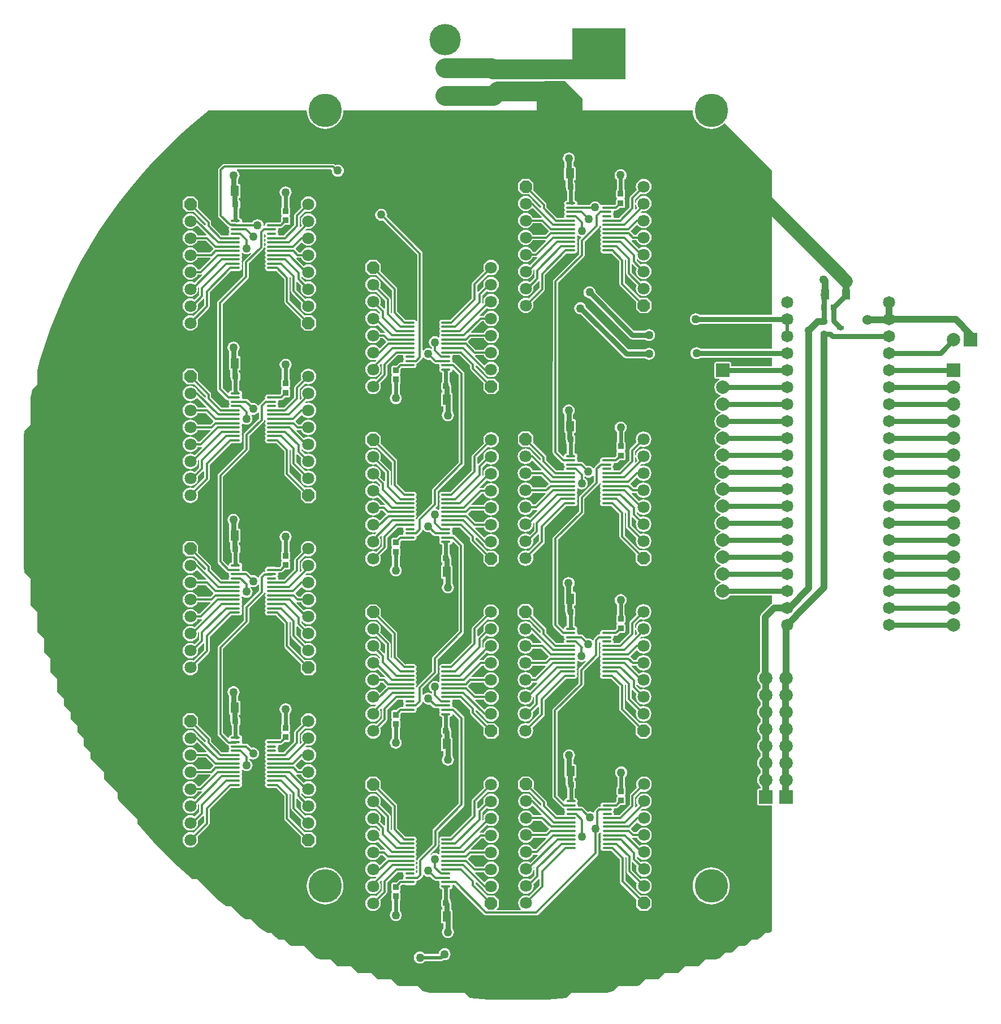
<source format=gtl>
G04 Layer_Physical_Order=1*
G04 Layer_Color=255*
%FSLAX44Y44*%
%MOMM*%
G71*
G01*
G75*
%ADD10O,1.5000X0.3400*%
%ADD11R,0.8500X0.8500*%
%ADD12R,1.2000X1.6000*%
%ADD13R,0.8500X0.8500*%
%ADD14R,1.1000X0.6000*%
%ADD15C,1.0000*%
%ADD16C,0.8000*%
%ADD17C,0.3000*%
%ADD18C,3.0000*%
%ADD19C,2.0000*%
%ADD20C,0.5000*%
%ADD21C,0.6000*%
%ADD22R,8.0000X7.6800*%
%ADD23C,2.6000*%
%ADD24C,1.4000*%
%ADD25P,1.5154X8X112.5*%
%ADD26C,2.0000*%
%ADD27R,2.0000X2.0000*%
%ADD28C,1.5240*%
%ADD29C,1.8000*%
%ADD30P,1.9483X8X112.5*%
%ADD31C,1.8200*%
%ADD32R,2.0000X2.0000*%
%ADD33C,1.2700*%
%ADD34C,4.6800*%
%ADD35C,5.0000*%
G36*
X70000Y624000D02*
X96000Y598000D01*
X96000Y580000D01*
X261375D01*
X261715Y575678D01*
X262727Y571463D01*
X264386Y567458D01*
X266651Y563762D01*
X269466Y560466D01*
X272762Y557651D01*
X276458Y555386D01*
X280463Y553727D01*
X284678Y552715D01*
X289000Y552375D01*
X293321Y552715D01*
X297537Y553727D01*
X301542Y555386D01*
X305238Y557651D01*
X308534Y560466D01*
X309496Y560504D01*
X380000Y490000D01*
Y274296D01*
X272007D01*
X270483Y275465D01*
X268321Y276361D01*
X266000Y276667D01*
X263679Y276361D01*
X261517Y275465D01*
X259660Y274040D01*
X258235Y272183D01*
X257339Y270021D01*
X257033Y267700D01*
X257339Y265379D01*
X258235Y263217D01*
X259660Y261360D01*
X261517Y259935D01*
X263679Y259039D01*
X266000Y258733D01*
X268321Y259039D01*
X270483Y259935D01*
X272007Y261104D01*
X380000D01*
Y223496D01*
X273007D01*
X271483Y224665D01*
X269321Y225561D01*
X267000Y225867D01*
X264679Y225561D01*
X262517Y224665D01*
X260660Y223240D01*
X259235Y221383D01*
X258339Y219221D01*
X258033Y216900D01*
X258339Y214579D01*
X259235Y212417D01*
X260660Y210560D01*
X262517Y209135D01*
X264679Y208239D01*
X267000Y207933D01*
X269321Y208239D01*
X271483Y209135D01*
X273007Y210304D01*
X380000D01*
Y197696D01*
X319090D01*
Y201250D01*
X318893Y202241D01*
X318331Y203081D01*
X317491Y203643D01*
X316500Y203840D01*
X296500D01*
X295509Y203643D01*
X294669Y203081D01*
X294107Y202241D01*
X293910Y201250D01*
Y181250D01*
X294107Y180259D01*
X294669Y179419D01*
X295509Y178857D01*
X296500Y178660D01*
X301339D01*
X301592Y177390D01*
X300176Y176804D01*
X297556Y174794D01*
X295546Y172174D01*
X294283Y169124D01*
X293852Y165850D01*
X294283Y162576D01*
X295546Y159526D01*
X297556Y156906D01*
X300176Y154896D01*
X302733Y153837D01*
Y152463D01*
X300176Y151404D01*
X297556Y149394D01*
X295546Y146774D01*
X294283Y143724D01*
X293852Y140450D01*
X294283Y137176D01*
X295546Y134126D01*
X297556Y131506D01*
X300176Y129496D01*
X302733Y128437D01*
Y127063D01*
X300176Y126004D01*
X297556Y123994D01*
X295546Y121374D01*
X294283Y118324D01*
X293852Y115050D01*
X294283Y111776D01*
X295546Y108726D01*
X297556Y106106D01*
X300176Y104096D01*
X302733Y103037D01*
Y101663D01*
X300176Y100604D01*
X297556Y98594D01*
X295546Y95974D01*
X294283Y92924D01*
X293852Y89650D01*
X294283Y86376D01*
X295546Y83326D01*
X297556Y80706D01*
X300176Y78696D01*
X302733Y77637D01*
Y76263D01*
X300176Y75204D01*
X297556Y73194D01*
X295546Y70574D01*
X294283Y67524D01*
X293852Y64250D01*
X294283Y60976D01*
X295546Y57926D01*
X297556Y55306D01*
X300176Y53296D01*
X302733Y52237D01*
Y50863D01*
X300176Y49804D01*
X297556Y47794D01*
X295546Y45174D01*
X294283Y42124D01*
X293852Y38850D01*
X294283Y35576D01*
X295546Y32526D01*
X297556Y29906D01*
X300176Y27896D01*
X302733Y26837D01*
Y25463D01*
X300176Y24404D01*
X297556Y22394D01*
X295546Y19774D01*
X294283Y16724D01*
X293852Y13450D01*
X294283Y10176D01*
X295546Y7126D01*
X297556Y4506D01*
X300176Y2496D01*
X302733Y1437D01*
Y63D01*
X300176Y-996D01*
X297556Y-3006D01*
X295546Y-5626D01*
X294283Y-8676D01*
X293852Y-11950D01*
X294283Y-15224D01*
X295546Y-18274D01*
X297556Y-20894D01*
X300176Y-22904D01*
X302733Y-23963D01*
Y-25337D01*
X300176Y-26396D01*
X297556Y-28406D01*
X295546Y-31026D01*
X294283Y-34076D01*
X293852Y-37350D01*
X294283Y-40624D01*
X295546Y-43674D01*
X297556Y-46294D01*
X300176Y-48304D01*
X302733Y-49363D01*
Y-50737D01*
X300176Y-51796D01*
X297556Y-53806D01*
X295546Y-56426D01*
X294283Y-59476D01*
X293852Y-62750D01*
X294283Y-66024D01*
X295546Y-69074D01*
X297556Y-71694D01*
X300176Y-73704D01*
X302733Y-74763D01*
Y-76137D01*
X300176Y-77196D01*
X297556Y-79206D01*
X295546Y-81826D01*
X294283Y-84876D01*
X293852Y-88150D01*
X294283Y-91424D01*
X295546Y-94474D01*
X297556Y-97094D01*
X300176Y-99104D01*
X302733Y-100163D01*
Y-101537D01*
X300176Y-102596D01*
X297556Y-104606D01*
X295546Y-107226D01*
X294283Y-110276D01*
X293852Y-113550D01*
X294283Y-116824D01*
X295546Y-119874D01*
X297556Y-122494D01*
X300176Y-124504D01*
X302733Y-125563D01*
Y-126937D01*
X300176Y-127996D01*
X297556Y-130006D01*
X295546Y-132626D01*
X294283Y-135676D01*
X293852Y-138950D01*
X294283Y-142224D01*
X295546Y-145274D01*
X297556Y-147894D01*
X300176Y-149904D01*
X303226Y-151167D01*
X306500Y-151598D01*
X309774Y-151167D01*
X312824Y-149904D01*
X315444Y-147894D01*
X317130Y-145696D01*
X380000D01*
Y-157409D01*
X379748Y-157514D01*
X378172Y-158722D01*
X364872Y-172022D01*
X363664Y-173598D01*
X362904Y-175432D01*
X362645Y-177400D01*
Y-259248D01*
X361656Y-260006D01*
X359646Y-262626D01*
X358383Y-265676D01*
X357952Y-268950D01*
X358383Y-272224D01*
X359646Y-275274D01*
X361656Y-277894D01*
X362995Y-278921D01*
Y-284379D01*
X361656Y-285406D01*
X359646Y-288026D01*
X358383Y-291076D01*
X357952Y-294350D01*
X358383Y-297624D01*
X359646Y-300674D01*
X361656Y-303294D01*
X362995Y-304321D01*
Y-309779D01*
X361656Y-310806D01*
X359646Y-313426D01*
X358383Y-316476D01*
X357952Y-319750D01*
X358383Y-323024D01*
X359646Y-326074D01*
X361656Y-328694D01*
X362995Y-329721D01*
Y-335179D01*
X361656Y-336206D01*
X359646Y-338826D01*
X358383Y-341876D01*
X357952Y-345150D01*
X358383Y-348424D01*
X359646Y-351474D01*
X361656Y-354094D01*
X362995Y-355121D01*
Y-360579D01*
X361656Y-361606D01*
X359646Y-364226D01*
X358383Y-367276D01*
X357952Y-370550D01*
X358383Y-373824D01*
X359646Y-376874D01*
X361656Y-379494D01*
X362995Y-380521D01*
Y-385979D01*
X361656Y-387006D01*
X359646Y-389626D01*
X358383Y-392676D01*
X357952Y-395950D01*
X358383Y-399224D01*
X359646Y-402274D01*
X361656Y-404894D01*
X362995Y-405921D01*
Y-411379D01*
X361656Y-412406D01*
X359646Y-415026D01*
X358383Y-418076D01*
X357952Y-421350D01*
X358383Y-424624D01*
X359646Y-427674D01*
X361656Y-430294D01*
X362995Y-431321D01*
Y-434160D01*
X360600D01*
X359609Y-434357D01*
X358769Y-434919D01*
X358207Y-435759D01*
X358010Y-436750D01*
Y-456750D01*
X358207Y-457741D01*
X358769Y-458581D01*
X359609Y-459143D01*
X360600Y-459340D01*
X380000D01*
Y-647467D01*
X375552Y-650000D01*
X370000D01*
X362657Y-657343D01*
X357991Y-660000D01*
X350000D01*
X341210Y-668790D01*
X338897Y-670000D01*
X330000D01*
X321430Y-678570D01*
X318441Y-680000D01*
X310000D01*
X302856Y-687144D01*
X296295Y-690000D01*
X280000D01*
X270000Y-700000D01*
X250000D01*
X240000Y-710000D01*
X220000D01*
X210000Y-720000D01*
X190000D01*
X180848Y-729152D01*
X177261Y-730000D01*
X150000D01*
X142363Y-737637D01*
X132535Y-739592D01*
X130015Y-740000D01*
X80000D01*
X72140Y-747860D01*
X53251Y-749550D01*
X44857Y-750000D01*
X-44857D01*
X-53251Y-749550D01*
X-72140Y-747860D01*
X-80000Y-740000D01*
X-130015D01*
X-132535Y-739592D01*
X-142363Y-737637D01*
X-150000Y-730000D01*
X-177261D01*
X-180848Y-729152D01*
X-190000Y-720000D01*
X-210000D01*
X-220000Y-710000D01*
X-240000D01*
X-250000Y-700000D01*
X-270000D01*
X-280000Y-690000D01*
X-296295D01*
X-302856Y-687144D01*
X-320000Y-670000D01*
X-338897D01*
X-341210Y-668790D01*
X-350000Y-660000D01*
X-357991D01*
X-362657Y-657343D01*
X-370000Y-650000D01*
X-375552D01*
X-380892Y-646959D01*
X-386513Y-643487D01*
X-400000Y-630000D01*
X-407985D01*
X-414057Y-625943D01*
X-430000Y-610000D01*
X-437022D01*
X-447332Y-602565D01*
X-447791Y-602209D01*
X-480000Y-570000D01*
X-487782D01*
X-488822Y-569131D01*
X-508646Y-551324D01*
X-509507Y-550493D01*
X-545493Y-514507D01*
X-546324Y-513646D01*
X-564131Y-493822D01*
X-570000Y-486799D01*
Y-480000D01*
X-597209Y-452791D01*
X-597566Y-452332D01*
X-600000Y-448956D01*
Y-440000D01*
X-620000Y-420000D01*
Y-410000D01*
X-638487Y-391513D01*
X-640000Y-389064D01*
Y-380000D01*
X-650000Y-370000D01*
Y-360000D01*
X-660000Y-350000D01*
Y-340000D01*
X-670000Y-330000D01*
Y-320000D01*
X-680000Y-310000D01*
Y-300000D01*
X-689818Y-290182D01*
X-690000Y-289719D01*
Y-270000D01*
X-700000Y-260000D01*
Y-240000D01*
X-710000Y-230000D01*
Y-210000D01*
X-720000Y-200000D01*
Y-170000D01*
X-730000Y-160000D01*
Y-120000D01*
X-738866Y-111134D01*
X-740000Y-102108D01*
Y92108D01*
X-738866Y101134D01*
X-730000Y110000D01*
Y150619D01*
X-729393Y153670D01*
X-727247Y162753D01*
X-720000Y170000D01*
Y191504D01*
X-716215Y205300D01*
X-708253Y230729D01*
X-699388Y255858D01*
X-689632Y280655D01*
X-678997Y305087D01*
X-667496Y329125D01*
X-655145Y352736D01*
X-641959Y375892D01*
X-627955Y398562D01*
X-613151Y420718D01*
X-597566Y442332D01*
X-581218Y463376D01*
X-564131Y483822D01*
X-546324Y503646D01*
X-527821Y522821D01*
X-508646Y541324D01*
X-488822Y559131D01*
X-468375Y576218D01*
X-463508Y580000D01*
X-316625D01*
X-316285Y575678D01*
X-315273Y571463D01*
X-313614Y567458D01*
X-311349Y563762D01*
X-308534Y560466D01*
X-305238Y557651D01*
X-301542Y555386D01*
X-297537Y553727D01*
X-293321Y552715D01*
X-289000Y552375D01*
X-284678Y552715D01*
X-280463Y553727D01*
X-276458Y555386D01*
X-272762Y557651D01*
X-269466Y560466D01*
X-266651Y563762D01*
X-264386Y567458D01*
X-262727Y571463D01*
X-261715Y575678D01*
X-261375Y580000D01*
X40000Y580000D01*
Y624000D01*
X70000Y624000D01*
D02*
G37*
%LPC*%
G36*
X289000Y-552375D02*
X284678Y-552715D01*
X280463Y-553727D01*
X276458Y-555386D01*
X272762Y-557651D01*
X269466Y-560466D01*
X266651Y-563762D01*
X264386Y-567458D01*
X262727Y-571463D01*
X261715Y-575678D01*
X261375Y-580000D01*
X261715Y-584322D01*
X262727Y-588537D01*
X264386Y-592542D01*
X266651Y-596238D01*
X269466Y-599534D01*
X272762Y-602349D01*
X276458Y-604614D01*
X280463Y-606273D01*
X284678Y-607285D01*
X289000Y-607625D01*
X293321Y-607285D01*
X297537Y-606273D01*
X301542Y-604614D01*
X305238Y-602349D01*
X308534Y-599534D01*
X311349Y-596238D01*
X313614Y-592542D01*
X315273Y-588537D01*
X316285Y-584322D01*
X316625Y-580000D01*
X316285Y-575678D01*
X315273Y-571463D01*
X313614Y-567458D01*
X311349Y-563762D01*
X308534Y-560466D01*
X305238Y-557651D01*
X301542Y-555386D01*
X297537Y-553727D01*
X293321Y-552715D01*
X289000Y-552375D01*
D02*
G37*
G36*
X-348090Y-306630D02*
X-350411Y-306936D01*
X-352573Y-307832D01*
X-354430Y-309256D01*
X-355855Y-311114D01*
X-356751Y-313276D01*
X-357057Y-315597D01*
X-356751Y-317918D01*
X-355855Y-320080D01*
X-354430Y-321937D01*
X-353739Y-322468D01*
Y-337221D01*
X-354175Y-337512D01*
X-354736Y-338352D01*
X-354933Y-339343D01*
Y-347844D01*
X-354736Y-348834D01*
X-354175Y-349675D01*
X-353890Y-349865D01*
Y-351322D01*
X-354175Y-351512D01*
X-354736Y-352352D01*
X-354933Y-353344D01*
Y-358608D01*
X-357006Y-360681D01*
X-362275D01*
X-363300Y-360477D01*
X-374900D01*
X-376554Y-360806D01*
X-377957Y-361743D01*
X-378894Y-363146D01*
X-379223Y-364800D01*
X-378894Y-366454D01*
X-377957Y-367857D01*
Y-368143D01*
X-378894Y-369546D01*
X-379223Y-371200D01*
X-378894Y-372854D01*
X-378530Y-373399D01*
X-378029Y-374400D01*
X-378530Y-375401D01*
X-378894Y-375946D01*
X-379223Y-377600D01*
X-378894Y-379254D01*
X-377957Y-380657D01*
Y-380943D01*
X-378894Y-382346D01*
X-379223Y-384000D01*
X-378894Y-385654D01*
X-378530Y-386199D01*
X-378029Y-387200D01*
X-378530Y-388201D01*
X-378894Y-388746D01*
X-379223Y-390400D01*
X-378894Y-392054D01*
X-377957Y-393457D01*
Y-393743D01*
X-378894Y-395146D01*
X-379223Y-396800D01*
X-378894Y-398454D01*
X-378530Y-398999D01*
X-378029Y-400000D01*
X-378530Y-401001D01*
X-378894Y-401546D01*
X-379223Y-403200D01*
X-378894Y-404854D01*
X-377957Y-406257D01*
Y-406543D01*
X-378894Y-407946D01*
X-379223Y-409600D01*
X-378894Y-411254D01*
X-378530Y-411799D01*
X-378029Y-412800D01*
X-378530Y-413801D01*
X-378894Y-414346D01*
X-379223Y-416000D01*
X-378894Y-417654D01*
X-377957Y-419057D01*
Y-419343D01*
X-378894Y-420746D01*
X-379223Y-422400D01*
X-378894Y-424054D01*
X-378530Y-424599D01*
X-378029Y-425600D01*
X-378530Y-426601D01*
X-378894Y-427146D01*
X-379223Y-428800D01*
X-378894Y-430454D01*
X-377957Y-431857D01*
X-376554Y-432794D01*
X-374900Y-433123D01*
X-363300D01*
X-362551Y-432974D01*
X-350219Y-445306D01*
Y-478900D01*
X-349906Y-480476D01*
X-349013Y-481813D01*
X-325362Y-505463D01*
X-325393Y-505509D01*
X-325590Y-506500D01*
Y-515500D01*
X-325393Y-516491D01*
X-324831Y-517331D01*
X-320331Y-521831D01*
X-319491Y-522393D01*
X-318500Y-522590D01*
X-309500D01*
X-308509Y-522393D01*
X-307669Y-521831D01*
X-303169Y-517331D01*
X-302607Y-516491D01*
X-302410Y-515500D01*
Y-506500D01*
X-302607Y-505509D01*
X-303169Y-504669D01*
X-307669Y-500169D01*
X-308509Y-499607D01*
X-309500Y-499410D01*
X-318500D01*
X-319491Y-499607D01*
X-319537Y-499638D01*
X-341981Y-477194D01*
Y-443600D01*
X-342113Y-442937D01*
X-340973Y-442331D01*
X-340219Y-442926D01*
Y-463500D01*
X-339906Y-465076D01*
X-339013Y-466413D01*
X-324538Y-480887D01*
X-325243Y-482588D01*
X-325640Y-485600D01*
X-325243Y-488613D01*
X-324080Y-491420D01*
X-322230Y-493830D01*
X-319820Y-495680D01*
X-317013Y-496843D01*
X-314000Y-497239D01*
X-310987Y-496843D01*
X-308180Y-495680D01*
X-305770Y-493830D01*
X-303920Y-491420D01*
X-302757Y-488613D01*
X-302360Y-485600D01*
X-302757Y-482588D01*
X-303920Y-479780D01*
X-305770Y-477370D01*
X-308180Y-475520D01*
X-310987Y-474357D01*
X-314000Y-473960D01*
X-317013Y-474357D01*
X-318713Y-475061D01*
X-331981Y-461794D01*
Y-449841D01*
X-330711Y-449314D01*
X-324538Y-455487D01*
X-325243Y-457188D01*
X-325640Y-460200D01*
X-325243Y-463213D01*
X-324080Y-466020D01*
X-322230Y-468430D01*
X-319820Y-470280D01*
X-317013Y-471443D01*
X-314000Y-471839D01*
X-310987Y-471443D01*
X-308180Y-470280D01*
X-305770Y-468430D01*
X-303920Y-466020D01*
X-302757Y-463213D01*
X-302360Y-460200D01*
X-302757Y-457188D01*
X-303920Y-454380D01*
X-305770Y-451970D01*
X-308180Y-450120D01*
X-310987Y-448957D01*
X-314000Y-448560D01*
X-317013Y-448957D01*
X-318713Y-449661D01*
X-324481Y-443894D01*
Y-442184D01*
X-323211Y-441753D01*
X-322230Y-443030D01*
X-319820Y-444880D01*
X-317013Y-446043D01*
X-314000Y-446440D01*
X-310987Y-446043D01*
X-308180Y-444880D01*
X-305770Y-443030D01*
X-303920Y-440620D01*
X-302757Y-437812D01*
X-302360Y-434800D01*
X-302757Y-431787D01*
X-303920Y-428980D01*
X-305770Y-426570D01*
X-308180Y-424720D01*
X-310987Y-423557D01*
X-314000Y-423160D01*
X-317013Y-423557D01*
X-319820Y-424720D01*
X-320858Y-425517D01*
X-331874Y-414501D01*
X-331248Y-413330D01*
X-330300Y-413519D01*
X-324785D01*
X-324080Y-415220D01*
X-322230Y-417630D01*
X-319820Y-419480D01*
X-317013Y-420643D01*
X-314000Y-421040D01*
X-310987Y-420643D01*
X-308180Y-419480D01*
X-305770Y-417630D01*
X-303920Y-415220D01*
X-302757Y-412412D01*
X-302360Y-409400D01*
X-302757Y-406387D01*
X-303920Y-403580D01*
X-305770Y-401170D01*
X-308180Y-399320D01*
X-310987Y-398157D01*
X-314000Y-397760D01*
X-317013Y-398157D01*
X-319820Y-399320D01*
X-322230Y-401170D01*
X-324080Y-403580D01*
X-324785Y-405281D01*
X-328594D01*
X-333151Y-400723D01*
X-333185Y-400678D01*
X-333292Y-399332D01*
X-333196Y-399021D01*
X-324724Y-390549D01*
X-323457Y-390632D01*
X-322230Y-392230D01*
X-319820Y-394080D01*
X-317013Y-395243D01*
X-314000Y-395639D01*
X-310987Y-395243D01*
X-308180Y-394080D01*
X-305770Y-392230D01*
X-303920Y-389820D01*
X-302757Y-387012D01*
X-302360Y-384000D01*
X-302757Y-380988D01*
X-303920Y-378180D01*
X-305770Y-375770D01*
X-308180Y-373920D01*
X-310987Y-372757D01*
X-314000Y-372360D01*
X-317013Y-372757D01*
X-318076Y-373198D01*
X-318796Y-372121D01*
X-316575Y-369901D01*
X-314000Y-370239D01*
X-310987Y-369843D01*
X-308180Y-368680D01*
X-305770Y-366830D01*
X-303920Y-364420D01*
X-302757Y-361613D01*
X-302360Y-358600D01*
X-302757Y-355588D01*
X-303920Y-352780D01*
X-305770Y-350370D01*
X-308180Y-348520D01*
X-310987Y-347357D01*
X-314000Y-346960D01*
X-317013Y-347357D01*
X-319820Y-348520D01*
X-322230Y-350370D01*
X-324080Y-352780D01*
X-325243Y-355588D01*
X-325640Y-358600D01*
X-325243Y-361613D01*
X-324080Y-364420D01*
X-323501Y-365175D01*
X-325999Y-367674D01*
X-327169Y-367048D01*
X-326981Y-366100D01*
Y-352006D01*
X-318713Y-343739D01*
X-317013Y-344443D01*
X-314000Y-344840D01*
X-310987Y-344443D01*
X-308180Y-343280D01*
X-305770Y-341430D01*
X-303920Y-339020D01*
X-302757Y-336213D01*
X-302360Y-333200D01*
X-302757Y-330187D01*
X-303920Y-327380D01*
X-305770Y-324970D01*
X-308180Y-323120D01*
X-310987Y-321957D01*
X-314000Y-321560D01*
X-317013Y-321957D01*
X-319820Y-323120D01*
X-322230Y-324970D01*
X-324080Y-327380D01*
X-325243Y-330187D01*
X-325640Y-333200D01*
X-325243Y-336213D01*
X-324538Y-337913D01*
X-334013Y-347387D01*
X-334906Y-348724D01*
X-335219Y-350300D01*
Y-364394D01*
X-350706Y-379881D01*
X-358313D01*
X-359178Y-378611D01*
X-358977Y-377600D01*
X-359306Y-375946D01*
X-359670Y-375401D01*
X-360171Y-374400D01*
X-359670Y-373399D01*
X-359306Y-372854D01*
X-358977Y-371200D01*
X-359178Y-370189D01*
X-358313Y-368919D01*
X-355300D01*
X-353724Y-368606D01*
X-352387Y-367713D01*
X-349108Y-364433D01*
X-343843D01*
X-342852Y-364236D01*
X-342012Y-363675D01*
X-341451Y-362835D01*
X-341254Y-361843D01*
Y-353344D01*
X-341451Y-352352D01*
X-342012Y-351512D01*
X-342297Y-351322D01*
Y-349865D01*
X-342012Y-349675D01*
X-341451Y-348834D01*
X-341254Y-347844D01*
Y-339343D01*
X-341451Y-338352D01*
X-342012Y-337512D01*
X-342441Y-337225D01*
Y-322468D01*
X-341750Y-321937D01*
X-340325Y-320080D01*
X-339429Y-317918D01*
X-339123Y-315597D01*
X-339429Y-313276D01*
X-340325Y-311114D01*
X-341750Y-309256D01*
X-343607Y-307832D01*
X-345769Y-306936D01*
X-348090Y-306630D01*
D02*
G37*
G36*
X-110000Y-673033D02*
X-112321Y-673339D01*
X-114483Y-674235D01*
X-116340Y-675660D01*
X-117765Y-677517D01*
X-118661Y-679679D01*
X-118948Y-681861D01*
X-139738D01*
X-140660Y-680660D01*
X-142517Y-679235D01*
X-144679Y-678339D01*
X-147000Y-678033D01*
X-149321Y-678339D01*
X-151483Y-679235D01*
X-153340Y-680660D01*
X-154765Y-682517D01*
X-155661Y-684679D01*
X-155967Y-687000D01*
X-155661Y-689321D01*
X-154765Y-691483D01*
X-153340Y-693340D01*
X-151483Y-694765D01*
X-149321Y-695661D01*
X-147000Y-695967D01*
X-144679Y-695661D01*
X-142517Y-694765D01*
X-140660Y-693340D01*
X-139738Y-692139D01*
X-115000D01*
X-113034Y-691748D01*
X-111558Y-690762D01*
X-110000Y-690967D01*
X-107679Y-690661D01*
X-105517Y-689765D01*
X-103660Y-688340D01*
X-102235Y-686483D01*
X-101339Y-684321D01*
X-101033Y-682000D01*
X-101339Y-679679D01*
X-102235Y-677517D01*
X-103660Y-675660D01*
X-105517Y-674235D01*
X-107679Y-673339D01*
X-110000Y-673033D01*
D02*
G37*
G36*
X-289000Y-552375D02*
X-293321Y-552715D01*
X-297537Y-553727D01*
X-301542Y-555386D01*
X-305238Y-557651D01*
X-308534Y-560466D01*
X-311349Y-563762D01*
X-313614Y-567458D01*
X-315273Y-571463D01*
X-316285Y-575678D01*
X-316625Y-580000D01*
X-316285Y-584322D01*
X-315273Y-588537D01*
X-313614Y-592542D01*
X-311349Y-596238D01*
X-308534Y-599534D01*
X-305238Y-602349D01*
X-301542Y-604614D01*
X-297537Y-606273D01*
X-293321Y-607285D01*
X-289000Y-607625D01*
X-284678Y-607285D01*
X-280463Y-606273D01*
X-276458Y-604614D01*
X-272762Y-602349D01*
X-269466Y-599534D01*
X-266651Y-596238D01*
X-264386Y-592542D01*
X-262727Y-588537D01*
X-261715Y-584322D01*
X-261375Y-580000D01*
X-261715Y-575678D01*
X-262727Y-571463D01*
X-264386Y-567458D01*
X-266651Y-563762D01*
X-269466Y-560466D01*
X-272762Y-557651D01*
X-276458Y-555386D01*
X-280463Y-553727D01*
X-284678Y-552715D01*
X-289000Y-552375D01*
D02*
G37*
G36*
X75900Y517167D02*
X73579Y516861D01*
X71417Y515965D01*
X69560Y514540D01*
X68135Y512683D01*
X67239Y510521D01*
X66933Y508200D01*
X67239Y505879D01*
X68135Y503717D01*
X69304Y502193D01*
Y495134D01*
X69007Y494691D01*
X68810Y493700D01*
Y477700D01*
X69007Y476709D01*
X69569Y475869D01*
X70409Y475307D01*
X70804Y475229D01*
Y467200D01*
X71028Y465493D01*
X71687Y463902D01*
X72060Y463416D01*
Y461450D01*
X72257Y460459D01*
X72819Y459619D01*
X73252Y459330D01*
Y445223D01*
X73100D01*
X71446Y444894D01*
X70043Y443957D01*
X69106Y442554D01*
X68777Y440900D01*
X69106Y439246D01*
X69470Y438701D01*
X69971Y437700D01*
X69470Y436699D01*
X69106Y436154D01*
X68777Y434500D01*
X69106Y432846D01*
X70043Y431443D01*
Y431157D01*
X69106Y429754D01*
X68777Y428100D01*
X69106Y426446D01*
X69470Y425901D01*
X69971Y424900D01*
X69470Y423899D01*
X69106Y423354D01*
X68777Y421700D01*
X68978Y420689D01*
X68113Y419419D01*
X58006D01*
X42519Y434906D01*
Y439000D01*
X42206Y440576D01*
X41313Y441913D01*
X22662Y460563D01*
X22693Y460609D01*
X22890Y461600D01*
Y470600D01*
X22693Y471591D01*
X22131Y472431D01*
X17631Y476931D01*
X16791Y477493D01*
X15800Y477690D01*
X6800D01*
X5809Y477493D01*
X4969Y476931D01*
X469Y472431D01*
X-93Y471591D01*
X-290Y470600D01*
Y461600D01*
X-93Y460609D01*
X469Y459769D01*
X4969Y455269D01*
X5809Y454707D01*
X6800Y454510D01*
X15800D01*
X16791Y454707D01*
X16837Y454738D01*
X34281Y437294D01*
Y434940D01*
X33011Y434414D01*
X23813Y443613D01*
X22476Y444506D01*
X22191Y444562D01*
X21380Y446520D01*
X19530Y448930D01*
X17120Y450780D01*
X14313Y451943D01*
X11300Y452340D01*
X8288Y451943D01*
X5480Y450780D01*
X3070Y448930D01*
X1220Y446520D01*
X57Y443713D01*
X-340Y440700D01*
X57Y437687D01*
X1220Y434880D01*
X3070Y432469D01*
X5480Y430620D01*
X8288Y429457D01*
X11300Y429060D01*
X14313Y429457D01*
X17120Y430620D01*
X19530Y432469D01*
X20583Y433841D01*
X21850Y433924D01*
X35085Y420689D01*
X34560Y419419D01*
X22085D01*
X21380Y421120D01*
X19530Y423530D01*
X17120Y425380D01*
X14313Y426543D01*
X11300Y426940D01*
X8288Y426543D01*
X5480Y425380D01*
X3070Y423530D01*
X1220Y421120D01*
X57Y418312D01*
X-340Y415300D01*
X57Y412287D01*
X1220Y409480D01*
X3070Y407070D01*
X5480Y405220D01*
X8288Y404057D01*
X11300Y403660D01*
X14313Y404057D01*
X17120Y405220D01*
X19530Y407070D01*
X21380Y409480D01*
X22085Y411181D01*
X34594D01*
X45496Y400279D01*
X45852Y399127D01*
X45451Y398577D01*
X40894Y394019D01*
X22085D01*
X21380Y395720D01*
X19530Y398130D01*
X17120Y399980D01*
X14313Y401143D01*
X11300Y401539D01*
X8288Y401143D01*
X5480Y399980D01*
X3070Y398130D01*
X1220Y395720D01*
X57Y392912D01*
X-340Y389900D01*
X57Y386887D01*
X1220Y384080D01*
X3070Y381670D01*
X5480Y379820D01*
X8288Y378657D01*
X11300Y378260D01*
X14313Y378657D01*
X17120Y379820D01*
X19530Y381670D01*
X21380Y384080D01*
X22085Y385781D01*
X40859D01*
X41386Y384511D01*
X25494Y368619D01*
X22085D01*
X21380Y370320D01*
X19530Y372730D01*
X17120Y374580D01*
X14313Y375743D01*
X11300Y376139D01*
X8288Y375743D01*
X5480Y374580D01*
X3070Y372730D01*
X1220Y370320D01*
X57Y367513D01*
X-340Y364500D01*
X57Y361487D01*
X1220Y358680D01*
X3070Y356269D01*
X5480Y354420D01*
X8288Y353257D01*
X11300Y352860D01*
X14313Y353257D01*
X17120Y354420D01*
X19530Y356269D01*
X21380Y358680D01*
X22085Y360381D01*
X27200D01*
X28148Y360569D01*
X28774Y359399D01*
X17932Y348557D01*
X17120Y349180D01*
X14313Y350343D01*
X11300Y350740D01*
X8288Y350343D01*
X5480Y349180D01*
X3070Y347330D01*
X1220Y344920D01*
X57Y342113D01*
X-340Y339100D01*
X57Y336087D01*
X1220Y333280D01*
X3070Y330869D01*
X5480Y329020D01*
X8288Y327857D01*
X11300Y327460D01*
X14313Y327857D01*
X17120Y329020D01*
X19530Y330869D01*
X21380Y333280D01*
X22543Y336087D01*
X22940Y339100D01*
X22663Y341199D01*
X23170Y341625D01*
X24329Y340940D01*
X24281Y340700D01*
Y329906D01*
X17706Y323331D01*
X17120Y323780D01*
X14313Y324943D01*
X11300Y325340D01*
X8288Y324943D01*
X5480Y323780D01*
X3070Y321930D01*
X1220Y319520D01*
X57Y316712D01*
X-340Y313700D01*
X57Y310687D01*
X1220Y307880D01*
X3070Y305469D01*
X5480Y303620D01*
X8288Y302457D01*
X11300Y302060D01*
X14313Y302457D01*
X17120Y303620D01*
X19530Y305469D01*
X21380Y307880D01*
X22543Y310687D01*
X22940Y313700D01*
X22566Y316540D01*
X30511Y324486D01*
X31781Y323959D01*
Y314606D01*
X16013Y298839D01*
X14313Y299543D01*
X11300Y299939D01*
X8288Y299543D01*
X5480Y298380D01*
X3070Y296530D01*
X1220Y294120D01*
X57Y291313D01*
X-340Y288300D01*
X57Y285287D01*
X1220Y282480D01*
X3070Y280070D01*
X5480Y278220D01*
X8288Y277057D01*
X11300Y276660D01*
X14313Y277057D01*
X17120Y278220D01*
X19530Y280070D01*
X21380Y282480D01*
X22543Y285287D01*
X22940Y288300D01*
X22543Y291313D01*
X21839Y293013D01*
X38813Y309987D01*
X39706Y311324D01*
X40019Y312900D01*
Y333994D01*
X72351Y366326D01*
X73100Y366177D01*
X84700D01*
X86354Y366506D01*
X87757Y367443D01*
X88694Y368846D01*
X89023Y370500D01*
X88694Y372154D01*
X88330Y372699D01*
X87829Y373700D01*
X88330Y374701D01*
X88694Y375246D01*
X89023Y376900D01*
X88694Y378554D01*
X87757Y379957D01*
Y380243D01*
X88694Y381646D01*
X89023Y383300D01*
X88694Y384954D01*
X87757Y386357D01*
Y386643D01*
X88694Y388046D01*
X89023Y389700D01*
X88694Y391354D01*
X88245Y392027D01*
X88545Y392610D01*
X90052Y392898D01*
X90917Y392235D01*
X93079Y391339D01*
X93997Y391218D01*
X94452Y389877D01*
X92487Y387913D01*
X91594Y386576D01*
X91281Y385000D01*
Y365206D01*
X53190Y327116D01*
X52298Y325779D01*
X51984Y324203D01*
Y204957D01*
X51834Y204203D01*
Y69052D01*
X51744Y68600D01*
X52057Y67024D01*
X52950Y65687D01*
X64950Y53687D01*
X66287Y52794D01*
X67863Y52481D01*
X67863D01*
X68728Y51211D01*
X68527Y50200D01*
X68856Y48546D01*
X69220Y48001D01*
X69721Y47000D01*
X69220Y45999D01*
X68856Y45454D01*
X68527Y43800D01*
X68728Y42789D01*
X67863Y41519D01*
X57756D01*
X42269Y57006D01*
Y61100D01*
X41956Y62676D01*
X41063Y64013D01*
X22412Y82663D01*
X22443Y82709D01*
X22640Y83700D01*
Y92700D01*
X22443Y93691D01*
X21881Y94531D01*
X17381Y99031D01*
X16541Y99593D01*
X15550Y99790D01*
X6550D01*
X5559Y99593D01*
X4719Y99031D01*
X219Y94531D01*
X-342Y93691D01*
X-540Y92700D01*
Y83700D01*
X-342Y82709D01*
X219Y81869D01*
X4719Y77369D01*
X5559Y76807D01*
X6550Y76610D01*
X15550D01*
X16541Y76807D01*
X16587Y76838D01*
X34031Y59394D01*
Y57041D01*
X32761Y56515D01*
X23563Y65713D01*
X22226Y66606D01*
X21941Y66662D01*
X21130Y68620D01*
X19281Y71030D01*
X16870Y72880D01*
X14063Y74043D01*
X11050Y74440D01*
X8037Y74043D01*
X5230Y72880D01*
X2820Y71030D01*
X970Y68620D01*
X-193Y65813D01*
X-589Y62800D01*
X-193Y59788D01*
X970Y56980D01*
X2820Y54570D01*
X5230Y52720D01*
X8037Y51557D01*
X11050Y51160D01*
X14063Y51557D01*
X16870Y52720D01*
X19281Y54570D01*
X20333Y55941D01*
X21600Y56024D01*
X34836Y42789D01*
X34309Y41519D01*
X21835D01*
X21130Y43220D01*
X19281Y45630D01*
X16870Y47480D01*
X14063Y48643D01*
X11050Y49040D01*
X8037Y48643D01*
X5230Y47480D01*
X2820Y45630D01*
X970Y43220D01*
X-193Y40413D01*
X-589Y37400D01*
X-193Y34388D01*
X970Y31580D01*
X2820Y29170D01*
X5230Y27320D01*
X8037Y26157D01*
X11050Y25761D01*
X14063Y26157D01*
X16870Y27320D01*
X19281Y29170D01*
X21130Y31580D01*
X21835Y33281D01*
X34344D01*
X45246Y22379D01*
X45602Y21227D01*
X45202Y20677D01*
X40644Y16119D01*
X21835D01*
X21130Y17820D01*
X19281Y20230D01*
X16870Y22080D01*
X14063Y23243D01*
X11050Y23640D01*
X8037Y23243D01*
X5230Y22080D01*
X2820Y20230D01*
X970Y17820D01*
X-193Y15013D01*
X-589Y12000D01*
X-193Y8988D01*
X970Y6180D01*
X2820Y3770D01*
X5230Y1920D01*
X8037Y757D01*
X11050Y360D01*
X14063Y757D01*
X16870Y1920D01*
X19281Y3770D01*
X21130Y6180D01*
X21835Y7881D01*
X40609D01*
X41136Y6611D01*
X25244Y-9281D01*
X21835D01*
X21130Y-7580D01*
X19281Y-5170D01*
X16870Y-3320D01*
X14063Y-2157D01*
X11050Y-1760D01*
X8037Y-2157D01*
X5230Y-3320D01*
X2820Y-5170D01*
X970Y-7580D01*
X-193Y-10388D01*
X-589Y-13400D01*
X-193Y-16413D01*
X970Y-19220D01*
X2820Y-21630D01*
X5230Y-23480D01*
X8037Y-24643D01*
X11050Y-25040D01*
X14063Y-24643D01*
X16870Y-23480D01*
X19281Y-21630D01*
X21130Y-19220D01*
X21835Y-17519D01*
X26950D01*
X27898Y-17331D01*
X28524Y-18501D01*
X17682Y-29343D01*
X16870Y-28720D01*
X14063Y-27557D01*
X11050Y-27160D01*
X8037Y-27557D01*
X5230Y-28720D01*
X2820Y-30570D01*
X970Y-32980D01*
X-193Y-35787D01*
X-589Y-38800D01*
X-193Y-41813D01*
X970Y-44620D01*
X2820Y-47030D01*
X5230Y-48880D01*
X8037Y-50043D01*
X11050Y-50440D01*
X14063Y-50043D01*
X16870Y-48880D01*
X19281Y-47030D01*
X21130Y-44620D01*
X22293Y-41813D01*
X22690Y-38800D01*
X22413Y-36701D01*
X22920Y-36275D01*
X24079Y-36960D01*
X24031Y-37200D01*
Y-47994D01*
X17456Y-54569D01*
X16870Y-54120D01*
X14063Y-52957D01*
X11050Y-52560D01*
X8037Y-52957D01*
X5230Y-54120D01*
X2820Y-55970D01*
X970Y-58380D01*
X-193Y-61188D01*
X-589Y-64200D01*
X-193Y-67213D01*
X970Y-70020D01*
X2820Y-72430D01*
X5230Y-74280D01*
X8037Y-75443D01*
X11050Y-75840D01*
X14063Y-75443D01*
X16870Y-74280D01*
X19281Y-72430D01*
X21130Y-70020D01*
X22293Y-67213D01*
X22690Y-64200D01*
X22316Y-61360D01*
X30261Y-53415D01*
X31531Y-53941D01*
Y-63294D01*
X15763Y-79061D01*
X14063Y-78357D01*
X11050Y-77960D01*
X8037Y-78357D01*
X5230Y-79520D01*
X2820Y-81370D01*
X970Y-83780D01*
X-193Y-86587D01*
X-589Y-89600D01*
X-193Y-92612D01*
X970Y-95420D01*
X2820Y-97830D01*
X5230Y-99680D01*
X8037Y-100843D01*
X11050Y-101240D01*
X14063Y-100843D01*
X16870Y-99680D01*
X19281Y-97830D01*
X21130Y-95420D01*
X22293Y-92612D01*
X22690Y-89600D01*
X22293Y-86587D01*
X21589Y-84887D01*
X38563Y-67913D01*
X39456Y-66576D01*
X39769Y-65000D01*
Y-43906D01*
X72101Y-11574D01*
X72850Y-11723D01*
X84450D01*
X86104Y-11394D01*
X87507Y-10457D01*
X88444Y-9054D01*
X88773Y-7400D01*
X88444Y-5746D01*
X88080Y-5201D01*
X87579Y-4200D01*
X88080Y-3199D01*
X88444Y-2654D01*
X88773Y-1000D01*
X88444Y654D01*
X87507Y2057D01*
Y2343D01*
X88444Y3746D01*
X88773Y5400D01*
X88444Y7054D01*
X88080Y7599D01*
X87579Y8600D01*
X88080Y9601D01*
X88444Y10146D01*
X88773Y11800D01*
X88444Y13454D01*
X87995Y14127D01*
X88295Y14710D01*
X89802Y14998D01*
X90667Y14335D01*
X92829Y13439D01*
X95150Y13133D01*
X97471Y13439D01*
X99633Y14335D01*
X101490Y15760D01*
X102915Y17617D01*
X103811Y19779D01*
X104117Y22100D01*
X103811Y24421D01*
X102915Y26583D01*
X101490Y28440D01*
X99633Y29865D01*
X99269Y30016D01*
Y31471D01*
X100408Y32033D01*
X100667Y31835D01*
X102829Y30939D01*
X105150Y30633D01*
X107471Y30939D01*
X109633Y31835D01*
X111490Y33260D01*
X112261Y34264D01*
X113531Y33833D01*
Y24906D01*
X92237Y3613D01*
X91344Y2276D01*
X91031Y700D01*
Y-19094D01*
X52940Y-57184D01*
X52048Y-58521D01*
X51734Y-60097D01*
Y-189640D01*
X52048Y-191216D01*
X52940Y-192553D01*
X64900Y-204513D01*
X66237Y-205406D01*
X67813Y-205719D01*
X67814D01*
X68678Y-206989D01*
X68477Y-208000D01*
X68806Y-209654D01*
X69743Y-211057D01*
Y-211343D01*
X68806Y-212746D01*
X68477Y-214400D01*
X68678Y-215411D01*
X67814Y-216681D01*
X57706D01*
X42219Y-201194D01*
Y-197100D01*
X41906Y-195524D01*
X41013Y-194187D01*
X22362Y-175537D01*
X22393Y-175491D01*
X22590Y-174500D01*
Y-165500D01*
X22393Y-164509D01*
X21831Y-163669D01*
X17331Y-159169D01*
X16491Y-158607D01*
X15500Y-158410D01*
X6500D01*
X5509Y-158607D01*
X4669Y-159169D01*
X169Y-163669D01*
X-393Y-164509D01*
X-590Y-165500D01*
Y-174500D01*
X-393Y-175491D01*
X169Y-176331D01*
X4669Y-180831D01*
X5509Y-181393D01*
X6500Y-181590D01*
X15500D01*
X16491Y-181393D01*
X16537Y-181362D01*
X33981Y-198806D01*
Y-201159D01*
X32711Y-201686D01*
X23513Y-192487D01*
X22176Y-191594D01*
X21891Y-191538D01*
X21080Y-189580D01*
X19230Y-187170D01*
X16820Y-185320D01*
X14013Y-184157D01*
X11000Y-183760D01*
X7987Y-184157D01*
X5180Y-185320D01*
X2770Y-187170D01*
X920Y-189580D01*
X-243Y-192387D01*
X-640Y-195400D01*
X-243Y-198412D01*
X920Y-201220D01*
X2770Y-203630D01*
X5180Y-205480D01*
X7987Y-206643D01*
X11000Y-207040D01*
X14013Y-206643D01*
X16820Y-205480D01*
X19230Y-203630D01*
X20283Y-202259D01*
X21550Y-202176D01*
X34785Y-215411D01*
X34259Y-216681D01*
X21785D01*
X21080Y-214980D01*
X19230Y-212570D01*
X16820Y-210720D01*
X14013Y-209557D01*
X11000Y-209160D01*
X7987Y-209557D01*
X5180Y-210720D01*
X2770Y-212570D01*
X920Y-214980D01*
X-243Y-217787D01*
X-640Y-220800D01*
X-243Y-223813D01*
X920Y-226620D01*
X2770Y-229030D01*
X5180Y-230880D01*
X7987Y-232043D01*
X11000Y-232439D01*
X14013Y-232043D01*
X16820Y-230880D01*
X19230Y-229030D01*
X21080Y-226620D01*
X21785Y-224919D01*
X34294D01*
X45196Y-235821D01*
X45552Y-236973D01*
X45151Y-237523D01*
X40594Y-242081D01*
X21785D01*
X21080Y-240380D01*
X19230Y-237970D01*
X16820Y-236120D01*
X14013Y-234957D01*
X11000Y-234560D01*
X7987Y-234957D01*
X5180Y-236120D01*
X2770Y-237970D01*
X920Y-240380D01*
X-243Y-243187D01*
X-640Y-246200D01*
X-243Y-249212D01*
X920Y-252020D01*
X2770Y-254430D01*
X5180Y-256280D01*
X7987Y-257443D01*
X11000Y-257840D01*
X14013Y-257443D01*
X16820Y-256280D01*
X19230Y-254430D01*
X21080Y-252020D01*
X21785Y-250319D01*
X40560D01*
X41086Y-251589D01*
X25194Y-267481D01*
X21785D01*
X21080Y-265780D01*
X19230Y-263370D01*
X16820Y-261520D01*
X14013Y-260357D01*
X11000Y-259960D01*
X7987Y-260357D01*
X5180Y-261520D01*
X2770Y-263370D01*
X920Y-265780D01*
X-243Y-268587D01*
X-640Y-271600D01*
X-243Y-274613D01*
X920Y-277420D01*
X2770Y-279830D01*
X5180Y-281680D01*
X7987Y-282843D01*
X11000Y-283239D01*
X14013Y-282843D01*
X16820Y-281680D01*
X19230Y-279830D01*
X21080Y-277420D01*
X21785Y-275719D01*
X26900D01*
X27848Y-275531D01*
X28474Y-276701D01*
X17632Y-287543D01*
X16820Y-286920D01*
X14013Y-285757D01*
X11000Y-285360D01*
X7987Y-285757D01*
X5180Y-286920D01*
X2770Y-288770D01*
X920Y-291180D01*
X-243Y-293987D01*
X-640Y-297000D01*
X-243Y-300012D01*
X920Y-302820D01*
X2770Y-305230D01*
X5180Y-307080D01*
X7987Y-308243D01*
X11000Y-308640D01*
X14013Y-308243D01*
X16820Y-307080D01*
X19230Y-305230D01*
X21080Y-302820D01*
X22243Y-300012D01*
X22640Y-297000D01*
X22363Y-294901D01*
X22870Y-294475D01*
X24029Y-295160D01*
X23981Y-295400D01*
Y-306194D01*
X17405Y-312769D01*
X16820Y-312320D01*
X14013Y-311157D01*
X11000Y-310760D01*
X7987Y-311157D01*
X5180Y-312320D01*
X2770Y-314170D01*
X920Y-316580D01*
X-243Y-319387D01*
X-640Y-322400D01*
X-243Y-325412D01*
X920Y-328220D01*
X2770Y-330630D01*
X5180Y-332480D01*
X7987Y-333643D01*
X11000Y-334039D01*
X14013Y-333643D01*
X16820Y-332480D01*
X19230Y-330630D01*
X21080Y-328220D01*
X22243Y-325412D01*
X22640Y-322400D01*
X22266Y-319560D01*
X30211Y-311614D01*
X31481Y-312141D01*
Y-321494D01*
X15713Y-337262D01*
X14013Y-336557D01*
X11000Y-336160D01*
X7987Y-336557D01*
X5180Y-337720D01*
X2770Y-339570D01*
X920Y-341980D01*
X-243Y-344787D01*
X-640Y-347800D01*
X-243Y-350812D01*
X920Y-353620D01*
X2770Y-356030D01*
X5180Y-357880D01*
X7987Y-359043D01*
X11000Y-359440D01*
X14013Y-359043D01*
X16820Y-357880D01*
X19230Y-356030D01*
X21080Y-353620D01*
X22243Y-350812D01*
X22640Y-347800D01*
X22243Y-344787D01*
X21539Y-343087D01*
X38513Y-326113D01*
X39406Y-324776D01*
X39719Y-323200D01*
Y-302106D01*
X72051Y-269774D01*
X72800Y-269923D01*
X84400D01*
X86054Y-269594D01*
X87457Y-268657D01*
X88394Y-267254D01*
X88723Y-265600D01*
X88394Y-263946D01*
X88030Y-263401D01*
X87529Y-262400D01*
X88030Y-261399D01*
X88394Y-260854D01*
X88723Y-259200D01*
X88394Y-257546D01*
X87457Y-256143D01*
Y-255857D01*
X88394Y-254454D01*
X88723Y-252800D01*
X88394Y-251146D01*
X88030Y-250601D01*
X87529Y-249600D01*
X88030Y-248599D01*
X88394Y-248054D01*
X88723Y-246400D01*
X88394Y-244746D01*
X87945Y-244073D01*
X88245Y-243490D01*
X89752Y-243202D01*
X90617Y-243865D01*
X92779Y-244761D01*
X95100Y-245067D01*
X97421Y-244761D01*
X99583Y-243865D01*
X100893Y-242861D01*
X101001Y-242777D01*
X101840Y-243734D01*
X101834Y-243740D01*
X91587Y-253987D01*
X90694Y-255324D01*
X90381Y-256900D01*
Y-276694D01*
X52290Y-314784D01*
X51398Y-316121D01*
X51084Y-317697D01*
Y-446140D01*
X51398Y-447716D01*
X52290Y-449053D01*
X65550Y-462313D01*
X66887Y-463206D01*
X68463Y-463519D01*
X68464D01*
X69328Y-464789D01*
X69127Y-465800D01*
X69456Y-467454D01*
X69820Y-467999D01*
X70321Y-469000D01*
X69820Y-470001D01*
X69456Y-470546D01*
X69127Y-472200D01*
X69328Y-473211D01*
X68464Y-474481D01*
X58356D01*
X42869Y-458994D01*
Y-454900D01*
X42556Y-453324D01*
X41663Y-451987D01*
X23012Y-433337D01*
X23043Y-433291D01*
X23240Y-432300D01*
Y-423300D01*
X23043Y-422309D01*
X22481Y-421469D01*
X17981Y-416969D01*
X17141Y-416407D01*
X16150Y-416210D01*
X7150D01*
X6159Y-416407D01*
X5319Y-416969D01*
X819Y-421469D01*
X257Y-422309D01*
X60Y-423300D01*
Y-432300D01*
X257Y-433291D01*
X819Y-434131D01*
X5319Y-438631D01*
X6159Y-439193D01*
X7150Y-439390D01*
X16150D01*
X17141Y-439193D01*
X17187Y-439162D01*
X34631Y-456606D01*
Y-458959D01*
X33361Y-459486D01*
X24163Y-450287D01*
X22826Y-449394D01*
X22541Y-449338D01*
X21730Y-447380D01*
X19880Y-444970D01*
X17470Y-443120D01*
X14663Y-441957D01*
X11650Y-441561D01*
X8637Y-441957D01*
X5830Y-443120D01*
X3420Y-444970D01*
X1570Y-447380D01*
X407Y-450187D01*
X10Y-453200D01*
X407Y-456213D01*
X1570Y-459020D01*
X3420Y-461430D01*
X5830Y-463280D01*
X8637Y-464443D01*
X11650Y-464840D01*
X14663Y-464443D01*
X17470Y-463280D01*
X19880Y-461430D01*
X20933Y-460059D01*
X22200Y-459976D01*
X35436Y-473211D01*
X34910Y-474481D01*
X22435D01*
X21730Y-472780D01*
X19880Y-470370D01*
X17470Y-468520D01*
X14663Y-467357D01*
X11650Y-466960D01*
X8637Y-467357D01*
X5830Y-468520D01*
X3420Y-470370D01*
X1570Y-472780D01*
X407Y-475588D01*
X10Y-478600D01*
X407Y-481613D01*
X1570Y-484420D01*
X3420Y-486830D01*
X5830Y-488680D01*
X8637Y-489843D01*
X11650Y-490240D01*
X14663Y-489843D01*
X17470Y-488680D01*
X19880Y-486830D01*
X21730Y-484420D01*
X22435Y-482719D01*
X34944D01*
X45846Y-493621D01*
X46202Y-494773D01*
X45802Y-495323D01*
X41244Y-499881D01*
X22435D01*
X21730Y-498180D01*
X19880Y-495770D01*
X17470Y-493920D01*
X14663Y-492757D01*
X11650Y-492360D01*
X8637Y-492757D01*
X5830Y-493920D01*
X3420Y-495770D01*
X1570Y-498180D01*
X407Y-500988D01*
X10Y-504000D01*
X407Y-507012D01*
X1570Y-509820D01*
X3420Y-512230D01*
X5830Y-514080D01*
X8637Y-515243D01*
X11650Y-515640D01*
X14663Y-515243D01*
X17470Y-514080D01*
X19880Y-512230D01*
X21730Y-509820D01*
X22435Y-508119D01*
X41210D01*
X41736Y-509389D01*
X25844Y-525281D01*
X22435D01*
X21730Y-523580D01*
X19880Y-521170D01*
X17470Y-519320D01*
X14663Y-518157D01*
X11650Y-517761D01*
X8637Y-518157D01*
X5830Y-519320D01*
X3420Y-521170D01*
X1570Y-523580D01*
X407Y-526387D01*
X10Y-529400D01*
X407Y-532412D01*
X1570Y-535220D01*
X3420Y-537630D01*
X5830Y-539480D01*
X8637Y-540643D01*
X11650Y-541040D01*
X14663Y-540643D01*
X17470Y-539480D01*
X19880Y-537630D01*
X21730Y-535220D01*
X22435Y-533519D01*
X27550D01*
X28498Y-533331D01*
X29124Y-534501D01*
X18282Y-545343D01*
X17470Y-544720D01*
X14663Y-543557D01*
X11650Y-543161D01*
X8637Y-543557D01*
X5830Y-544720D01*
X3420Y-546570D01*
X1570Y-548980D01*
X407Y-551787D01*
X10Y-554800D01*
X407Y-557812D01*
X1570Y-560620D01*
X3420Y-563030D01*
X5830Y-564880D01*
X8637Y-566043D01*
X11650Y-566440D01*
X14663Y-566043D01*
X17470Y-564880D01*
X19880Y-563030D01*
X21730Y-560620D01*
X22893Y-557812D01*
X23290Y-554800D01*
X23013Y-552701D01*
X23520Y-552275D01*
X24679Y-552960D01*
X24631Y-553200D01*
Y-563994D01*
X18055Y-570569D01*
X17470Y-570120D01*
X14663Y-568957D01*
X11650Y-568560D01*
X8637Y-568957D01*
X5830Y-570120D01*
X3420Y-571970D01*
X1570Y-574380D01*
X407Y-577188D01*
X10Y-580200D01*
X407Y-583213D01*
X1570Y-586020D01*
X3420Y-588430D01*
X5830Y-590280D01*
X8637Y-591443D01*
X11650Y-591840D01*
X14663Y-591443D01*
X17470Y-590280D01*
X19880Y-588430D01*
X21730Y-586020D01*
X22893Y-583213D01*
X23290Y-580200D01*
X22916Y-577360D01*
X30861Y-569414D01*
X32131Y-569941D01*
Y-579294D01*
X16363Y-595061D01*
X14663Y-594357D01*
X11650Y-593960D01*
X8637Y-594357D01*
X5830Y-595520D01*
X3420Y-597370D01*
X1570Y-599780D01*
X407Y-602588D01*
X10Y-605600D01*
X407Y-608613D01*
X1570Y-611420D01*
X3420Y-613830D01*
X4437Y-614611D01*
X4006Y-615881D01*
X-31659D01*
X-32145Y-614707D01*
X-29669Y-612231D01*
X-29107Y-611391D01*
X-28910Y-610400D01*
Y-601400D01*
X-29107Y-600409D01*
X-29669Y-599569D01*
X-34169Y-595069D01*
X-35009Y-594507D01*
X-36000Y-594310D01*
X-45000D01*
X-45991Y-594507D01*
X-46037Y-594538D01*
X-63481Y-577094D01*
Y-574741D01*
X-62211Y-574215D01*
X-53013Y-583413D01*
X-51676Y-584306D01*
X-51391Y-584362D01*
X-50580Y-586320D01*
X-48730Y-588731D01*
X-46320Y-590580D01*
X-43513Y-591743D01*
X-40500Y-592140D01*
X-37487Y-591743D01*
X-34680Y-590580D01*
X-32270Y-588731D01*
X-30420Y-586320D01*
X-29257Y-583513D01*
X-28860Y-580500D01*
X-29257Y-577487D01*
X-30420Y-574680D01*
X-32270Y-572270D01*
X-34680Y-570420D01*
X-37487Y-569257D01*
X-40500Y-568861D01*
X-43513Y-569257D01*
X-46320Y-570420D01*
X-48730Y-572270D01*
X-49783Y-573641D01*
X-51050Y-573724D01*
X-64285Y-560489D01*
X-63759Y-559219D01*
X-51285D01*
X-50580Y-560920D01*
X-48730Y-563330D01*
X-46320Y-565180D01*
X-43513Y-566343D01*
X-40500Y-566740D01*
X-37487Y-566343D01*
X-34680Y-565180D01*
X-32270Y-563330D01*
X-30420Y-560920D01*
X-29257Y-558113D01*
X-28860Y-555100D01*
X-29257Y-552088D01*
X-30420Y-549280D01*
X-32270Y-546870D01*
X-34680Y-545020D01*
X-37487Y-543857D01*
X-40500Y-543461D01*
X-43513Y-543857D01*
X-46320Y-545020D01*
X-48730Y-546870D01*
X-50580Y-549280D01*
X-51285Y-550981D01*
X-63794D01*
X-74696Y-540079D01*
X-74792Y-539768D01*
X-74685Y-538422D01*
X-74651Y-538377D01*
X-70094Y-533819D01*
X-51285D01*
X-50580Y-535520D01*
X-48730Y-537930D01*
X-46320Y-539780D01*
X-43513Y-540943D01*
X-40500Y-541340D01*
X-37487Y-540943D01*
X-34680Y-539780D01*
X-32270Y-537930D01*
X-30420Y-535520D01*
X-29257Y-532713D01*
X-28860Y-529700D01*
X-29257Y-526688D01*
X-30420Y-523880D01*
X-32270Y-521470D01*
X-34680Y-519620D01*
X-37487Y-518457D01*
X-40500Y-518060D01*
X-43513Y-518457D01*
X-46320Y-519620D01*
X-48730Y-521470D01*
X-50580Y-523880D01*
X-51285Y-525581D01*
X-70059D01*
X-70585Y-524311D01*
X-54694Y-508419D01*
X-51285D01*
X-50580Y-510120D01*
X-48730Y-512531D01*
X-46320Y-514380D01*
X-43513Y-515543D01*
X-40500Y-515940D01*
X-37487Y-515543D01*
X-34680Y-514380D01*
X-32270Y-512531D01*
X-30420Y-510120D01*
X-29257Y-507313D01*
X-28860Y-504300D01*
X-29257Y-501287D01*
X-30420Y-498480D01*
X-32270Y-496070D01*
X-34680Y-494220D01*
X-37487Y-493057D01*
X-40500Y-492660D01*
X-43513Y-493057D01*
X-46320Y-494220D01*
X-48730Y-496070D01*
X-50580Y-498480D01*
X-51285Y-500181D01*
X-56400D01*
X-57348Y-500369D01*
X-57974Y-499199D01*
X-47132Y-488357D01*
X-46320Y-488980D01*
X-43513Y-490143D01*
X-40500Y-490540D01*
X-37487Y-490143D01*
X-34680Y-488980D01*
X-32270Y-487131D01*
X-30420Y-484720D01*
X-29257Y-481913D01*
X-28860Y-478900D01*
X-29257Y-475887D01*
X-30420Y-473080D01*
X-32270Y-470670D01*
X-34680Y-468820D01*
X-37487Y-467657D01*
X-40500Y-467261D01*
X-43513Y-467657D01*
X-46320Y-468820D01*
X-48730Y-470670D01*
X-50580Y-473080D01*
X-51743Y-475887D01*
X-52140Y-478900D01*
X-51863Y-480999D01*
X-52370Y-481425D01*
X-53529Y-480740D01*
X-53481Y-480500D01*
Y-469706D01*
X-46905Y-463131D01*
X-46320Y-463580D01*
X-43513Y-464743D01*
X-40500Y-465140D01*
X-37487Y-464743D01*
X-34680Y-463580D01*
X-32270Y-461730D01*
X-30420Y-459320D01*
X-29257Y-456513D01*
X-28860Y-453500D01*
X-29257Y-450488D01*
X-30420Y-447680D01*
X-32270Y-445270D01*
X-34680Y-443420D01*
X-37487Y-442257D01*
X-40500Y-441861D01*
X-43513Y-442257D01*
X-46320Y-443420D01*
X-48730Y-445270D01*
X-50580Y-447680D01*
X-51743Y-450488D01*
X-52140Y-453500D01*
X-51766Y-456340D01*
X-59711Y-464286D01*
X-60981Y-463759D01*
Y-454406D01*
X-45213Y-438639D01*
X-43513Y-439343D01*
X-40500Y-439740D01*
X-37487Y-439343D01*
X-34680Y-438180D01*
X-32270Y-436330D01*
X-30420Y-433920D01*
X-29257Y-431113D01*
X-28860Y-428100D01*
X-29257Y-425088D01*
X-30420Y-422280D01*
X-32270Y-419870D01*
X-34680Y-418020D01*
X-37487Y-416857D01*
X-40500Y-416460D01*
X-43513Y-416857D01*
X-46320Y-418020D01*
X-48730Y-419870D01*
X-50580Y-422280D01*
X-51743Y-425088D01*
X-52140Y-428100D01*
X-51743Y-431113D01*
X-51038Y-432813D01*
X-68013Y-449787D01*
X-68906Y-451124D01*
X-69219Y-452700D01*
Y-473794D01*
X-101551Y-506126D01*
X-102300Y-505977D01*
X-113900D01*
X-115554Y-506306D01*
X-116957Y-507243D01*
X-117894Y-508646D01*
X-118223Y-510300D01*
X-117894Y-511954D01*
X-117530Y-512499D01*
X-117029Y-513500D01*
X-117530Y-514501D01*
X-117894Y-515046D01*
X-118223Y-516700D01*
X-117894Y-518354D01*
X-116957Y-519757D01*
Y-520043D01*
X-117894Y-521446D01*
X-118223Y-523100D01*
X-117894Y-524754D01*
X-116957Y-526157D01*
Y-526443D01*
X-117894Y-527846D01*
X-118223Y-529500D01*
X-117894Y-531154D01*
X-117445Y-531827D01*
X-117745Y-532411D01*
X-119252Y-532698D01*
X-120117Y-532035D01*
X-122279Y-531139D01*
X-124600Y-530833D01*
X-126921Y-531139D01*
X-129083Y-532035D01*
X-130393Y-533040D01*
X-130501Y-533123D01*
X-131340Y-532166D01*
X-131334Y-532160D01*
X-121087Y-521913D01*
X-120194Y-520576D01*
X-119881Y-519000D01*
Y-499206D01*
X-81790Y-461116D01*
X-80898Y-459779D01*
X-80584Y-458203D01*
Y-329210D01*
X-80898Y-327634D01*
X-81790Y-326297D01*
X-94400Y-313687D01*
X-95737Y-312794D01*
X-97313Y-312481D01*
X-97313D01*
X-98178Y-311211D01*
X-97977Y-310200D01*
X-98306Y-308546D01*
X-99243Y-307143D01*
Y-306857D01*
X-98306Y-305454D01*
X-97977Y-303800D01*
X-98178Y-302789D01*
X-97313Y-301519D01*
X-87206D01*
X-71719Y-317006D01*
Y-321100D01*
X-71406Y-322676D01*
X-70513Y-324013D01*
X-51862Y-342663D01*
X-51893Y-342709D01*
X-52090Y-343700D01*
Y-352700D01*
X-51893Y-353691D01*
X-51331Y-354531D01*
X-46831Y-359031D01*
X-45991Y-359593D01*
X-45000Y-359790D01*
X-36000D01*
X-35009Y-359593D01*
X-34169Y-359031D01*
X-29669Y-354531D01*
X-29107Y-353691D01*
X-28910Y-352700D01*
Y-343700D01*
X-29107Y-342709D01*
X-29669Y-341869D01*
X-34169Y-337369D01*
X-35009Y-336807D01*
X-36000Y-336610D01*
X-45000D01*
X-45991Y-336807D01*
X-46037Y-336838D01*
X-63481Y-319394D01*
Y-317041D01*
X-62211Y-316515D01*
X-53013Y-325713D01*
X-51676Y-326606D01*
X-51391Y-326662D01*
X-50580Y-328620D01*
X-48730Y-331031D01*
X-46320Y-332880D01*
X-43513Y-334043D01*
X-40500Y-334440D01*
X-37487Y-334043D01*
X-34680Y-332880D01*
X-32270Y-331031D01*
X-30420Y-328620D01*
X-29257Y-325813D01*
X-28860Y-322800D01*
X-29257Y-319788D01*
X-30420Y-316980D01*
X-32270Y-314570D01*
X-34680Y-312720D01*
X-37487Y-311557D01*
X-40500Y-311161D01*
X-43513Y-311557D01*
X-46320Y-312720D01*
X-48730Y-314570D01*
X-49783Y-315941D01*
X-51050Y-316024D01*
X-64285Y-302789D01*
X-63759Y-301519D01*
X-51285D01*
X-50580Y-303220D01*
X-48730Y-305630D01*
X-46320Y-307480D01*
X-43513Y-308643D01*
X-40500Y-309040D01*
X-37487Y-308643D01*
X-34680Y-307480D01*
X-32270Y-305630D01*
X-30420Y-303220D01*
X-29257Y-300413D01*
X-28860Y-297400D01*
X-29257Y-294387D01*
X-30420Y-291580D01*
X-32270Y-289170D01*
X-34680Y-287320D01*
X-37487Y-286157D01*
X-40500Y-285760D01*
X-43513Y-286157D01*
X-46320Y-287320D01*
X-48730Y-289170D01*
X-50580Y-291580D01*
X-51285Y-293281D01*
X-63794D01*
X-74696Y-282379D01*
X-74792Y-282068D01*
X-74685Y-280722D01*
X-74651Y-280677D01*
X-70094Y-276119D01*
X-51285D01*
X-50580Y-277820D01*
X-48730Y-280231D01*
X-46320Y-282080D01*
X-43513Y-283243D01*
X-40500Y-283640D01*
X-37487Y-283243D01*
X-34680Y-282080D01*
X-32270Y-280231D01*
X-30420Y-277820D01*
X-29257Y-275013D01*
X-28860Y-272000D01*
X-29257Y-268988D01*
X-30420Y-266180D01*
X-32270Y-263770D01*
X-34680Y-261920D01*
X-37487Y-260757D01*
X-40500Y-260361D01*
X-43513Y-260757D01*
X-46320Y-261920D01*
X-48730Y-263770D01*
X-50580Y-266180D01*
X-51285Y-267881D01*
X-70059D01*
X-70585Y-266611D01*
X-54694Y-250719D01*
X-51285D01*
X-50580Y-252420D01*
X-48730Y-254830D01*
X-46320Y-256680D01*
X-43513Y-257843D01*
X-40500Y-258240D01*
X-37487Y-257843D01*
X-34680Y-256680D01*
X-32270Y-254830D01*
X-30420Y-252420D01*
X-29257Y-249613D01*
X-28860Y-246600D01*
X-29257Y-243587D01*
X-30420Y-240780D01*
X-32270Y-238370D01*
X-34680Y-236520D01*
X-37487Y-235357D01*
X-40500Y-234960D01*
X-43513Y-235357D01*
X-46320Y-236520D01*
X-48730Y-238370D01*
X-50580Y-240780D01*
X-51285Y-242481D01*
X-56400D01*
X-57348Y-242670D01*
X-57974Y-241499D01*
X-47132Y-230657D01*
X-46320Y-231280D01*
X-43513Y-232443D01*
X-40500Y-232840D01*
X-37487Y-232443D01*
X-34680Y-231280D01*
X-32270Y-229431D01*
X-30420Y-227020D01*
X-29257Y-224213D01*
X-28860Y-221200D01*
X-29257Y-218188D01*
X-30420Y-215380D01*
X-32270Y-212970D01*
X-34680Y-211120D01*
X-37487Y-209957D01*
X-40500Y-209561D01*
X-43513Y-209957D01*
X-46320Y-211120D01*
X-48730Y-212970D01*
X-50580Y-215380D01*
X-51743Y-218188D01*
X-52140Y-221200D01*
X-51863Y-223299D01*
X-52370Y-223725D01*
X-53529Y-223040D01*
X-53481Y-222800D01*
Y-212006D01*
X-46905Y-205431D01*
X-46320Y-205880D01*
X-43513Y-207043D01*
X-40500Y-207440D01*
X-37487Y-207043D01*
X-34680Y-205880D01*
X-32270Y-204030D01*
X-30420Y-201620D01*
X-29257Y-198813D01*
X-28860Y-195800D01*
X-29257Y-192787D01*
X-30420Y-189980D01*
X-32270Y-187570D01*
X-34680Y-185720D01*
X-37487Y-184557D01*
X-40500Y-184160D01*
X-43513Y-184557D01*
X-46320Y-185720D01*
X-48730Y-187570D01*
X-50580Y-189980D01*
X-51743Y-192787D01*
X-52140Y-195800D01*
X-51766Y-198640D01*
X-59711Y-206586D01*
X-60981Y-206059D01*
Y-196706D01*
X-45213Y-180939D01*
X-43513Y-181643D01*
X-40500Y-182040D01*
X-37487Y-181643D01*
X-34680Y-180480D01*
X-32270Y-178631D01*
X-30420Y-176220D01*
X-29257Y-173413D01*
X-28860Y-170400D01*
X-29257Y-167388D01*
X-30420Y-164580D01*
X-32270Y-162170D01*
X-34680Y-160320D01*
X-37487Y-159157D01*
X-40500Y-158760D01*
X-43513Y-159157D01*
X-46320Y-160320D01*
X-48730Y-162170D01*
X-50580Y-164580D01*
X-51743Y-167388D01*
X-52140Y-170400D01*
X-51743Y-173413D01*
X-51038Y-175113D01*
X-68013Y-192087D01*
X-68906Y-193424D01*
X-69219Y-195000D01*
Y-216094D01*
X-101551Y-248426D01*
X-102300Y-248277D01*
X-113900D01*
X-115554Y-248606D01*
X-116957Y-249543D01*
X-117894Y-250946D01*
X-118223Y-252600D01*
X-117894Y-254254D01*
X-116957Y-255657D01*
Y-255943D01*
X-117894Y-257346D01*
X-118223Y-259000D01*
X-117894Y-260654D01*
X-116957Y-262057D01*
Y-262343D01*
X-117894Y-263746D01*
X-118223Y-265400D01*
X-117894Y-267054D01*
X-117530Y-267599D01*
X-117029Y-268600D01*
X-117530Y-269601D01*
X-117894Y-270146D01*
X-118223Y-271800D01*
X-117894Y-273454D01*
X-117445Y-274127D01*
X-117745Y-274710D01*
X-119252Y-274998D01*
X-120117Y-274335D01*
X-122279Y-273439D01*
X-124600Y-273133D01*
X-126921Y-273439D01*
X-129083Y-274335D01*
X-130940Y-275760D01*
X-132365Y-277617D01*
X-133261Y-279779D01*
X-133567Y-282100D01*
X-133261Y-284421D01*
X-132365Y-286583D01*
X-130940Y-288440D01*
X-129083Y-289865D01*
X-128719Y-290016D01*
Y-291471D01*
X-129858Y-292033D01*
X-130117Y-291835D01*
X-132279Y-290939D01*
X-134600Y-290633D01*
X-136921Y-290939D01*
X-139083Y-291835D01*
X-140940Y-293260D01*
X-141711Y-294264D01*
X-142981Y-293833D01*
Y-284906D01*
X-121687Y-263613D01*
X-120794Y-262276D01*
X-120481Y-260700D01*
Y-240906D01*
X-82390Y-202816D01*
X-81497Y-201479D01*
X-81184Y-199903D01*
Y-70910D01*
X-81497Y-69334D01*
X-82390Y-67997D01*
X-94400Y-55987D01*
X-95737Y-55094D01*
X-97313Y-54781D01*
X-97313D01*
X-98178Y-53511D01*
X-97977Y-52500D01*
X-98306Y-50846D01*
X-99243Y-49443D01*
Y-49157D01*
X-98306Y-47754D01*
X-97977Y-46100D01*
X-98178Y-45089D01*
X-97313Y-43819D01*
X-87206D01*
X-71719Y-59306D01*
Y-63400D01*
X-71406Y-64976D01*
X-70513Y-66313D01*
X-51862Y-84963D01*
X-51893Y-85009D01*
X-52090Y-86000D01*
Y-95000D01*
X-51893Y-95991D01*
X-51331Y-96831D01*
X-46831Y-101331D01*
X-45991Y-101893D01*
X-45000Y-102090D01*
X-36000D01*
X-35009Y-101893D01*
X-34169Y-101331D01*
X-29669Y-96831D01*
X-29107Y-95991D01*
X-28910Y-95000D01*
Y-86000D01*
X-29107Y-85009D01*
X-29669Y-84169D01*
X-34169Y-79669D01*
X-35009Y-79107D01*
X-36000Y-78910D01*
X-45000D01*
X-45991Y-79107D01*
X-46037Y-79138D01*
X-63481Y-61694D01*
Y-59341D01*
X-62211Y-58815D01*
X-53013Y-68013D01*
X-51676Y-68906D01*
X-51391Y-68962D01*
X-50580Y-70920D01*
X-48730Y-73330D01*
X-46320Y-75180D01*
X-43513Y-76343D01*
X-40500Y-76740D01*
X-37487Y-76343D01*
X-34680Y-75180D01*
X-32270Y-73330D01*
X-30420Y-70920D01*
X-29257Y-68113D01*
X-28860Y-65100D01*
X-29257Y-62087D01*
X-30420Y-59280D01*
X-32270Y-56870D01*
X-34680Y-55020D01*
X-37487Y-53857D01*
X-40500Y-53460D01*
X-43513Y-53857D01*
X-46320Y-55020D01*
X-48730Y-56870D01*
X-49783Y-58241D01*
X-51050Y-58324D01*
X-64285Y-45089D01*
X-63759Y-43819D01*
X-51285D01*
X-50580Y-45520D01*
X-48730Y-47930D01*
X-46320Y-49780D01*
X-43513Y-50943D01*
X-40500Y-51340D01*
X-37487Y-50943D01*
X-34680Y-49780D01*
X-32270Y-47930D01*
X-30420Y-45520D01*
X-29257Y-42713D01*
X-28860Y-39700D01*
X-29257Y-36688D01*
X-30420Y-33880D01*
X-32270Y-31470D01*
X-34680Y-29620D01*
X-37487Y-28457D01*
X-40500Y-28061D01*
X-43513Y-28457D01*
X-46320Y-29620D01*
X-48730Y-31470D01*
X-50580Y-33880D01*
X-51285Y-35581D01*
X-63794D01*
X-74696Y-24679D01*
X-74792Y-24368D01*
X-74685Y-23022D01*
X-74651Y-22977D01*
X-70094Y-18419D01*
X-51285D01*
X-50580Y-20120D01*
X-48730Y-22530D01*
X-46320Y-24380D01*
X-43513Y-25543D01*
X-40500Y-25940D01*
X-37487Y-25543D01*
X-34680Y-24380D01*
X-32270Y-22530D01*
X-30420Y-20120D01*
X-29257Y-17313D01*
X-28860Y-14300D01*
X-29257Y-11287D01*
X-30420Y-8480D01*
X-32270Y-6070D01*
X-34680Y-4220D01*
X-37487Y-3057D01*
X-40500Y-2661D01*
X-43513Y-3057D01*
X-46320Y-4220D01*
X-48730Y-6070D01*
X-50580Y-8480D01*
X-51285Y-10181D01*
X-70059D01*
X-70585Y-8911D01*
X-54694Y6981D01*
X-51285D01*
X-50580Y5280D01*
X-48730Y2870D01*
X-46320Y1020D01*
X-43513Y-143D01*
X-40500Y-540D01*
X-37487Y-143D01*
X-34680Y1020D01*
X-32270Y2870D01*
X-30420Y5280D01*
X-29257Y8087D01*
X-28860Y11100D01*
X-29257Y14112D01*
X-30420Y16920D01*
X-32270Y19330D01*
X-34680Y21180D01*
X-37487Y22343D01*
X-40500Y22740D01*
X-43513Y22343D01*
X-46320Y21180D01*
X-48730Y19330D01*
X-50580Y16920D01*
X-51285Y15219D01*
X-56400D01*
X-57348Y15031D01*
X-57974Y16201D01*
X-47132Y27043D01*
X-46320Y26420D01*
X-43513Y25257D01*
X-40500Y24860D01*
X-37487Y25257D01*
X-34680Y26420D01*
X-32270Y28270D01*
X-30420Y30680D01*
X-29257Y33487D01*
X-28860Y36500D01*
X-29257Y39513D01*
X-30420Y42320D01*
X-32270Y44730D01*
X-34680Y46580D01*
X-37487Y47743D01*
X-40500Y48140D01*
X-43513Y47743D01*
X-46320Y46580D01*
X-48730Y44730D01*
X-50580Y42320D01*
X-51743Y39513D01*
X-52140Y36500D01*
X-51863Y34401D01*
X-52370Y33975D01*
X-53529Y34660D01*
X-53481Y34900D01*
Y45694D01*
X-46905Y52269D01*
X-46320Y51820D01*
X-43513Y50657D01*
X-40500Y50260D01*
X-37487Y50657D01*
X-34680Y51820D01*
X-32270Y53670D01*
X-30420Y56080D01*
X-29257Y58887D01*
X-28860Y61900D01*
X-29257Y64913D01*
X-30420Y67720D01*
X-32270Y70130D01*
X-34680Y71980D01*
X-37487Y73143D01*
X-40500Y73540D01*
X-43513Y73143D01*
X-46320Y71980D01*
X-48730Y70130D01*
X-50580Y67720D01*
X-51743Y64913D01*
X-52140Y61900D01*
X-51766Y59060D01*
X-59711Y51115D01*
X-60981Y51641D01*
Y60994D01*
X-45213Y76761D01*
X-43513Y76057D01*
X-40500Y75660D01*
X-37487Y76057D01*
X-34680Y77220D01*
X-32270Y79070D01*
X-30420Y81480D01*
X-29257Y84287D01*
X-28860Y87300D01*
X-29257Y90312D01*
X-30420Y93120D01*
X-32270Y95530D01*
X-34680Y97380D01*
X-37487Y98543D01*
X-40500Y98940D01*
X-43513Y98543D01*
X-46320Y97380D01*
X-48730Y95530D01*
X-50580Y93120D01*
X-51743Y90312D01*
X-52140Y87300D01*
X-51743Y84287D01*
X-51038Y82587D01*
X-68013Y65613D01*
X-68906Y64276D01*
X-69219Y62700D01*
Y41606D01*
X-101551Y9274D01*
X-102300Y9423D01*
X-113900D01*
X-115554Y9094D01*
X-116957Y8157D01*
X-117894Y6754D01*
X-118223Y5100D01*
X-117894Y3446D01*
X-116957Y2043D01*
Y1757D01*
X-117894Y354D01*
X-118223Y-1300D01*
X-117894Y-2954D01*
X-116957Y-4357D01*
Y-4643D01*
X-117894Y-6046D01*
X-118223Y-7700D01*
X-117894Y-9354D01*
X-117530Y-9899D01*
X-117029Y-10900D01*
X-117530Y-11901D01*
X-117894Y-12446D01*
X-118223Y-14100D01*
X-117894Y-15754D01*
X-117445Y-16427D01*
X-117745Y-17010D01*
X-119252Y-17298D01*
X-120117Y-16635D01*
X-122279Y-15739D01*
X-123197Y-15618D01*
X-123652Y-14277D01*
X-121687Y-12313D01*
X-120794Y-10976D01*
X-120481Y-9400D01*
Y10394D01*
X-83322Y47552D01*
X-83127Y47591D01*
X-81790Y48484D01*
X-80898Y49821D01*
X-80584Y51397D01*
Y186190D01*
X-80898Y187766D01*
X-81790Y189103D01*
X-94400Y201713D01*
X-95737Y202606D01*
X-97313Y202919D01*
X-97313D01*
X-98178Y204189D01*
X-97977Y205200D01*
X-98306Y206854D01*
X-99243Y208257D01*
Y208543D01*
X-98306Y209946D01*
X-97977Y211600D01*
X-98178Y212611D01*
X-97313Y213881D01*
X-87206D01*
X-71719Y198394D01*
Y194300D01*
X-71406Y192724D01*
X-70513Y191387D01*
X-51862Y172737D01*
X-51893Y172691D01*
X-52090Y171700D01*
Y162700D01*
X-51893Y161709D01*
X-51331Y160869D01*
X-46831Y156369D01*
X-45991Y155807D01*
X-45000Y155610D01*
X-36000D01*
X-35009Y155807D01*
X-34169Y156369D01*
X-29669Y160869D01*
X-29107Y161709D01*
X-28910Y162700D01*
Y171700D01*
X-29107Y172691D01*
X-29669Y173531D01*
X-34169Y178031D01*
X-35009Y178593D01*
X-36000Y178790D01*
X-45000D01*
X-45991Y178593D01*
X-46037Y178562D01*
X-63481Y196006D01*
Y198359D01*
X-62211Y198885D01*
X-53013Y189687D01*
X-51676Y188794D01*
X-51391Y188738D01*
X-50580Y186780D01*
X-48730Y184370D01*
X-46320Y182520D01*
X-43513Y181357D01*
X-40500Y180960D01*
X-37487Y181357D01*
X-34680Y182520D01*
X-32270Y184370D01*
X-30420Y186780D01*
X-29257Y189587D01*
X-28860Y192600D01*
X-29257Y195613D01*
X-30420Y198420D01*
X-32270Y200830D01*
X-34680Y202680D01*
X-37487Y203843D01*
X-40500Y204240D01*
X-43513Y203843D01*
X-46320Y202680D01*
X-48730Y200830D01*
X-49783Y199459D01*
X-51050Y199376D01*
X-64285Y212611D01*
X-63759Y213881D01*
X-51285D01*
X-50580Y212180D01*
X-48730Y209770D01*
X-46320Y207920D01*
X-43513Y206757D01*
X-40500Y206360D01*
X-37487Y206757D01*
X-34680Y207920D01*
X-32270Y209770D01*
X-30420Y212180D01*
X-29257Y214988D01*
X-28860Y218000D01*
X-29257Y221012D01*
X-30420Y223820D01*
X-32270Y226230D01*
X-34680Y228080D01*
X-37487Y229243D01*
X-40500Y229639D01*
X-43513Y229243D01*
X-46320Y228080D01*
X-48730Y226230D01*
X-50580Y223820D01*
X-51285Y222119D01*
X-63794D01*
X-74696Y233021D01*
X-74792Y233332D01*
X-74685Y234678D01*
X-74651Y234723D01*
X-70094Y239281D01*
X-51285D01*
X-50580Y237580D01*
X-48730Y235170D01*
X-46320Y233320D01*
X-43513Y232157D01*
X-40500Y231760D01*
X-37487Y232157D01*
X-34680Y233320D01*
X-32270Y235170D01*
X-30420Y237580D01*
X-29257Y240387D01*
X-28860Y243400D01*
X-29257Y246413D01*
X-30420Y249220D01*
X-32270Y251630D01*
X-34680Y253480D01*
X-37487Y254643D01*
X-40500Y255040D01*
X-43513Y254643D01*
X-46320Y253480D01*
X-48730Y251630D01*
X-50580Y249220D01*
X-51285Y247519D01*
X-70059D01*
X-70585Y248789D01*
X-54694Y264681D01*
X-51285D01*
X-50580Y262980D01*
X-48730Y260570D01*
X-46320Y258720D01*
X-43513Y257557D01*
X-40500Y257160D01*
X-37487Y257557D01*
X-34680Y258720D01*
X-32270Y260570D01*
X-30420Y262980D01*
X-29257Y265788D01*
X-28860Y268800D01*
X-29257Y271812D01*
X-30420Y274620D01*
X-32270Y277030D01*
X-34680Y278880D01*
X-37487Y280043D01*
X-40500Y280439D01*
X-43513Y280043D01*
X-46320Y278880D01*
X-48730Y277030D01*
X-50580Y274620D01*
X-51285Y272919D01*
X-56400D01*
X-57348Y272731D01*
X-57974Y273901D01*
X-47132Y284743D01*
X-46320Y284120D01*
X-43513Y282957D01*
X-40500Y282560D01*
X-37487Y282957D01*
X-34680Y284120D01*
X-32270Y285970D01*
X-30420Y288380D01*
X-29257Y291187D01*
X-28860Y294200D01*
X-29257Y297213D01*
X-30420Y300020D01*
X-32270Y302430D01*
X-34680Y304280D01*
X-37487Y305443D01*
X-40500Y305840D01*
X-43513Y305443D01*
X-46320Y304280D01*
X-48730Y302430D01*
X-50580Y300020D01*
X-51743Y297213D01*
X-52140Y294200D01*
X-51863Y292101D01*
X-52370Y291675D01*
X-53529Y292360D01*
X-53481Y292600D01*
Y303394D01*
X-46905Y309969D01*
X-46320Y309520D01*
X-43513Y308357D01*
X-40500Y307960D01*
X-37487Y308357D01*
X-34680Y309520D01*
X-32270Y311370D01*
X-30420Y313780D01*
X-29257Y316588D01*
X-28860Y319600D01*
X-29257Y322612D01*
X-30420Y325420D01*
X-32270Y327830D01*
X-34680Y329680D01*
X-37487Y330843D01*
X-40500Y331240D01*
X-43513Y330843D01*
X-46320Y329680D01*
X-48730Y327830D01*
X-50580Y325420D01*
X-51743Y322612D01*
X-52140Y319600D01*
X-51766Y316760D01*
X-59711Y308815D01*
X-60981Y309340D01*
Y318694D01*
X-45213Y334462D01*
X-43513Y333757D01*
X-40500Y333360D01*
X-37487Y333757D01*
X-34680Y334920D01*
X-32270Y336770D01*
X-30420Y339180D01*
X-29257Y341987D01*
X-28860Y345000D01*
X-29257Y348013D01*
X-30420Y350820D01*
X-32270Y353230D01*
X-34680Y355080D01*
X-37487Y356243D01*
X-40500Y356640D01*
X-43513Y356243D01*
X-46320Y355080D01*
X-48730Y353230D01*
X-50580Y350820D01*
X-51743Y348013D01*
X-52140Y345000D01*
X-51743Y341987D01*
X-51038Y340287D01*
X-68013Y323313D01*
X-68906Y321976D01*
X-69219Y320400D01*
Y299306D01*
X-101551Y266974D01*
X-102300Y267123D01*
X-113900D01*
X-115554Y266794D01*
X-116957Y265857D01*
X-117894Y264454D01*
X-118223Y262800D01*
X-117894Y261146D01*
X-117530Y260601D01*
X-117029Y259600D01*
X-117530Y258599D01*
X-117894Y258054D01*
X-118223Y256400D01*
X-117894Y254746D01*
X-116957Y253343D01*
Y253057D01*
X-117894Y251654D01*
X-118223Y250000D01*
X-117894Y248346D01*
X-117530Y247801D01*
X-117029Y246800D01*
X-117530Y245799D01*
X-117894Y245254D01*
X-118223Y243600D01*
X-117894Y241946D01*
X-117445Y241273D01*
X-117745Y240690D01*
X-119252Y240402D01*
X-120117Y241065D01*
X-122279Y241961D01*
X-124600Y242267D01*
X-126921Y241961D01*
X-129083Y241065D01*
X-130940Y239640D01*
X-132365Y237783D01*
X-133261Y235621D01*
X-133567Y233300D01*
X-133261Y230979D01*
X-132365Y228817D01*
X-130940Y226959D01*
X-129083Y225535D01*
X-128719Y225384D01*
Y223929D01*
X-129858Y223367D01*
X-130117Y223565D01*
X-132279Y224461D01*
X-134600Y224767D01*
X-136921Y224461D01*
X-139083Y223565D01*
X-140940Y222140D01*
X-141711Y221136D01*
X-142981Y221567D01*
Y366100D01*
X-143294Y367676D01*
X-144187Y369013D01*
X-196490Y421315D01*
X-196339Y421679D01*
X-196033Y424000D01*
X-196339Y426321D01*
X-197235Y428483D01*
X-198660Y430340D01*
X-200517Y431765D01*
X-202679Y432661D01*
X-205000Y432967D01*
X-207321Y432661D01*
X-209483Y431765D01*
X-211340Y430340D01*
X-212765Y428483D01*
X-213661Y426321D01*
X-213967Y424000D01*
X-213661Y421679D01*
X-212765Y419517D01*
X-211340Y417660D01*
X-209483Y416235D01*
X-207321Y415339D01*
X-205000Y415033D01*
X-202679Y415339D01*
X-202315Y415490D01*
X-151219Y364394D01*
Y265005D01*
X-152489Y264728D01*
X-153243Y265857D01*
X-154646Y266794D01*
X-156300Y267123D01*
X-167900D01*
X-168649Y266974D01*
X-180981Y279306D01*
Y312900D01*
X-181294Y314476D01*
X-182187Y315813D01*
X-205838Y339463D01*
X-205807Y339509D01*
X-205610Y340500D01*
Y349500D01*
X-205807Y350491D01*
X-206369Y351331D01*
X-210869Y355831D01*
X-211709Y356393D01*
X-212700Y356590D01*
X-221700D01*
X-222691Y356393D01*
X-223531Y355831D01*
X-228031Y351331D01*
X-228593Y350491D01*
X-228790Y349500D01*
Y340500D01*
X-228593Y339509D01*
X-228031Y338669D01*
X-223531Y334169D01*
X-222691Y333607D01*
X-221700Y333410D01*
X-212700D01*
X-211709Y333607D01*
X-211663Y333638D01*
X-189219Y311194D01*
Y277600D01*
X-189087Y276937D01*
X-190227Y276331D01*
X-190981Y276926D01*
Y297500D01*
X-191294Y299076D01*
X-192187Y300413D01*
X-206661Y314887D01*
X-205957Y316588D01*
X-205560Y319600D01*
X-205957Y322612D01*
X-207120Y325420D01*
X-208970Y327830D01*
X-211380Y329680D01*
X-214187Y330843D01*
X-217200Y331240D01*
X-220212Y330843D01*
X-223020Y329680D01*
X-225430Y327830D01*
X-227280Y325420D01*
X-228443Y322612D01*
X-228839Y319600D01*
X-228443Y316588D01*
X-227280Y313780D01*
X-225430Y311370D01*
X-223020Y309520D01*
X-220212Y308357D01*
X-217200Y307960D01*
X-214187Y308357D01*
X-212487Y309062D01*
X-199219Y295794D01*
Y283841D01*
X-200489Y283314D01*
X-206661Y289487D01*
X-205957Y291187D01*
X-205560Y294200D01*
X-205957Y297213D01*
X-207120Y300020D01*
X-208970Y302430D01*
X-211380Y304280D01*
X-214187Y305443D01*
X-217200Y305840D01*
X-220212Y305443D01*
X-223020Y304280D01*
X-225430Y302430D01*
X-227280Y300020D01*
X-228443Y297213D01*
X-228839Y294200D01*
X-228443Y291187D01*
X-227280Y288380D01*
X-225430Y285970D01*
X-223020Y284120D01*
X-220212Y282957D01*
X-217200Y282560D01*
X-214187Y282957D01*
X-212487Y283661D01*
X-206719Y277894D01*
Y276184D01*
X-207989Y275753D01*
X-208970Y277030D01*
X-211380Y278880D01*
X-214187Y280043D01*
X-217200Y280439D01*
X-220212Y280043D01*
X-223020Y278880D01*
X-225430Y277030D01*
X-227280Y274620D01*
X-228443Y271812D01*
X-228839Y268800D01*
X-228443Y265788D01*
X-227280Y262980D01*
X-225430Y260570D01*
X-223020Y258720D01*
X-220212Y257557D01*
X-217200Y257160D01*
X-214187Y257557D01*
X-211380Y258720D01*
X-210342Y259517D01*
X-199326Y248501D01*
X-199952Y247330D01*
X-200900Y247519D01*
X-206415D01*
X-207120Y249220D01*
X-208970Y251630D01*
X-211380Y253480D01*
X-214187Y254643D01*
X-217200Y255040D01*
X-220212Y254643D01*
X-223020Y253480D01*
X-225430Y251630D01*
X-227280Y249220D01*
X-228443Y246413D01*
X-228839Y243400D01*
X-228443Y240387D01*
X-227280Y237580D01*
X-225430Y235170D01*
X-223020Y233320D01*
X-220212Y232157D01*
X-217200Y231760D01*
X-214187Y232157D01*
X-211380Y233320D01*
X-208970Y235170D01*
X-207120Y237580D01*
X-206415Y239281D01*
X-202606D01*
X-198049Y234723D01*
X-197648Y234173D01*
X-198004Y233021D01*
X-206476Y224549D01*
X-207743Y224632D01*
X-208970Y226230D01*
X-211380Y228080D01*
X-214187Y229243D01*
X-217200Y229639D01*
X-220212Y229243D01*
X-223020Y228080D01*
X-225430Y226230D01*
X-227280Y223820D01*
X-228443Y221012D01*
X-228839Y218000D01*
X-228443Y214988D01*
X-227280Y212180D01*
X-225430Y209770D01*
X-223020Y207920D01*
X-220212Y206757D01*
X-217200Y206360D01*
X-214187Y206757D01*
X-213124Y207198D01*
X-212404Y206121D01*
X-214625Y203901D01*
X-217200Y204240D01*
X-220212Y203843D01*
X-223020Y202680D01*
X-225430Y200830D01*
X-227280Y198420D01*
X-228443Y195613D01*
X-228839Y192600D01*
X-228443Y189587D01*
X-227280Y186780D01*
X-225430Y184370D01*
X-223020Y182520D01*
X-220212Y181357D01*
X-217200Y180960D01*
X-214187Y181357D01*
X-211380Y182520D01*
X-208970Y184370D01*
X-207120Y186780D01*
X-205957Y189587D01*
X-205560Y192600D01*
X-205957Y195613D01*
X-207120Y198420D01*
X-207700Y199175D01*
X-205201Y201674D01*
X-204031Y201048D01*
X-204219Y200100D01*
Y186006D01*
X-212487Y177738D01*
X-214187Y178443D01*
X-217200Y178839D01*
X-220212Y178443D01*
X-223020Y177280D01*
X-225430Y175430D01*
X-227280Y173020D01*
X-228443Y170212D01*
X-228839Y167200D01*
X-228443Y164188D01*
X-227280Y161380D01*
X-225430Y158970D01*
X-223020Y157120D01*
X-220212Y155957D01*
X-217200Y155560D01*
X-214187Y155957D01*
X-211380Y157120D01*
X-208970Y158970D01*
X-207120Y161380D01*
X-205957Y164188D01*
X-205560Y167200D01*
X-205957Y170212D01*
X-206661Y171913D01*
X-197187Y181387D01*
X-196294Y182724D01*
X-195981Y184300D01*
Y198394D01*
X-180494Y213881D01*
X-172887D01*
X-172022Y212611D01*
X-172223Y211600D01*
X-171894Y209946D01*
X-171530Y209401D01*
X-171029Y208400D01*
X-171530Y207399D01*
X-171894Y206854D01*
X-172223Y205200D01*
X-172022Y204189D01*
X-172887Y202919D01*
X-175900D01*
X-177476Y202606D01*
X-178813Y201713D01*
X-182092Y198433D01*
X-187356D01*
X-188348Y198236D01*
X-189188Y197675D01*
X-189749Y196835D01*
X-189946Y195844D01*
Y187344D01*
X-189749Y186352D01*
X-189188Y185512D01*
X-188903Y185322D01*
Y183865D01*
X-189188Y183675D01*
X-189749Y182834D01*
X-189946Y181843D01*
Y173344D01*
X-189749Y172352D01*
X-189188Y171512D01*
X-188759Y171225D01*
Y156468D01*
X-189450Y155937D01*
X-190875Y154080D01*
X-191771Y151918D01*
X-192077Y149597D01*
X-191771Y147276D01*
X-190875Y145114D01*
X-189450Y143257D01*
X-187593Y141832D01*
X-185431Y140936D01*
X-183110Y140630D01*
X-180789Y140936D01*
X-178627Y141832D01*
X-176770Y143257D01*
X-175345Y145114D01*
X-174449Y147276D01*
X-174143Y149597D01*
X-174449Y151918D01*
X-175345Y154080D01*
X-176770Y155937D01*
X-177461Y156468D01*
Y171221D01*
X-177025Y171512D01*
X-176464Y172352D01*
X-176267Y173344D01*
Y181843D01*
X-176464Y182834D01*
X-177025Y183675D01*
X-177310Y183865D01*
Y185322D01*
X-177025Y185512D01*
X-176464Y186352D01*
X-176267Y187344D01*
Y192608D01*
X-174194Y194681D01*
X-168925D01*
X-167900Y194477D01*
X-156300D01*
X-154646Y194806D01*
X-153243Y195743D01*
X-152306Y197146D01*
X-151977Y198800D01*
X-152218Y200011D01*
X-152306Y200454D01*
X-151374Y201345D01*
X-151124Y201394D01*
X-149787Y202287D01*
X-144187Y207887D01*
X-143294Y209224D01*
X-143102Y210191D01*
X-141744Y210507D01*
X-140940Y209459D01*
X-139083Y208035D01*
X-136921Y207139D01*
X-134600Y206833D01*
X-132279Y207139D01*
X-131915Y207290D01*
X-126913Y202287D01*
X-125576Y201394D01*
X-124000Y201081D01*
X-118886D01*
X-118022Y199811D01*
X-118223Y198800D01*
X-117894Y197146D01*
X-117530Y196601D01*
X-117029Y195600D01*
X-117530Y194599D01*
X-117894Y194054D01*
X-118223Y192400D01*
X-117894Y190746D01*
X-116957Y189343D01*
X-115554Y188406D01*
X-113988Y188095D01*
X-113749Y187736D01*
Y173987D01*
X-114191Y173691D01*
X-114753Y172851D01*
X-114950Y171860D01*
Y163360D01*
X-114753Y162369D01*
X-114191Y161529D01*
X-113351Y160967D01*
X-113196Y160937D01*
Y158173D01*
X-114101Y157993D01*
X-114941Y157431D01*
X-115503Y156591D01*
X-115700Y155600D01*
Y139600D01*
X-115503Y138609D01*
X-114941Y137769D01*
X-114101Y137207D01*
X-113110Y137010D01*
X-111706D01*
Y130104D01*
X-112875Y128580D01*
X-113771Y126418D01*
X-114077Y124097D01*
X-113771Y121776D01*
X-112875Y119614D01*
X-111450Y117757D01*
X-109593Y116332D01*
X-107431Y115436D01*
X-105110Y115130D01*
X-102789Y115436D01*
X-100627Y116332D01*
X-98770Y117757D01*
X-97345Y119614D01*
X-96449Y121776D01*
X-96143Y124097D01*
X-96449Y126418D01*
X-97345Y128580D01*
X-98514Y130104D01*
Y146090D01*
X-98520Y146141D01*
Y155600D01*
X-98717Y156591D01*
X-99279Y157431D01*
X-100004Y157915D01*
Y166100D01*
X-100228Y167807D01*
X-100887Y169398D01*
X-101270Y169897D01*
Y171860D01*
X-101467Y172851D01*
X-102029Y173691D01*
X-102451Y173974D01*
Y188077D01*
X-102300D01*
X-100646Y188406D01*
X-99243Y189343D01*
X-98306Y190746D01*
X-98069Y191935D01*
X-96791Y192453D01*
X-88822Y184484D01*
Y53703D01*
X-127513Y15013D01*
X-128406Y13676D01*
X-128719Y12100D01*
Y-7694D01*
X-150013Y-28987D01*
X-150906Y-30324D01*
X-151106Y-31330D01*
X-151689Y-31483D01*
X-152427Y-31464D01*
X-153243Y-30243D01*
Y-29957D01*
X-152306Y-28554D01*
X-151977Y-26900D01*
X-152306Y-25246D01*
X-152670Y-24701D01*
X-153171Y-23700D01*
X-152670Y-22699D01*
X-152306Y-22154D01*
X-151977Y-20500D01*
X-152306Y-18846D01*
X-153243Y-17443D01*
Y-17157D01*
X-152306Y-15754D01*
X-151977Y-14100D01*
X-152306Y-12446D01*
X-152670Y-11901D01*
X-153171Y-10900D01*
X-152670Y-9899D01*
X-152306Y-9354D01*
X-151977Y-7700D01*
X-152306Y-6046D01*
X-153243Y-4643D01*
Y-4357D01*
X-152306Y-2954D01*
X-151977Y-1300D01*
X-152306Y354D01*
X-152670Y899D01*
X-153171Y1900D01*
X-152670Y2901D01*
X-152306Y3446D01*
X-151977Y5100D01*
X-152306Y6754D01*
X-153243Y8157D01*
X-154646Y9094D01*
X-156300Y9423D01*
X-167900D01*
X-168649Y9274D01*
X-180981Y21606D01*
Y55200D01*
X-181294Y56776D01*
X-182187Y58113D01*
X-205838Y81763D01*
X-205807Y81809D01*
X-205610Y82800D01*
Y91800D01*
X-205807Y92791D01*
X-206369Y93631D01*
X-210869Y98131D01*
X-211709Y98693D01*
X-212700Y98890D01*
X-221700D01*
X-222691Y98693D01*
X-223531Y98131D01*
X-228031Y93631D01*
X-228593Y92791D01*
X-228790Y91800D01*
Y82800D01*
X-228593Y81809D01*
X-228031Y80969D01*
X-223531Y76469D01*
X-222691Y75907D01*
X-221700Y75710D01*
X-212700D01*
X-211709Y75907D01*
X-211663Y75938D01*
X-189219Y53494D01*
Y19900D01*
X-189087Y19237D01*
X-190227Y18631D01*
X-190981Y19226D01*
Y39800D01*
X-191294Y41376D01*
X-192187Y42713D01*
X-206661Y57187D01*
X-205957Y58887D01*
X-205560Y61900D01*
X-205957Y64913D01*
X-207120Y67720D01*
X-208970Y70130D01*
X-211380Y71980D01*
X-214187Y73143D01*
X-217200Y73540D01*
X-220212Y73143D01*
X-223020Y71980D01*
X-225430Y70130D01*
X-227280Y67720D01*
X-228443Y64913D01*
X-228839Y61900D01*
X-228443Y58887D01*
X-227280Y56080D01*
X-225430Y53670D01*
X-223020Y51820D01*
X-220212Y50657D01*
X-217200Y50260D01*
X-214187Y50657D01*
X-212487Y51361D01*
X-199219Y38094D01*
Y26140D01*
X-200489Y25615D01*
X-206661Y31787D01*
X-205957Y33487D01*
X-205560Y36500D01*
X-205957Y39513D01*
X-207120Y42320D01*
X-208970Y44730D01*
X-211380Y46580D01*
X-214187Y47743D01*
X-217200Y48140D01*
X-220212Y47743D01*
X-223020Y46580D01*
X-225430Y44730D01*
X-227280Y42320D01*
X-228443Y39513D01*
X-228839Y36500D01*
X-228443Y33487D01*
X-227280Y30680D01*
X-225430Y28270D01*
X-223020Y26420D01*
X-220212Y25257D01*
X-217200Y24860D01*
X-214187Y25257D01*
X-212487Y25961D01*
X-206719Y20194D01*
Y18484D01*
X-207989Y18053D01*
X-208970Y19330D01*
X-211380Y21180D01*
X-214187Y22343D01*
X-217200Y22740D01*
X-220212Y22343D01*
X-223020Y21180D01*
X-225430Y19330D01*
X-227280Y16920D01*
X-228443Y14112D01*
X-228839Y11100D01*
X-228443Y8087D01*
X-227280Y5280D01*
X-225430Y2870D01*
X-223020Y1020D01*
X-220212Y-143D01*
X-217200Y-540D01*
X-214187Y-143D01*
X-211380Y1020D01*
X-210342Y1816D01*
X-199326Y-9199D01*
X-199952Y-10369D01*
X-200900Y-10181D01*
X-206415D01*
X-207120Y-8480D01*
X-208970Y-6070D01*
X-211380Y-4220D01*
X-214187Y-3057D01*
X-217200Y-2661D01*
X-220212Y-3057D01*
X-223020Y-4220D01*
X-225430Y-6070D01*
X-227280Y-8480D01*
X-228443Y-11287D01*
X-228839Y-14300D01*
X-228443Y-17313D01*
X-227280Y-20120D01*
X-225430Y-22530D01*
X-223020Y-24380D01*
X-220212Y-25543D01*
X-217200Y-25940D01*
X-214187Y-25543D01*
X-211380Y-24380D01*
X-208970Y-22530D01*
X-207120Y-20120D01*
X-206415Y-18419D01*
X-202606D01*
X-198049Y-22977D01*
X-197648Y-23527D01*
X-198004Y-24679D01*
X-206476Y-33151D01*
X-207743Y-33068D01*
X-208970Y-31470D01*
X-211380Y-29620D01*
X-214187Y-28457D01*
X-217200Y-28061D01*
X-220212Y-28457D01*
X-223020Y-29620D01*
X-225430Y-31470D01*
X-227280Y-33880D01*
X-228443Y-36688D01*
X-228839Y-39700D01*
X-228443Y-42713D01*
X-227280Y-45520D01*
X-225430Y-47930D01*
X-223020Y-49780D01*
X-220212Y-50943D01*
X-217200Y-51340D01*
X-214187Y-50943D01*
X-213124Y-50502D01*
X-212404Y-51579D01*
X-214625Y-53800D01*
X-217200Y-53460D01*
X-220212Y-53857D01*
X-223020Y-55020D01*
X-225430Y-56870D01*
X-227280Y-59280D01*
X-228443Y-62087D01*
X-228839Y-65100D01*
X-228443Y-68113D01*
X-227280Y-70920D01*
X-225430Y-73330D01*
X-223020Y-75180D01*
X-220212Y-76343D01*
X-217200Y-76740D01*
X-214187Y-76343D01*
X-211380Y-75180D01*
X-208970Y-73330D01*
X-207120Y-70920D01*
X-205957Y-68113D01*
X-205560Y-65100D01*
X-205957Y-62087D01*
X-207120Y-59280D01*
X-207700Y-58525D01*
X-205201Y-56026D01*
X-204031Y-56652D01*
X-204219Y-57600D01*
Y-71694D01*
X-212487Y-79962D01*
X-214187Y-79257D01*
X-217200Y-78861D01*
X-220212Y-79257D01*
X-223020Y-80420D01*
X-225430Y-82270D01*
X-227280Y-84680D01*
X-228443Y-87487D01*
X-228839Y-90500D01*
X-228443Y-93513D01*
X-227280Y-96320D01*
X-225430Y-98730D01*
X-223020Y-100580D01*
X-220212Y-101743D01*
X-217200Y-102140D01*
X-214187Y-101743D01*
X-211380Y-100580D01*
X-208970Y-98730D01*
X-207120Y-96320D01*
X-205957Y-93513D01*
X-205560Y-90500D01*
X-205957Y-87487D01*
X-206661Y-85787D01*
X-197187Y-76313D01*
X-196294Y-74976D01*
X-195981Y-73400D01*
Y-59306D01*
X-180494Y-43819D01*
X-172887D01*
X-172022Y-45089D01*
X-172223Y-46100D01*
X-171894Y-47754D01*
X-171530Y-48299D01*
X-171029Y-49300D01*
X-171530Y-50301D01*
X-171894Y-50846D01*
X-172223Y-52500D01*
X-172022Y-53511D01*
X-172887Y-54781D01*
X-175900D01*
X-177476Y-55094D01*
X-178813Y-55987D01*
X-182092Y-59267D01*
X-187356D01*
X-188348Y-59464D01*
X-189188Y-60025D01*
X-189749Y-60866D01*
X-189946Y-61856D01*
Y-70356D01*
X-189749Y-71348D01*
X-189188Y-72188D01*
X-188903Y-72378D01*
Y-73835D01*
X-189188Y-74025D01*
X-189749Y-74865D01*
X-189946Y-75856D01*
Y-84356D01*
X-189749Y-85348D01*
X-189188Y-86188D01*
X-188759Y-86475D01*
Y-101232D01*
X-189450Y-101763D01*
X-190875Y-103620D01*
X-191771Y-105782D01*
X-192077Y-108103D01*
X-191771Y-110424D01*
X-190875Y-112586D01*
X-189450Y-114444D01*
X-187593Y-115869D01*
X-185431Y-116764D01*
X-183110Y-117070D01*
X-180789Y-116764D01*
X-178627Y-115869D01*
X-176770Y-114444D01*
X-175345Y-112586D01*
X-174449Y-110424D01*
X-174143Y-108103D01*
X-174449Y-105782D01*
X-175345Y-103620D01*
X-176770Y-101763D01*
X-177461Y-101232D01*
Y-86479D01*
X-177025Y-86188D01*
X-176464Y-85348D01*
X-176267Y-84356D01*
Y-75856D01*
X-176464Y-74865D01*
X-177025Y-74025D01*
X-177310Y-73835D01*
Y-72378D01*
X-177025Y-72188D01*
X-176464Y-71348D01*
X-176267Y-70356D01*
Y-65092D01*
X-174194Y-63019D01*
X-168925D01*
X-167900Y-63223D01*
X-156300D01*
X-154646Y-62894D01*
X-153243Y-61957D01*
X-152306Y-60554D01*
X-151977Y-58900D01*
X-152218Y-57689D01*
X-152306Y-57246D01*
X-151374Y-56355D01*
X-151124Y-56306D01*
X-149787Y-55413D01*
X-144187Y-49813D01*
X-143294Y-48476D01*
X-143102Y-47509D01*
X-141744Y-47193D01*
X-140940Y-48240D01*
X-139083Y-49665D01*
X-136921Y-50561D01*
X-134600Y-50867D01*
X-132279Y-50561D01*
X-131915Y-50410D01*
X-126913Y-55413D01*
X-125576Y-56306D01*
X-124000Y-56619D01*
X-118886D01*
X-118022Y-57889D01*
X-118223Y-58900D01*
X-117894Y-60554D01*
X-117530Y-61099D01*
X-117029Y-62100D01*
X-117530Y-63101D01*
X-117894Y-63646D01*
X-118223Y-65300D01*
X-117894Y-66954D01*
X-116957Y-68357D01*
X-115554Y-69294D01*
X-113988Y-69605D01*
X-113749Y-69964D01*
Y-83713D01*
X-114191Y-84009D01*
X-114753Y-84849D01*
X-114950Y-85840D01*
Y-94340D01*
X-114753Y-95331D01*
X-114191Y-96171D01*
X-113351Y-96733D01*
X-113196Y-96763D01*
Y-99528D01*
X-114101Y-99707D01*
X-114941Y-100269D01*
X-115503Y-101109D01*
X-115700Y-102100D01*
Y-118100D01*
X-115503Y-119091D01*
X-114941Y-119931D01*
X-114101Y-120493D01*
X-113110Y-120690D01*
X-111706D01*
Y-127596D01*
X-112875Y-129120D01*
X-113771Y-131282D01*
X-114077Y-133603D01*
X-113771Y-135924D01*
X-112875Y-138086D01*
X-111450Y-139943D01*
X-109593Y-141368D01*
X-107431Y-142264D01*
X-105110Y-142570D01*
X-102789Y-142264D01*
X-100627Y-141368D01*
X-98770Y-139943D01*
X-97345Y-138086D01*
X-96449Y-135924D01*
X-96143Y-133603D01*
X-96449Y-131282D01*
X-97345Y-129120D01*
X-98514Y-127596D01*
Y-111610D01*
X-98520Y-111559D01*
Y-102100D01*
X-98717Y-101109D01*
X-99279Y-100269D01*
X-100004Y-99784D01*
Y-91600D01*
X-100228Y-89893D01*
X-100887Y-88302D01*
X-101270Y-87803D01*
Y-85840D01*
X-101467Y-84849D01*
X-102029Y-84009D01*
X-102451Y-83726D01*
Y-69623D01*
X-102300D01*
X-100646Y-69294D01*
X-99243Y-68357D01*
X-98306Y-66954D01*
X-98069Y-65765D01*
X-96791Y-65247D01*
X-89422Y-72616D01*
Y-198197D01*
X-127513Y-236287D01*
X-128406Y-237624D01*
X-128719Y-239200D01*
Y-258994D01*
X-150013Y-280287D01*
X-150906Y-281624D01*
X-151106Y-282630D01*
X-151689Y-282783D01*
X-152427Y-282764D01*
X-152670Y-282401D01*
X-153171Y-281400D01*
X-152670Y-280399D01*
X-152306Y-279854D01*
X-151977Y-278200D01*
X-152306Y-276546D01*
X-153243Y-275143D01*
Y-274857D01*
X-152306Y-273454D01*
X-151977Y-271800D01*
X-152306Y-270146D01*
X-152670Y-269601D01*
X-153171Y-268600D01*
X-152670Y-267599D01*
X-152306Y-267054D01*
X-151977Y-265400D01*
X-152306Y-263746D01*
X-153243Y-262343D01*
Y-262057D01*
X-152306Y-260654D01*
X-151977Y-259000D01*
X-152306Y-257346D01*
X-152670Y-256801D01*
X-153171Y-255800D01*
X-152670Y-254799D01*
X-152306Y-254254D01*
X-151977Y-252600D01*
X-152306Y-250946D01*
X-153243Y-249543D01*
X-154646Y-248606D01*
X-156300Y-248277D01*
X-167900D01*
X-168649Y-248426D01*
X-180981Y-236094D01*
Y-202500D01*
X-181294Y-200924D01*
X-182187Y-199587D01*
X-205838Y-175937D01*
X-205807Y-175891D01*
X-205610Y-174900D01*
Y-165900D01*
X-205807Y-164909D01*
X-206369Y-164069D01*
X-210869Y-159569D01*
X-211709Y-159007D01*
X-212700Y-158810D01*
X-221700D01*
X-222691Y-159007D01*
X-223531Y-159569D01*
X-228031Y-164069D01*
X-228593Y-164909D01*
X-228790Y-165900D01*
Y-174900D01*
X-228593Y-175891D01*
X-228031Y-176731D01*
X-223531Y-181231D01*
X-222691Y-181793D01*
X-221700Y-181990D01*
X-212700D01*
X-211709Y-181793D01*
X-211663Y-181762D01*
X-189219Y-204206D01*
Y-237800D01*
X-189087Y-238463D01*
X-190227Y-239069D01*
X-190981Y-238474D01*
Y-217900D01*
X-191294Y-216324D01*
X-192187Y-214987D01*
X-206661Y-200513D01*
X-205957Y-198813D01*
X-205560Y-195800D01*
X-205957Y-192787D01*
X-207120Y-189980D01*
X-208970Y-187570D01*
X-211380Y-185720D01*
X-214187Y-184557D01*
X-217200Y-184160D01*
X-220212Y-184557D01*
X-223020Y-185720D01*
X-225430Y-187570D01*
X-227280Y-189980D01*
X-228443Y-192787D01*
X-228839Y-195800D01*
X-228443Y-198813D01*
X-227280Y-201620D01*
X-225430Y-204030D01*
X-223020Y-205880D01*
X-220212Y-207043D01*
X-217200Y-207440D01*
X-214187Y-207043D01*
X-212487Y-206339D01*
X-199219Y-219606D01*
Y-231560D01*
X-200489Y-232085D01*
X-206661Y-225913D01*
X-205957Y-224213D01*
X-205560Y-221200D01*
X-205957Y-218188D01*
X-207120Y-215380D01*
X-208970Y-212970D01*
X-211380Y-211120D01*
X-214187Y-209957D01*
X-217200Y-209561D01*
X-220212Y-209957D01*
X-223020Y-211120D01*
X-225430Y-212970D01*
X-227280Y-215380D01*
X-228443Y-218188D01*
X-228839Y-221200D01*
X-228443Y-224213D01*
X-227280Y-227020D01*
X-225430Y-229431D01*
X-223020Y-231280D01*
X-220212Y-232443D01*
X-217200Y-232840D01*
X-214187Y-232443D01*
X-212487Y-231739D01*
X-206719Y-237506D01*
Y-239216D01*
X-207989Y-239647D01*
X-208970Y-238370D01*
X-211380Y-236520D01*
X-214187Y-235357D01*
X-217200Y-234960D01*
X-220212Y-235357D01*
X-223020Y-236520D01*
X-225430Y-238370D01*
X-227280Y-240780D01*
X-228443Y-243587D01*
X-228839Y-246600D01*
X-228443Y-249613D01*
X-227280Y-252420D01*
X-225430Y-254830D01*
X-223020Y-256680D01*
X-220212Y-257843D01*
X-217200Y-258240D01*
X-214187Y-257843D01*
X-211380Y-256680D01*
X-210342Y-255884D01*
X-199326Y-266899D01*
X-199952Y-268069D01*
X-200900Y-267881D01*
X-206415D01*
X-207120Y-266180D01*
X-208970Y-263770D01*
X-211380Y-261920D01*
X-214187Y-260757D01*
X-217200Y-260361D01*
X-220212Y-260757D01*
X-223020Y-261920D01*
X-225430Y-263770D01*
X-227280Y-266180D01*
X-228443Y-268988D01*
X-228839Y-272000D01*
X-228443Y-275013D01*
X-227280Y-277820D01*
X-225430Y-280231D01*
X-223020Y-282080D01*
X-220212Y-283243D01*
X-217200Y-283640D01*
X-214187Y-283243D01*
X-211380Y-282080D01*
X-208970Y-280231D01*
X-207120Y-277820D01*
X-206415Y-276119D01*
X-202606D01*
X-198049Y-280677D01*
X-197648Y-281227D01*
X-198004Y-282379D01*
X-206476Y-290851D01*
X-207743Y-290768D01*
X-208970Y-289170D01*
X-211380Y-287320D01*
X-214187Y-286157D01*
X-217200Y-285760D01*
X-220212Y-286157D01*
X-223020Y-287320D01*
X-225430Y-289170D01*
X-227280Y-291580D01*
X-228443Y-294387D01*
X-228839Y-297400D01*
X-228443Y-300413D01*
X-227280Y-303220D01*
X-225430Y-305630D01*
X-223020Y-307480D01*
X-220212Y-308643D01*
X-217200Y-309040D01*
X-214187Y-308643D01*
X-213124Y-308202D01*
X-212404Y-309279D01*
X-214625Y-311500D01*
X-217200Y-311161D01*
X-220212Y-311557D01*
X-223020Y-312720D01*
X-225430Y-314570D01*
X-227280Y-316980D01*
X-228443Y-319788D01*
X-228839Y-322800D01*
X-228443Y-325813D01*
X-227280Y-328620D01*
X-225430Y-331031D01*
X-223020Y-332880D01*
X-220212Y-334043D01*
X-217200Y-334440D01*
X-214187Y-334043D01*
X-211380Y-332880D01*
X-208970Y-331031D01*
X-207120Y-328620D01*
X-205957Y-325813D01*
X-205560Y-322800D01*
X-205957Y-319788D01*
X-207120Y-316980D01*
X-207700Y-316225D01*
X-205201Y-313726D01*
X-204031Y-314352D01*
X-204219Y-315300D01*
Y-329394D01*
X-212487Y-337662D01*
X-214187Y-336957D01*
X-217200Y-336561D01*
X-220212Y-336957D01*
X-223020Y-338120D01*
X-225430Y-339970D01*
X-227280Y-342380D01*
X-228443Y-345187D01*
X-228839Y-348200D01*
X-228443Y-351213D01*
X-227280Y-354020D01*
X-225430Y-356431D01*
X-223020Y-358280D01*
X-220212Y-359443D01*
X-217200Y-359840D01*
X-214187Y-359443D01*
X-211380Y-358280D01*
X-208970Y-356431D01*
X-207120Y-354020D01*
X-205957Y-351213D01*
X-205560Y-348200D01*
X-205957Y-345187D01*
X-206661Y-343487D01*
X-197187Y-334013D01*
X-196294Y-332676D01*
X-195981Y-331100D01*
Y-317006D01*
X-180494Y-301519D01*
X-172887D01*
X-172022Y-302789D01*
X-172223Y-303800D01*
X-171894Y-305454D01*
X-171530Y-305999D01*
X-171029Y-307000D01*
X-171530Y-308001D01*
X-171894Y-308546D01*
X-172223Y-310200D01*
X-172022Y-311211D01*
X-172887Y-312481D01*
X-175900D01*
X-177476Y-312794D01*
X-178813Y-313687D01*
X-182092Y-316967D01*
X-187356D01*
X-188348Y-317164D01*
X-189188Y-317725D01*
X-189749Y-318566D01*
X-189946Y-319557D01*
Y-328056D01*
X-189749Y-329048D01*
X-189188Y-329888D01*
X-188903Y-330078D01*
Y-331535D01*
X-189188Y-331725D01*
X-189749Y-332565D01*
X-189946Y-333557D01*
Y-342057D01*
X-189749Y-343048D01*
X-189188Y-343888D01*
X-188759Y-344175D01*
Y-358932D01*
X-189450Y-359463D01*
X-190875Y-361320D01*
X-191771Y-363482D01*
X-192077Y-365803D01*
X-191771Y-368124D01*
X-190875Y-370286D01*
X-189450Y-372144D01*
X-187593Y-373568D01*
X-185431Y-374464D01*
X-183110Y-374770D01*
X-180789Y-374464D01*
X-178627Y-373568D01*
X-176770Y-372144D01*
X-175345Y-370286D01*
X-174449Y-368124D01*
X-174143Y-365803D01*
X-174449Y-363482D01*
X-175345Y-361320D01*
X-176770Y-359463D01*
X-177461Y-358932D01*
Y-344179D01*
X-177025Y-343888D01*
X-176464Y-343048D01*
X-176267Y-342057D01*
Y-333557D01*
X-176464Y-332565D01*
X-177025Y-331725D01*
X-177310Y-331535D01*
Y-330078D01*
X-177025Y-329888D01*
X-176464Y-329048D01*
X-176267Y-328056D01*
Y-322792D01*
X-174194Y-320719D01*
X-168925D01*
X-167900Y-320923D01*
X-156300D01*
X-154646Y-320594D01*
X-153243Y-319657D01*
X-152306Y-318254D01*
X-151977Y-316600D01*
X-152306Y-314946D01*
X-151936Y-314053D01*
X-151698Y-314006D01*
X-150362Y-313113D01*
X-144187Y-306938D01*
X-143294Y-305602D01*
X-143193Y-305091D01*
X-141835Y-304775D01*
X-140940Y-305940D01*
X-139083Y-307365D01*
X-136921Y-308261D01*
X-134600Y-308567D01*
X-132279Y-308261D01*
X-131915Y-308110D01*
X-126913Y-313113D01*
X-125576Y-314006D01*
X-124000Y-314319D01*
X-118886D01*
X-118022Y-315589D01*
X-118223Y-316600D01*
X-117894Y-318254D01*
X-117530Y-318799D01*
X-117029Y-319800D01*
X-117530Y-320801D01*
X-117894Y-321346D01*
X-118223Y-323000D01*
X-117894Y-324654D01*
X-116957Y-326057D01*
X-115554Y-326994D01*
X-113988Y-327305D01*
X-113749Y-327664D01*
Y-341413D01*
X-114191Y-341709D01*
X-114753Y-342549D01*
X-114950Y-343540D01*
Y-352040D01*
X-114753Y-353031D01*
X-114191Y-353871D01*
X-113351Y-354433D01*
X-113196Y-354463D01*
Y-357228D01*
X-114101Y-357407D01*
X-114941Y-357969D01*
X-115503Y-358809D01*
X-115700Y-359800D01*
Y-375800D01*
X-115503Y-376791D01*
X-114941Y-377631D01*
X-114101Y-378193D01*
X-113110Y-378390D01*
X-111706D01*
Y-385296D01*
X-112875Y-386820D01*
X-113771Y-388982D01*
X-114077Y-391303D01*
X-113771Y-393624D01*
X-112875Y-395786D01*
X-111450Y-397644D01*
X-109593Y-399068D01*
X-107431Y-399964D01*
X-105110Y-400270D01*
X-102789Y-399964D01*
X-100627Y-399068D01*
X-98770Y-397644D01*
X-97345Y-395786D01*
X-96449Y-393624D01*
X-96143Y-391303D01*
X-96449Y-388982D01*
X-97345Y-386820D01*
X-98514Y-385296D01*
Y-369310D01*
X-98520Y-369259D01*
Y-359800D01*
X-98717Y-358809D01*
X-99279Y-357969D01*
X-100004Y-357485D01*
Y-349300D01*
X-100228Y-347593D01*
X-100887Y-346002D01*
X-101270Y-345503D01*
Y-343540D01*
X-101467Y-342549D01*
X-102029Y-341709D01*
X-102451Y-341426D01*
Y-327323D01*
X-102300D01*
X-100646Y-326994D01*
X-99243Y-326057D01*
X-98306Y-324654D01*
X-98069Y-323465D01*
X-96791Y-322947D01*
X-88822Y-330916D01*
Y-456497D01*
X-126913Y-494587D01*
X-127806Y-495924D01*
X-128119Y-497500D01*
Y-517294D01*
X-149413Y-538587D01*
X-150306Y-539924D01*
X-150619Y-541500D01*
Y-560793D01*
X-150801Y-560902D01*
X-152221Y-560273D01*
X-152306Y-559846D01*
X-153243Y-558443D01*
Y-558157D01*
X-152306Y-556754D01*
X-151977Y-555100D01*
X-152306Y-553446D01*
X-152670Y-552901D01*
X-153171Y-551900D01*
X-152670Y-550899D01*
X-152306Y-550354D01*
X-151977Y-548700D01*
X-152306Y-547046D01*
X-153243Y-545643D01*
Y-545357D01*
X-152306Y-543954D01*
X-151977Y-542300D01*
X-152306Y-540646D01*
X-152670Y-540101D01*
X-153171Y-539100D01*
X-152670Y-538099D01*
X-152306Y-537554D01*
X-151977Y-535900D01*
X-152306Y-534246D01*
X-153243Y-532843D01*
Y-532557D01*
X-152306Y-531154D01*
X-151977Y-529500D01*
X-152306Y-527846D01*
X-152670Y-527301D01*
X-153171Y-526300D01*
X-152670Y-525299D01*
X-152306Y-524754D01*
X-151977Y-523100D01*
X-152306Y-521446D01*
X-153243Y-520043D01*
Y-519757D01*
X-152306Y-518354D01*
X-151977Y-516700D01*
X-152306Y-515046D01*
X-153243Y-513643D01*
Y-513357D01*
X-152306Y-511954D01*
X-151977Y-510300D01*
X-152306Y-508646D01*
X-153243Y-507243D01*
X-154646Y-506306D01*
X-156300Y-505977D01*
X-167900D01*
X-168649Y-506126D01*
X-180981Y-493794D01*
Y-460200D01*
X-181294Y-458624D01*
X-182187Y-457287D01*
X-205838Y-433637D01*
X-205807Y-433591D01*
X-205610Y-432600D01*
Y-423600D01*
X-205807Y-422609D01*
X-206369Y-421769D01*
X-210869Y-417269D01*
X-211709Y-416707D01*
X-212700Y-416510D01*
X-221700D01*
X-222691Y-416707D01*
X-223531Y-417269D01*
X-228031Y-421769D01*
X-228593Y-422609D01*
X-228790Y-423600D01*
Y-432600D01*
X-228593Y-433591D01*
X-228031Y-434431D01*
X-223531Y-438931D01*
X-222691Y-439493D01*
X-221700Y-439690D01*
X-212700D01*
X-211709Y-439493D01*
X-211663Y-439462D01*
X-189219Y-461906D01*
Y-495500D01*
X-189087Y-496163D01*
X-190227Y-496769D01*
X-190981Y-496174D01*
Y-475600D01*
X-191294Y-474024D01*
X-192187Y-472687D01*
X-206661Y-458213D01*
X-205957Y-456513D01*
X-205560Y-453500D01*
X-205957Y-450488D01*
X-207120Y-447680D01*
X-208970Y-445270D01*
X-211380Y-443420D01*
X-214187Y-442257D01*
X-217200Y-441861D01*
X-220212Y-442257D01*
X-223020Y-443420D01*
X-225430Y-445270D01*
X-227280Y-447680D01*
X-228443Y-450488D01*
X-228839Y-453500D01*
X-228443Y-456513D01*
X-227280Y-459320D01*
X-225430Y-461730D01*
X-223020Y-463580D01*
X-220212Y-464743D01*
X-217200Y-465140D01*
X-214187Y-464743D01*
X-212487Y-464039D01*
X-199219Y-477306D01*
Y-489259D01*
X-200489Y-489786D01*
X-206661Y-483613D01*
X-205957Y-481913D01*
X-205560Y-478900D01*
X-205957Y-475887D01*
X-207120Y-473080D01*
X-208970Y-470670D01*
X-211380Y-468820D01*
X-214187Y-467657D01*
X-217200Y-467261D01*
X-220212Y-467657D01*
X-223020Y-468820D01*
X-225430Y-470670D01*
X-227280Y-473080D01*
X-228443Y-475887D01*
X-228839Y-478900D01*
X-228443Y-481913D01*
X-227280Y-484720D01*
X-225430Y-487131D01*
X-223020Y-488980D01*
X-220212Y-490143D01*
X-217200Y-490540D01*
X-214187Y-490143D01*
X-212487Y-489439D01*
X-206719Y-495206D01*
Y-496916D01*
X-207989Y-497347D01*
X-208970Y-496070D01*
X-211380Y-494220D01*
X-214187Y-493057D01*
X-217200Y-492660D01*
X-220212Y-493057D01*
X-223020Y-494220D01*
X-225430Y-496070D01*
X-227280Y-498480D01*
X-228443Y-501287D01*
X-228839Y-504300D01*
X-228443Y-507313D01*
X-227280Y-510120D01*
X-225430Y-512531D01*
X-223020Y-514380D01*
X-220212Y-515543D01*
X-217200Y-515940D01*
X-214187Y-515543D01*
X-211380Y-514380D01*
X-210342Y-513583D01*
X-199326Y-524599D01*
X-199952Y-525770D01*
X-200900Y-525581D01*
X-206415D01*
X-207120Y-523880D01*
X-208970Y-521470D01*
X-211380Y-519620D01*
X-214187Y-518457D01*
X-217200Y-518060D01*
X-220212Y-518457D01*
X-223020Y-519620D01*
X-225430Y-521470D01*
X-227280Y-523880D01*
X-228443Y-526688D01*
X-228839Y-529700D01*
X-228443Y-532713D01*
X-227280Y-535520D01*
X-225430Y-537930D01*
X-223020Y-539780D01*
X-220212Y-540943D01*
X-217200Y-541340D01*
X-214187Y-540943D01*
X-211380Y-539780D01*
X-208970Y-537930D01*
X-207120Y-535520D01*
X-206415Y-533819D01*
X-202606D01*
X-198049Y-538377D01*
X-197648Y-538927D01*
X-198004Y-540079D01*
X-206476Y-548551D01*
X-207743Y-548468D01*
X-208970Y-546870D01*
X-211380Y-545020D01*
X-214187Y-543857D01*
X-217200Y-543461D01*
X-220212Y-543857D01*
X-223020Y-545020D01*
X-225430Y-546870D01*
X-227280Y-549280D01*
X-228443Y-552088D01*
X-228839Y-555100D01*
X-228443Y-558113D01*
X-227280Y-560920D01*
X-225430Y-563330D01*
X-223020Y-565180D01*
X-220212Y-566343D01*
X-217200Y-566740D01*
X-214187Y-566343D01*
X-213124Y-565902D01*
X-212404Y-566979D01*
X-214625Y-569199D01*
X-217200Y-568861D01*
X-220212Y-569257D01*
X-223020Y-570420D01*
X-225430Y-572270D01*
X-227280Y-574680D01*
X-228443Y-577487D01*
X-228839Y-580500D01*
X-228443Y-583513D01*
X-227280Y-586320D01*
X-225430Y-588731D01*
X-223020Y-590580D01*
X-220212Y-591743D01*
X-217200Y-592140D01*
X-214187Y-591743D01*
X-211380Y-590580D01*
X-208970Y-588731D01*
X-207120Y-586320D01*
X-205957Y-583513D01*
X-205560Y-580500D01*
X-205957Y-577487D01*
X-207120Y-574680D01*
X-207700Y-573925D01*
X-205201Y-571426D01*
X-204031Y-572052D01*
X-204219Y-573000D01*
Y-587094D01*
X-212487Y-595362D01*
X-214187Y-594657D01*
X-217200Y-594260D01*
X-220212Y-594657D01*
X-223020Y-595820D01*
X-225430Y-597670D01*
X-227280Y-600080D01*
X-228443Y-602887D01*
X-228839Y-605900D01*
X-228443Y-608913D01*
X-227280Y-611720D01*
X-225430Y-614131D01*
X-223020Y-615980D01*
X-220212Y-617143D01*
X-217200Y-617540D01*
X-214187Y-617143D01*
X-211380Y-615980D01*
X-208970Y-614131D01*
X-207120Y-611720D01*
X-205957Y-608913D01*
X-205560Y-605900D01*
X-205957Y-602887D01*
X-206661Y-601187D01*
X-197187Y-591713D01*
X-196294Y-590376D01*
X-195981Y-588800D01*
Y-574706D01*
X-180494Y-559219D01*
X-172887D01*
X-172022Y-560489D01*
X-172223Y-561500D01*
X-171894Y-563154D01*
X-171530Y-563699D01*
X-171029Y-564700D01*
X-171530Y-565701D01*
X-171894Y-566246D01*
X-172223Y-567900D01*
X-172022Y-568911D01*
X-172887Y-570181D01*
X-175900D01*
X-177476Y-570494D01*
X-178813Y-571387D01*
X-182092Y-574667D01*
X-187356D01*
X-188348Y-574864D01*
X-189188Y-575425D01*
X-189749Y-576265D01*
X-189946Y-577257D01*
Y-585757D01*
X-189749Y-586748D01*
X-189188Y-587588D01*
X-188903Y-587778D01*
Y-589235D01*
X-189188Y-589425D01*
X-189749Y-590266D01*
X-189946Y-591257D01*
Y-599757D01*
X-189749Y-600748D01*
X-189188Y-601588D01*
X-188759Y-601875D01*
Y-616632D01*
X-189450Y-617163D01*
X-190875Y-619020D01*
X-191771Y-621182D01*
X-192077Y-623503D01*
X-191771Y-625824D01*
X-190875Y-627986D01*
X-189450Y-629843D01*
X-187593Y-631269D01*
X-185431Y-632164D01*
X-183110Y-632470D01*
X-180789Y-632164D01*
X-178627Y-631269D01*
X-176770Y-629843D01*
X-175345Y-627986D01*
X-174449Y-625824D01*
X-174143Y-623503D01*
X-174449Y-621182D01*
X-175345Y-619020D01*
X-176770Y-617163D01*
X-177461Y-616632D01*
Y-601879D01*
X-177025Y-601588D01*
X-176464Y-600748D01*
X-176267Y-599757D01*
Y-591257D01*
X-176464Y-590266D01*
X-177025Y-589425D01*
X-177310Y-589235D01*
Y-587778D01*
X-177025Y-587588D01*
X-176464Y-586748D01*
X-176267Y-585757D01*
Y-580492D01*
X-174194Y-578419D01*
X-168925D01*
X-167900Y-578623D01*
X-156300D01*
X-154646Y-578294D01*
X-153243Y-577357D01*
X-152306Y-575954D01*
X-151977Y-574300D01*
X-152178Y-573289D01*
X-151313Y-572019D01*
X-150750D01*
X-149174Y-571706D01*
X-147837Y-570813D01*
X-143587Y-566563D01*
X-142694Y-565226D01*
X-142412Y-563808D01*
X-141969Y-563575D01*
X-141111Y-563418D01*
X-140940Y-563641D01*
X-139083Y-565065D01*
X-136921Y-565961D01*
X-134600Y-566267D01*
X-132279Y-565961D01*
X-131915Y-565810D01*
X-126913Y-570813D01*
X-125576Y-571706D01*
X-124000Y-572019D01*
X-118886D01*
X-118022Y-573289D01*
X-118223Y-574300D01*
X-117894Y-575954D01*
X-117530Y-576499D01*
X-117029Y-577500D01*
X-117530Y-578501D01*
X-117894Y-579046D01*
X-118223Y-580700D01*
X-117894Y-582354D01*
X-116957Y-583757D01*
X-115554Y-584694D01*
X-113988Y-585006D01*
X-113749Y-585364D01*
Y-599113D01*
X-114191Y-599409D01*
X-114753Y-600249D01*
X-114950Y-601240D01*
Y-609740D01*
X-114753Y-610731D01*
X-114191Y-611571D01*
X-113351Y-612133D01*
X-113196Y-612163D01*
Y-614927D01*
X-114101Y-615107D01*
X-114941Y-615669D01*
X-115503Y-616509D01*
X-115700Y-617500D01*
Y-633500D01*
X-115503Y-634491D01*
X-114941Y-635331D01*
X-114101Y-635893D01*
X-113110Y-636090D01*
X-111706D01*
Y-642996D01*
X-112875Y-644520D01*
X-113771Y-646682D01*
X-114077Y-649003D01*
X-113771Y-651324D01*
X-112875Y-653486D01*
X-111450Y-655343D01*
X-109593Y-656768D01*
X-107431Y-657664D01*
X-105110Y-657970D01*
X-102789Y-657664D01*
X-100627Y-656768D01*
X-98770Y-655343D01*
X-97345Y-653486D01*
X-96449Y-651324D01*
X-96143Y-649003D01*
X-96449Y-646682D01*
X-97345Y-644520D01*
X-98514Y-642996D01*
Y-627010D01*
X-98520Y-626959D01*
Y-617500D01*
X-98717Y-616509D01*
X-99279Y-615669D01*
X-100004Y-615185D01*
Y-607000D01*
X-100228Y-605293D01*
X-100887Y-603702D01*
X-101270Y-603203D01*
Y-601240D01*
X-101467Y-600249D01*
X-102029Y-599409D01*
X-102451Y-599126D01*
Y-585023D01*
X-102300D01*
X-100646Y-584694D01*
X-99243Y-583757D01*
X-98306Y-582354D01*
X-97977Y-580700D01*
X-98178Y-579689D01*
X-97313Y-578419D01*
X-95406D01*
X-50913Y-622913D01*
X-49576Y-623806D01*
X-48000Y-624119D01*
X27000D01*
X28576Y-623806D01*
X29913Y-622913D01*
X118913Y-533913D01*
X119806Y-532576D01*
X120119Y-531000D01*
Y-501916D01*
X120483Y-501765D01*
X122340Y-500340D01*
X122436Y-500216D01*
X123631Y-500291D01*
X124190Y-501448D01*
X123456Y-502546D01*
X123127Y-504200D01*
X123456Y-505854D01*
X123820Y-506399D01*
X124321Y-507400D01*
X123820Y-508401D01*
X123456Y-508946D01*
X123127Y-510600D01*
X123456Y-512254D01*
X124393Y-513657D01*
Y-513943D01*
X123456Y-515346D01*
X123127Y-517000D01*
X123456Y-518654D01*
X123820Y-519199D01*
X124321Y-520200D01*
X123820Y-521201D01*
X123456Y-521746D01*
X123127Y-523400D01*
X123456Y-525054D01*
X124393Y-526457D01*
X125796Y-527394D01*
X127450Y-527723D01*
X139050D01*
X139799Y-527574D01*
X152131Y-539906D01*
Y-573500D01*
X152444Y-575076D01*
X153337Y-576413D01*
X176988Y-600063D01*
X176957Y-600109D01*
X176760Y-601100D01*
Y-610100D01*
X176957Y-611091D01*
X177519Y-611931D01*
X182019Y-616431D01*
X182859Y-616993D01*
X183850Y-617190D01*
X192850D01*
X193841Y-616993D01*
X194681Y-616431D01*
X199181Y-611931D01*
X199743Y-611091D01*
X199940Y-610100D01*
Y-601100D01*
X199743Y-600109D01*
X199181Y-599269D01*
X194681Y-594769D01*
X193841Y-594207D01*
X192850Y-594010D01*
X183850D01*
X182859Y-594207D01*
X182813Y-594238D01*
X160369Y-571794D01*
Y-538200D01*
X160237Y-537537D01*
X161378Y-536931D01*
X162131Y-537526D01*
Y-558100D01*
X162444Y-559676D01*
X163337Y-561013D01*
X177812Y-575487D01*
X177107Y-577188D01*
X176710Y-580200D01*
X177107Y-583213D01*
X178270Y-586020D01*
X180120Y-588430D01*
X182530Y-590280D01*
X185338Y-591443D01*
X188350Y-591840D01*
X191363Y-591443D01*
X194170Y-590280D01*
X196580Y-588430D01*
X198430Y-586020D01*
X199593Y-583213D01*
X199990Y-580200D01*
X199593Y-577188D01*
X198430Y-574380D01*
X196580Y-571970D01*
X194170Y-570120D01*
X191363Y-568957D01*
X188350Y-568560D01*
X185338Y-568957D01*
X183637Y-569661D01*
X170369Y-556394D01*
Y-544441D01*
X171639Y-543914D01*
X177812Y-550087D01*
X177107Y-551787D01*
X176710Y-554800D01*
X177107Y-557812D01*
X178270Y-560620D01*
X180120Y-563030D01*
X182530Y-564880D01*
X185338Y-566043D01*
X188350Y-566440D01*
X191363Y-566043D01*
X194170Y-564880D01*
X196580Y-563030D01*
X198430Y-560620D01*
X199593Y-557812D01*
X199990Y-554800D01*
X199593Y-551787D01*
X198430Y-548980D01*
X196580Y-546570D01*
X194170Y-544720D01*
X191363Y-543557D01*
X188350Y-543161D01*
X185338Y-543557D01*
X183637Y-544262D01*
X177869Y-538494D01*
Y-536784D01*
X179139Y-536353D01*
X180120Y-537630D01*
X182530Y-539480D01*
X185338Y-540643D01*
X188350Y-541040D01*
X191363Y-540643D01*
X194170Y-539480D01*
X196580Y-537630D01*
X198430Y-535220D01*
X199593Y-532412D01*
X199990Y-529400D01*
X199593Y-526387D01*
X198430Y-523580D01*
X196580Y-521170D01*
X194170Y-519320D01*
X191363Y-518157D01*
X188350Y-517761D01*
X185338Y-518157D01*
X182530Y-519320D01*
X181492Y-520117D01*
X170476Y-509101D01*
X171102Y-507931D01*
X172050Y-508119D01*
X177565D01*
X178270Y-509820D01*
X180120Y-512230D01*
X182530Y-514080D01*
X185338Y-515243D01*
X188350Y-515640D01*
X191363Y-515243D01*
X194170Y-514080D01*
X196580Y-512230D01*
X198430Y-509820D01*
X199593Y-507012D01*
X199990Y-504000D01*
X199593Y-500988D01*
X198430Y-498180D01*
X196580Y-495770D01*
X194170Y-493920D01*
X191363Y-492757D01*
X188350Y-492360D01*
X185338Y-492757D01*
X182530Y-493920D01*
X180120Y-495770D01*
X178270Y-498180D01*
X177565Y-499881D01*
X173756D01*
X169199Y-495323D01*
X169165Y-495278D01*
X169058Y-493932D01*
X169154Y-493621D01*
X177626Y-485149D01*
X178893Y-485232D01*
X180120Y-486830D01*
X182530Y-488680D01*
X185338Y-489843D01*
X188350Y-490240D01*
X191363Y-489843D01*
X194170Y-488680D01*
X196580Y-486830D01*
X198430Y-484420D01*
X199593Y-481613D01*
X199990Y-478600D01*
X199593Y-475588D01*
X198430Y-472780D01*
X196580Y-470370D01*
X194170Y-468520D01*
X191363Y-467357D01*
X188350Y-466960D01*
X185338Y-467357D01*
X184274Y-467798D01*
X183554Y-466721D01*
X185775Y-464501D01*
X188350Y-464840D01*
X191363Y-464443D01*
X194170Y-463280D01*
X196580Y-461430D01*
X198430Y-459020D01*
X199593Y-456213D01*
X199990Y-453200D01*
X199593Y-450187D01*
X198430Y-447380D01*
X196580Y-444970D01*
X194170Y-443120D01*
X191363Y-441957D01*
X188350Y-441561D01*
X185338Y-441957D01*
X182530Y-443120D01*
X180120Y-444970D01*
X178270Y-447380D01*
X177107Y-450187D01*
X176710Y-453200D01*
X177107Y-456213D01*
X178270Y-459020D01*
X178850Y-459775D01*
X176351Y-462274D01*
X175181Y-461648D01*
X175369Y-460700D01*
Y-446606D01*
X183637Y-438339D01*
X185338Y-439043D01*
X188350Y-439440D01*
X191363Y-439043D01*
X194170Y-437880D01*
X196580Y-436030D01*
X198430Y-433620D01*
X199593Y-430812D01*
X199990Y-427800D01*
X199593Y-424787D01*
X198430Y-421980D01*
X196580Y-419570D01*
X194170Y-417720D01*
X191363Y-416557D01*
X188350Y-416161D01*
X185338Y-416557D01*
X182530Y-417720D01*
X180120Y-419570D01*
X178270Y-421980D01*
X177107Y-424787D01*
X176710Y-427800D01*
X177107Y-430812D01*
X177812Y-432513D01*
X168337Y-441987D01*
X167444Y-443324D01*
X167131Y-444900D01*
Y-458994D01*
X151644Y-474481D01*
X144037D01*
X143172Y-473211D01*
X143373Y-472200D01*
X143044Y-470546D01*
X142107Y-469143D01*
Y-468857D01*
X143044Y-467454D01*
X143373Y-465800D01*
X143172Y-464789D01*
X144037Y-463519D01*
X147050D01*
X148626Y-463206D01*
X149963Y-462313D01*
X153242Y-459033D01*
X158506D01*
X159498Y-458836D01*
X160338Y-458275D01*
X160899Y-457435D01*
X161096Y-456443D01*
Y-447943D01*
X160899Y-446952D01*
X160338Y-446112D01*
X160053Y-445922D01*
Y-444465D01*
X160338Y-444275D01*
X160899Y-443434D01*
X161096Y-442444D01*
Y-433943D01*
X160899Y-432952D01*
X160338Y-432112D01*
X159909Y-431825D01*
Y-417068D01*
X160600Y-416537D01*
X162025Y-414680D01*
X162921Y-412518D01*
X163227Y-410197D01*
X162921Y-407876D01*
X162025Y-405714D01*
X160600Y-403857D01*
X158743Y-402432D01*
X156581Y-401536D01*
X154260Y-401230D01*
X151939Y-401536D01*
X149777Y-402432D01*
X147920Y-403857D01*
X146495Y-405714D01*
X145599Y-407876D01*
X145293Y-410197D01*
X145599Y-412518D01*
X146495Y-414680D01*
X147920Y-416537D01*
X148611Y-417068D01*
Y-431821D01*
X148175Y-432112D01*
X147614Y-432952D01*
X147417Y-433943D01*
Y-442444D01*
X147614Y-443434D01*
X148175Y-444275D01*
X148460Y-444465D01*
Y-445922D01*
X148175Y-446112D01*
X147614Y-446952D01*
X147417Y-447943D01*
Y-453208D01*
X145344Y-455281D01*
X140075D01*
X139050Y-455077D01*
X127450D01*
X125796Y-455406D01*
X124393Y-456343D01*
X123456Y-457746D01*
X123127Y-459400D01*
X123328Y-460411D01*
X122464Y-461681D01*
X121200D01*
X119624Y-461994D01*
X118287Y-462887D01*
X115087Y-466087D01*
X114194Y-467424D01*
X113881Y-469000D01*
Y-469589D01*
X112611Y-470215D01*
X111983Y-469734D01*
X109821Y-468838D01*
X107500Y-468532D01*
X105179Y-468838D01*
X104355Y-469179D01*
X98063Y-462887D01*
X96726Y-461994D01*
X95150Y-461681D01*
X90036D01*
X89172Y-460411D01*
X89373Y-459400D01*
X89044Y-457746D01*
X88680Y-457201D01*
X88179Y-456200D01*
X88680Y-455199D01*
X89044Y-454654D01*
X89373Y-453000D01*
X89044Y-451346D01*
X88107Y-449943D01*
X86704Y-449006D01*
X85138Y-448694D01*
X84899Y-448336D01*
Y-434570D01*
X85331Y-434281D01*
X85893Y-433441D01*
X86090Y-432450D01*
Y-423950D01*
X85893Y-422959D01*
X85331Y-422119D01*
X84491Y-421557D01*
X84347Y-421529D01*
Y-418773D01*
X85251Y-418593D01*
X86091Y-418031D01*
X86653Y-417191D01*
X86850Y-416200D01*
Y-400200D01*
X86653Y-399209D01*
X86091Y-398369D01*
X85251Y-397807D01*
X84260Y-397610D01*
X82857D01*
Y-390704D01*
X84025Y-389180D01*
X84921Y-387018D01*
X85227Y-384697D01*
X84921Y-382376D01*
X84025Y-380214D01*
X82600Y-378357D01*
X80743Y-376932D01*
X78581Y-376036D01*
X76260Y-375730D01*
X73939Y-376036D01*
X71777Y-376932D01*
X69920Y-378357D01*
X68495Y-380214D01*
X67599Y-382376D01*
X67293Y-384697D01*
X67599Y-387018D01*
X68495Y-389180D01*
X69664Y-390704D01*
Y-406690D01*
X69670Y-406741D01*
Y-416200D01*
X69867Y-417191D01*
X70429Y-418031D01*
X71154Y-418516D01*
Y-426700D01*
X71378Y-428407D01*
X72037Y-429998D01*
X72410Y-430484D01*
Y-432450D01*
X72607Y-433441D01*
X73169Y-434281D01*
X73601Y-434570D01*
Y-448677D01*
X73450D01*
X71796Y-449006D01*
X70393Y-449943D01*
X69456Y-451346D01*
X69219Y-452535D01*
X67941Y-453053D01*
X59322Y-444434D01*
Y-319403D01*
X97413Y-281313D01*
X98306Y-279976D01*
X98619Y-278400D01*
Y-258606D01*
X119913Y-237313D01*
X120806Y-235976D01*
X121119Y-234400D01*
Y-215107D01*
X121301Y-214998D01*
X122721Y-215627D01*
X122806Y-216054D01*
X123743Y-217457D01*
Y-217743D01*
X122806Y-219146D01*
X122477Y-220800D01*
X122806Y-222454D01*
X123170Y-222999D01*
X123671Y-224000D01*
X123170Y-225001D01*
X122806Y-225546D01*
X122477Y-227200D01*
X122806Y-228854D01*
X123743Y-230257D01*
Y-230543D01*
X122806Y-231946D01*
X122477Y-233600D01*
X122806Y-235254D01*
X123170Y-235799D01*
X123671Y-236800D01*
X123170Y-237801D01*
X122806Y-238346D01*
X122477Y-240000D01*
X122806Y-241654D01*
X123743Y-243057D01*
Y-243343D01*
X122806Y-244746D01*
X122477Y-246400D01*
X122806Y-248054D01*
X123170Y-248599D01*
X123671Y-249600D01*
X123170Y-250601D01*
X122806Y-251146D01*
X122477Y-252800D01*
X122806Y-254454D01*
X123743Y-255857D01*
Y-256143D01*
X122806Y-257546D01*
X122477Y-259200D01*
X122806Y-260854D01*
X123170Y-261399D01*
X123671Y-262400D01*
X123170Y-263401D01*
X122806Y-263946D01*
X122477Y-265600D01*
X122806Y-267254D01*
X123743Y-268657D01*
X125146Y-269594D01*
X126800Y-269923D01*
X138400D01*
X139149Y-269774D01*
X151481Y-282106D01*
Y-315700D01*
X151794Y-317276D01*
X152687Y-318613D01*
X176338Y-342263D01*
X176307Y-342309D01*
X176110Y-343300D01*
Y-352300D01*
X176307Y-353291D01*
X176869Y-354131D01*
X181369Y-358631D01*
X182209Y-359193D01*
X183200Y-359390D01*
X192200D01*
X193191Y-359193D01*
X194031Y-358631D01*
X198531Y-354131D01*
X199093Y-353291D01*
X199290Y-352300D01*
Y-343300D01*
X199093Y-342309D01*
X198531Y-341469D01*
X194031Y-336969D01*
X193191Y-336407D01*
X192200Y-336210D01*
X183200D01*
X182209Y-336407D01*
X182163Y-336438D01*
X159719Y-313994D01*
Y-280400D01*
X159587Y-279737D01*
X160727Y-279131D01*
X161481Y-279726D01*
Y-300300D01*
X161794Y-301876D01*
X162687Y-303213D01*
X177162Y-317687D01*
X176457Y-319387D01*
X176060Y-322400D01*
X176457Y-325412D01*
X177620Y-328220D01*
X179470Y-330630D01*
X181880Y-332480D01*
X184687Y-333643D01*
X187700Y-334039D01*
X190713Y-333643D01*
X193520Y-332480D01*
X195930Y-330630D01*
X197780Y-328220D01*
X198943Y-325412D01*
X199340Y-322400D01*
X198943Y-319387D01*
X197780Y-316580D01*
X195930Y-314170D01*
X193520Y-312320D01*
X190713Y-311157D01*
X187700Y-310760D01*
X184687Y-311157D01*
X182987Y-311861D01*
X169719Y-298594D01*
Y-286640D01*
X170989Y-286115D01*
X177162Y-292287D01*
X176457Y-293987D01*
X176060Y-297000D01*
X176457Y-300012D01*
X177620Y-302820D01*
X179470Y-305230D01*
X181880Y-307080D01*
X184687Y-308243D01*
X187700Y-308640D01*
X190713Y-308243D01*
X193520Y-307080D01*
X195930Y-305230D01*
X197780Y-302820D01*
X198943Y-300012D01*
X199340Y-297000D01*
X198943Y-293987D01*
X197780Y-291180D01*
X195930Y-288770D01*
X193520Y-286920D01*
X190713Y-285757D01*
X187700Y-285360D01*
X184687Y-285757D01*
X182987Y-286462D01*
X177219Y-280694D01*
Y-278984D01*
X178489Y-278553D01*
X179470Y-279830D01*
X181880Y-281680D01*
X184687Y-282843D01*
X187700Y-283239D01*
X190713Y-282843D01*
X193520Y-281680D01*
X195930Y-279830D01*
X197780Y-277420D01*
X198943Y-274613D01*
X199340Y-271600D01*
X198943Y-268587D01*
X197780Y-265780D01*
X195930Y-263370D01*
X193520Y-261520D01*
X190713Y-260357D01*
X187700Y-259960D01*
X184687Y-260357D01*
X181880Y-261520D01*
X180842Y-262316D01*
X169826Y-251301D01*
X170452Y-250131D01*
X171400Y-250319D01*
X176915D01*
X177620Y-252020D01*
X179470Y-254430D01*
X181880Y-256280D01*
X184687Y-257443D01*
X187700Y-257840D01*
X190713Y-257443D01*
X193520Y-256280D01*
X195930Y-254430D01*
X197780Y-252020D01*
X198943Y-249212D01*
X199340Y-246200D01*
X198943Y-243187D01*
X197780Y-240380D01*
X195930Y-237970D01*
X193520Y-236120D01*
X190713Y-234957D01*
X187700Y-234560D01*
X184687Y-234957D01*
X181880Y-236120D01*
X179470Y-237970D01*
X177620Y-240380D01*
X176915Y-242081D01*
X173106D01*
X168549Y-237523D01*
X168515Y-237478D01*
X168408Y-236132D01*
X168504Y-235821D01*
X176976Y-227349D01*
X178243Y-227432D01*
X179470Y-229030D01*
X181880Y-230880D01*
X184687Y-232043D01*
X187700Y-232439D01*
X190713Y-232043D01*
X193520Y-230880D01*
X195930Y-229030D01*
X197780Y-226620D01*
X198943Y-223813D01*
X199340Y-220800D01*
X198943Y-217787D01*
X197780Y-214980D01*
X195930Y-212570D01*
X193520Y-210720D01*
X190713Y-209557D01*
X187700Y-209160D01*
X184687Y-209557D01*
X183624Y-209998D01*
X182904Y-208921D01*
X185125Y-206700D01*
X187700Y-207040D01*
X190713Y-206643D01*
X193520Y-205480D01*
X195930Y-203630D01*
X197780Y-201220D01*
X198943Y-198412D01*
X199340Y-195400D01*
X198943Y-192387D01*
X197780Y-189580D01*
X195930Y-187170D01*
X193520Y-185320D01*
X190713Y-184157D01*
X187700Y-183760D01*
X184687Y-184157D01*
X181880Y-185320D01*
X179470Y-187170D01*
X177620Y-189580D01*
X176457Y-192387D01*
X176060Y-195400D01*
X176457Y-198412D01*
X177620Y-201220D01*
X178200Y-201975D01*
X175701Y-204474D01*
X174531Y-203848D01*
X174719Y-202900D01*
Y-188806D01*
X182987Y-180539D01*
X184687Y-181243D01*
X187700Y-181639D01*
X190713Y-181243D01*
X193520Y-180080D01*
X195930Y-178230D01*
X197780Y-175820D01*
X198943Y-173013D01*
X199340Y-170000D01*
X198943Y-166987D01*
X197780Y-164180D01*
X195930Y-161770D01*
X193520Y-159920D01*
X190713Y-158757D01*
X187700Y-158360D01*
X184687Y-158757D01*
X181880Y-159920D01*
X179470Y-161770D01*
X177620Y-164180D01*
X176457Y-166987D01*
X176060Y-170000D01*
X176457Y-173013D01*
X177162Y-174713D01*
X167687Y-184187D01*
X166794Y-185524D01*
X166481Y-187100D01*
Y-201194D01*
X150994Y-216681D01*
X143386D01*
X142522Y-215411D01*
X142723Y-214400D01*
X142394Y-212746D01*
X142030Y-212201D01*
X141529Y-211200D01*
X142030Y-210199D01*
X142394Y-209654D01*
X142723Y-208000D01*
X142522Y-206989D01*
X143386Y-205719D01*
X146400D01*
X147976Y-205406D01*
X149313Y-204513D01*
X152592Y-201233D01*
X157857D01*
X158848Y-201036D01*
X159688Y-200475D01*
X160249Y-199635D01*
X160446Y-198643D01*
Y-190144D01*
X160249Y-189152D01*
X159688Y-188312D01*
X159403Y-188122D01*
Y-186665D01*
X159688Y-186475D01*
X160249Y-185634D01*
X160446Y-184643D01*
Y-176143D01*
X160249Y-175152D01*
X159688Y-174312D01*
X159258Y-174025D01*
Y-159268D01*
X159950Y-158737D01*
X161375Y-156880D01*
X162271Y-154718D01*
X162577Y-152397D01*
X162271Y-150076D01*
X161375Y-147914D01*
X159950Y-146056D01*
X158093Y-144632D01*
X155931Y-143736D01*
X153610Y-143430D01*
X151289Y-143736D01*
X149127Y-144632D01*
X147270Y-146056D01*
X145845Y-147914D01*
X144949Y-150076D01*
X144643Y-152397D01*
X144949Y-154718D01*
X145845Y-156880D01*
X147270Y-158737D01*
X147962Y-159268D01*
Y-174021D01*
X147525Y-174312D01*
X146964Y-175152D01*
X146767Y-176143D01*
Y-184643D01*
X146964Y-185634D01*
X147525Y-186475D01*
X147810Y-186665D01*
Y-188122D01*
X147525Y-188312D01*
X146964Y-189152D01*
X146767Y-190144D01*
Y-195408D01*
X144694Y-197481D01*
X139425D01*
X138400Y-197277D01*
X126800D01*
X125146Y-197606D01*
X123743Y-198543D01*
X122806Y-199946D01*
X122477Y-201600D01*
X122678Y-202611D01*
X121813Y-203881D01*
X121250D01*
X119674Y-204194D01*
X118337Y-205087D01*
X114087Y-209337D01*
X113194Y-210674D01*
X112912Y-212092D01*
X112470Y-212325D01*
X111611Y-212482D01*
X111440Y-212260D01*
X109583Y-210835D01*
X107421Y-209939D01*
X105100Y-209633D01*
X102779Y-209939D01*
X102415Y-210090D01*
X97413Y-205087D01*
X96076Y-204194D01*
X94500Y-203881D01*
X89387D01*
X88522Y-202611D01*
X88723Y-201600D01*
X88394Y-199946D01*
X88030Y-199401D01*
X87529Y-198400D01*
X88030Y-197399D01*
X88394Y-196854D01*
X88723Y-195200D01*
X88394Y-193546D01*
X87457Y-192143D01*
X86054Y-191206D01*
X84488Y-190895D01*
X84249Y-190536D01*
Y-176770D01*
X84681Y-176481D01*
X85243Y-175641D01*
X85440Y-174650D01*
Y-166150D01*
X85243Y-165159D01*
X84681Y-164319D01*
X83841Y-163757D01*
X83696Y-163729D01*
Y-160972D01*
X84601Y-160793D01*
X85441Y-160231D01*
X86003Y-159391D01*
X86200Y-158400D01*
Y-142400D01*
X86003Y-141409D01*
X85441Y-140569D01*
X84601Y-140007D01*
X83610Y-139810D01*
X82206D01*
Y-132904D01*
X83375Y-131380D01*
X84271Y-129218D01*
X84577Y-126897D01*
X84271Y-124576D01*
X83375Y-122414D01*
X81950Y-120557D01*
X80093Y-119132D01*
X77931Y-118236D01*
X75610Y-117930D01*
X73289Y-118236D01*
X71127Y-119132D01*
X69270Y-120557D01*
X67845Y-122414D01*
X66949Y-124576D01*
X66643Y-126897D01*
X66949Y-129218D01*
X67845Y-131380D01*
X69014Y-132904D01*
Y-148890D01*
X69020Y-148941D01*
Y-158400D01*
X69217Y-159391D01*
X69779Y-160231D01*
X70504Y-160716D01*
Y-168900D01*
X70728Y-170607D01*
X71387Y-172198D01*
X71760Y-172684D01*
Y-174650D01*
X71957Y-175641D01*
X72519Y-176481D01*
X72951Y-176770D01*
Y-190877D01*
X72800D01*
X71146Y-191206D01*
X69743Y-192143D01*
X68806Y-193546D01*
X68569Y-194735D01*
X67291Y-195253D01*
X59972Y-187934D01*
Y-61803D01*
X98063Y-23713D01*
X98956Y-22376D01*
X99269Y-20800D01*
Y-1006D01*
X120563Y20287D01*
X121456Y21624D01*
X121656Y22630D01*
X122239Y22783D01*
X122977Y22764D01*
X123220Y22401D01*
X123722Y21400D01*
X123220Y20399D01*
X122856Y19854D01*
X122527Y18200D01*
X122856Y16546D01*
X123793Y15143D01*
Y14857D01*
X122856Y13454D01*
X122527Y11800D01*
X122856Y10146D01*
X123220Y9601D01*
X123722Y8600D01*
X123220Y7599D01*
X122856Y7054D01*
X122527Y5400D01*
X122856Y3746D01*
X123793Y2343D01*
Y2057D01*
X122856Y654D01*
X122527Y-1000D01*
X122856Y-2654D01*
X123220Y-3199D01*
X123722Y-4200D01*
X123220Y-5201D01*
X122856Y-5746D01*
X122527Y-7400D01*
X122856Y-9054D01*
X123793Y-10457D01*
X125196Y-11394D01*
X126850Y-11723D01*
X138450D01*
X139199Y-11574D01*
X151531Y-23906D01*
Y-57500D01*
X151845Y-59076D01*
X152737Y-60413D01*
X176388Y-84063D01*
X176357Y-84109D01*
X176160Y-85100D01*
Y-94100D01*
X176357Y-95091D01*
X176919Y-95931D01*
X181419Y-100431D01*
X182259Y-100993D01*
X183250Y-101190D01*
X192250D01*
X193241Y-100993D01*
X194081Y-100431D01*
X198581Y-95931D01*
X199143Y-95091D01*
X199340Y-94100D01*
Y-85100D01*
X199143Y-84109D01*
X198581Y-83269D01*
X194081Y-78769D01*
X193241Y-78207D01*
X192250Y-78010D01*
X183250D01*
X182259Y-78207D01*
X182213Y-78238D01*
X159769Y-55794D01*
Y-22200D01*
X159637Y-21537D01*
X160777Y-20931D01*
X161531Y-21526D01*
Y-42100D01*
X161845Y-43676D01*
X162737Y-45013D01*
X177211Y-59487D01*
X176507Y-61188D01*
X176110Y-64200D01*
X176507Y-67213D01*
X177670Y-70020D01*
X179520Y-72430D01*
X181930Y-74280D01*
X184737Y-75443D01*
X187750Y-75840D01*
X190763Y-75443D01*
X193570Y-74280D01*
X195980Y-72430D01*
X197830Y-70020D01*
X198993Y-67213D01*
X199390Y-64200D01*
X198993Y-61188D01*
X197830Y-58380D01*
X195980Y-55970D01*
X193570Y-54120D01*
X190763Y-52957D01*
X187750Y-52560D01*
X184737Y-52957D01*
X183037Y-53661D01*
X169769Y-40394D01*
Y-28441D01*
X171039Y-27915D01*
X177211Y-34087D01*
X176507Y-35787D01*
X176110Y-38800D01*
X176507Y-41813D01*
X177670Y-44620D01*
X179520Y-47030D01*
X181930Y-48880D01*
X184737Y-50043D01*
X187750Y-50440D01*
X190763Y-50043D01*
X193570Y-48880D01*
X195980Y-47030D01*
X197830Y-44620D01*
X198993Y-41813D01*
X199390Y-38800D01*
X198993Y-35787D01*
X197830Y-32980D01*
X195980Y-30570D01*
X193570Y-28720D01*
X190763Y-27557D01*
X187750Y-27160D01*
X184737Y-27557D01*
X183037Y-28261D01*
X177269Y-22494D01*
Y-20784D01*
X178539Y-20353D01*
X179520Y-21630D01*
X181930Y-23480D01*
X184737Y-24643D01*
X187750Y-25040D01*
X190763Y-24643D01*
X193570Y-23480D01*
X195980Y-21630D01*
X197830Y-19220D01*
X198993Y-16413D01*
X199390Y-13400D01*
X198993Y-10388D01*
X197830Y-7580D01*
X195980Y-5170D01*
X193570Y-3320D01*
X190763Y-2157D01*
X187750Y-1760D01*
X184737Y-2157D01*
X181930Y-3320D01*
X180892Y-4117D01*
X169876Y6899D01*
X170502Y8069D01*
X171450Y7881D01*
X176966D01*
X177670Y6180D01*
X179520Y3770D01*
X181930Y1920D01*
X184737Y757D01*
X187750Y360D01*
X190763Y757D01*
X193570Y1920D01*
X195980Y3770D01*
X197830Y6180D01*
X198993Y8988D01*
X199390Y12000D01*
X198993Y15013D01*
X197830Y17820D01*
X195980Y20230D01*
X193570Y22080D01*
X190763Y23243D01*
X187750Y23640D01*
X184737Y23243D01*
X181930Y22080D01*
X179520Y20230D01*
X177670Y17820D01*
X176966Y16119D01*
X173156D01*
X168599Y20677D01*
X168566Y20722D01*
X168458Y22068D01*
X168554Y22379D01*
X177026Y30851D01*
X178293Y30768D01*
X179520Y29170D01*
X181930Y27320D01*
X184737Y26157D01*
X187750Y25761D01*
X190763Y26157D01*
X193570Y27320D01*
X195980Y29170D01*
X197830Y31580D01*
X198993Y34388D01*
X199390Y37400D01*
X198993Y40413D01*
X197830Y43220D01*
X195980Y45630D01*
X193570Y47480D01*
X190763Y48643D01*
X187750Y49040D01*
X184737Y48643D01*
X183674Y48202D01*
X182954Y49279D01*
X185175Y51500D01*
X187750Y51160D01*
X190763Y51557D01*
X193570Y52720D01*
X195980Y54570D01*
X197830Y56980D01*
X198993Y59788D01*
X199390Y62800D01*
X198993Y65813D01*
X197830Y68620D01*
X195980Y71030D01*
X193570Y72880D01*
X190763Y74043D01*
X187750Y74440D01*
X184737Y74043D01*
X181930Y72880D01*
X179520Y71030D01*
X177670Y68620D01*
X176507Y65813D01*
X176110Y62800D01*
X176507Y59788D01*
X177670Y56980D01*
X178249Y56225D01*
X175751Y53726D01*
X174581Y54352D01*
X174769Y55300D01*
Y69394D01*
X183037Y77661D01*
X184737Y76957D01*
X187750Y76561D01*
X190763Y76957D01*
X193570Y78120D01*
X195980Y79970D01*
X197830Y82380D01*
X198993Y85188D01*
X199390Y88200D01*
X198993Y91213D01*
X197830Y94020D01*
X195980Y96430D01*
X193570Y98280D01*
X190763Y99443D01*
X187750Y99840D01*
X184737Y99443D01*
X181930Y98280D01*
X179520Y96430D01*
X177670Y94020D01*
X176507Y91213D01*
X176110Y88200D01*
X176507Y85188D01*
X177211Y83487D01*
X167737Y74013D01*
X166845Y72676D01*
X166531Y71100D01*
Y57006D01*
X151044Y41519D01*
X143437D01*
X142572Y42789D01*
X142773Y43800D01*
X142444Y45454D01*
X142080Y45999D01*
X141579Y47000D01*
X142080Y48001D01*
X142444Y48546D01*
X142773Y50200D01*
X142572Y51211D01*
X143437Y52481D01*
X146450D01*
X148026Y52794D01*
X149363Y53687D01*
X152642Y56967D01*
X157907D01*
X158898Y57164D01*
X159738Y57725D01*
X160299Y58565D01*
X160496Y59556D01*
Y68057D01*
X160299Y69048D01*
X159738Y69888D01*
X159453Y70078D01*
Y71535D01*
X159738Y71725D01*
X160299Y72565D01*
X160496Y73556D01*
Y82057D01*
X160299Y83048D01*
X159738Y83888D01*
X159309Y84175D01*
Y98932D01*
X160000Y99463D01*
X161425Y101320D01*
X162321Y103482D01*
X162627Y105803D01*
X162321Y108124D01*
X161425Y110286D01*
X160000Y112143D01*
X158143Y113568D01*
X155981Y114464D01*
X153660Y114770D01*
X151339Y114464D01*
X149177Y113568D01*
X147320Y112143D01*
X145895Y110286D01*
X144999Y108124D01*
X144693Y105803D01*
X144999Y103482D01*
X145895Y101320D01*
X147320Y99463D01*
X148012Y98932D01*
Y84179D01*
X147575Y83888D01*
X147014Y83048D01*
X146817Y82057D01*
Y73556D01*
X147014Y72565D01*
X147575Y71725D01*
X147860Y71535D01*
Y70078D01*
X147575Y69888D01*
X147014Y69048D01*
X146817Y68057D01*
Y62792D01*
X144744Y60719D01*
X139475D01*
X138450Y60923D01*
X126850D01*
X125196Y60594D01*
X123793Y59657D01*
X122856Y58254D01*
X122527Y56600D01*
X122856Y54946D01*
X122921Y54848D01*
X122573Y54006D01*
X121236Y53113D01*
X114737Y46614D01*
X113844Y45278D01*
X113794Y45024D01*
X112436Y44708D01*
X111490Y45940D01*
X109633Y47365D01*
X107471Y48261D01*
X105150Y48567D01*
X102829Y48261D01*
X102465Y48110D01*
X97463Y53113D01*
X96126Y54006D01*
X94550Y54319D01*
X89437D01*
X88572Y55589D01*
X88773Y56600D01*
X88444Y58254D01*
X88080Y58799D01*
X87579Y59800D01*
X88080Y60801D01*
X88444Y61346D01*
X88773Y63000D01*
X88444Y64654D01*
X87507Y66057D01*
X86104Y66994D01*
X84538Y67305D01*
X84299Y67664D01*
Y81426D01*
X84741Y81722D01*
X85303Y82562D01*
X85500Y83553D01*
Y92053D01*
X85303Y93044D01*
X84741Y93884D01*
X83901Y94446D01*
X83747Y94476D01*
Y97231D01*
X84651Y97410D01*
X85491Y97972D01*
X86053Y98812D01*
X86250Y99803D01*
Y115803D01*
X86053Y116794D01*
X85491Y117634D01*
X84651Y118196D01*
X83660Y118393D01*
X82256D01*
Y125296D01*
X83426Y126820D01*
X84321Y128982D01*
X84627Y131303D01*
X84321Y133624D01*
X83426Y135786D01*
X82001Y137643D01*
X80143Y139068D01*
X77981Y139964D01*
X75660Y140270D01*
X73339Y139964D01*
X71177Y139068D01*
X69320Y137643D01*
X67895Y135786D01*
X66999Y133624D01*
X66693Y131303D01*
X66999Y128982D01*
X67895Y126820D01*
X69064Y125296D01*
Y109376D01*
X69054Y109300D01*
X69070Y109173D01*
Y99803D01*
X69268Y98812D01*
X69829Y97972D01*
X70554Y97487D01*
Y89300D01*
X70778Y87593D01*
X71437Y86002D01*
X71820Y85503D01*
Y83553D01*
X72017Y82562D01*
X72579Y81722D01*
X73001Y81439D01*
Y67323D01*
X72850D01*
X71196Y66994D01*
X69793Y66057D01*
X68856Y64654D01*
X68619Y63465D01*
X67341Y62947D01*
X60072Y70216D01*
Y203599D01*
X60222Y204353D01*
Y322497D01*
X98313Y360587D01*
X99206Y361924D01*
X99519Y363500D01*
Y383294D01*
X120813Y404587D01*
X121706Y405924D01*
X121906Y406930D01*
X122489Y407083D01*
X123227Y407064D01*
X124043Y405843D01*
Y405557D01*
X123106Y404154D01*
X122777Y402500D01*
X123106Y400846D01*
X123470Y400301D01*
X123971Y399300D01*
X123470Y398299D01*
X123106Y397754D01*
X122777Y396100D01*
X123106Y394446D01*
X124043Y393043D01*
Y392757D01*
X123106Y391354D01*
X122777Y389700D01*
X123106Y388046D01*
X123470Y387501D01*
X123971Y386500D01*
X123470Y385499D01*
X123106Y384954D01*
X122777Y383300D01*
X123106Y381646D01*
X124043Y380243D01*
Y379957D01*
X123106Y378554D01*
X122777Y376900D01*
X123106Y375246D01*
X123470Y374701D01*
X123971Y373700D01*
X123470Y372699D01*
X123106Y372154D01*
X122777Y370500D01*
X123106Y368846D01*
X124043Y367443D01*
X125446Y366506D01*
X127100Y366177D01*
X138700D01*
X139449Y366326D01*
X151781Y353994D01*
Y320400D01*
X152094Y318824D01*
X152987Y317487D01*
X176638Y293837D01*
X176607Y293791D01*
X176410Y292800D01*
Y283800D01*
X176607Y282809D01*
X177169Y281969D01*
X181669Y277469D01*
X182509Y276907D01*
X183500Y276710D01*
X192500D01*
X193491Y276907D01*
X194331Y277469D01*
X198831Y281969D01*
X199393Y282809D01*
X199590Y283800D01*
Y292800D01*
X199393Y293791D01*
X198831Y294631D01*
X194331Y299131D01*
X193491Y299693D01*
X192500Y299890D01*
X183500D01*
X182509Y299693D01*
X182463Y299662D01*
X160019Y322106D01*
Y355700D01*
X159887Y356363D01*
X161027Y356969D01*
X161781Y356374D01*
Y335800D01*
X162094Y334224D01*
X162987Y332887D01*
X177461Y318413D01*
X176757Y316712D01*
X176360Y313700D01*
X176757Y310687D01*
X177920Y307880D01*
X179770Y305469D01*
X182180Y303620D01*
X184988Y302457D01*
X188000Y302060D01*
X191012Y302457D01*
X193820Y303620D01*
X196230Y305469D01*
X198080Y307880D01*
X199243Y310687D01*
X199640Y313700D01*
X199243Y316712D01*
X198080Y319520D01*
X196230Y321930D01*
X193820Y323780D01*
X191012Y324943D01*
X188000Y325340D01*
X184988Y324943D01*
X183287Y324239D01*
X170019Y337506D01*
Y349459D01*
X171289Y349986D01*
X177461Y343813D01*
X176757Y342113D01*
X176360Y339100D01*
X176757Y336087D01*
X177920Y333280D01*
X179770Y330869D01*
X182180Y329020D01*
X184988Y327857D01*
X188000Y327460D01*
X191012Y327857D01*
X193820Y329020D01*
X196230Y330869D01*
X198080Y333280D01*
X199243Y336087D01*
X199640Y339100D01*
X199243Y342113D01*
X198080Y344920D01*
X196230Y347330D01*
X193820Y349180D01*
X191012Y350343D01*
X188000Y350740D01*
X184988Y350343D01*
X183287Y349638D01*
X177519Y355406D01*
Y357116D01*
X178789Y357547D01*
X179770Y356269D01*
X182180Y354420D01*
X184988Y353257D01*
X188000Y352860D01*
X191012Y353257D01*
X193820Y354420D01*
X196230Y356269D01*
X198080Y358680D01*
X199243Y361487D01*
X199640Y364500D01*
X199243Y367513D01*
X198080Y370320D01*
X196230Y372730D01*
X193820Y374580D01*
X191012Y375743D01*
X188000Y376139D01*
X184988Y375743D01*
X182180Y374580D01*
X181142Y373783D01*
X170126Y384799D01*
X170752Y385969D01*
X171700Y385781D01*
X177215D01*
X177920Y384080D01*
X179770Y381670D01*
X182180Y379820D01*
X184988Y378657D01*
X188000Y378260D01*
X191012Y378657D01*
X193820Y379820D01*
X196230Y381670D01*
X198080Y384080D01*
X199243Y386887D01*
X199640Y389900D01*
X199243Y392912D01*
X198080Y395720D01*
X196230Y398130D01*
X193820Y399980D01*
X191012Y401143D01*
X188000Y401539D01*
X184988Y401143D01*
X182180Y399980D01*
X179770Y398130D01*
X177920Y395720D01*
X177215Y394019D01*
X173406D01*
X168849Y398577D01*
X168815Y398622D01*
X168708Y399968D01*
X168804Y400279D01*
X177276Y408751D01*
X178543Y408668D01*
X179770Y407070D01*
X182180Y405220D01*
X184988Y404057D01*
X188000Y403660D01*
X191012Y404057D01*
X193820Y405220D01*
X196230Y407070D01*
X198080Y409480D01*
X199243Y412287D01*
X199640Y415300D01*
X199243Y418312D01*
X198080Y421120D01*
X196230Y423530D01*
X193820Y425380D01*
X191012Y426543D01*
X188000Y426940D01*
X184988Y426543D01*
X183924Y426102D01*
X183204Y427179D01*
X185425Y429399D01*
X188000Y429060D01*
X191012Y429457D01*
X193820Y430620D01*
X196230Y432469D01*
X198080Y434880D01*
X199243Y437687D01*
X199640Y440700D01*
X199243Y443713D01*
X198080Y446520D01*
X196230Y448930D01*
X193820Y450780D01*
X191012Y451943D01*
X188000Y452340D01*
X184988Y451943D01*
X182180Y450780D01*
X179770Y448930D01*
X177920Y446520D01*
X176757Y443713D01*
X176360Y440700D01*
X176757Y437687D01*
X177920Y434880D01*
X178500Y434125D01*
X176001Y431626D01*
X174831Y432252D01*
X175019Y433200D01*
Y447294D01*
X183287Y455561D01*
X184988Y454857D01*
X188000Y454460D01*
X191012Y454857D01*
X193820Y456020D01*
X196230Y457869D01*
X198080Y460280D01*
X199243Y463087D01*
X199640Y466100D01*
X199243Y469113D01*
X198080Y471920D01*
X196230Y474330D01*
X193820Y476180D01*
X191012Y477343D01*
X188000Y477739D01*
X184988Y477343D01*
X182180Y476180D01*
X179770Y474330D01*
X177920Y471920D01*
X176757Y469113D01*
X176360Y466100D01*
X176757Y463087D01*
X177461Y461387D01*
X167987Y451913D01*
X167094Y450576D01*
X166781Y449000D01*
Y434906D01*
X151294Y419419D01*
X143687D01*
X142822Y420689D01*
X143023Y421700D01*
X142694Y423354D01*
X142330Y423899D01*
X141829Y424900D01*
X142330Y425901D01*
X142694Y426446D01*
X143023Y428100D01*
X142822Y429111D01*
X143687Y430381D01*
X146700D01*
X148276Y430694D01*
X149613Y431587D01*
X152386Y434360D01*
X157650D01*
X158641Y434557D01*
X159481Y435119D01*
X160043Y435959D01*
X160240Y436950D01*
Y445450D01*
X160043Y446441D01*
X159481Y447281D01*
X159197Y447472D01*
Y448928D01*
X159481Y449119D01*
X160043Y449959D01*
X160240Y450950D01*
Y459450D01*
X160043Y460441D01*
X159481Y461281D01*
X159049Y461570D01*
Y476329D01*
X159740Y476860D01*
X161165Y478717D01*
X162061Y480879D01*
X162367Y483200D01*
X162061Y485521D01*
X161165Y487683D01*
X159740Y489540D01*
X157883Y490965D01*
X155721Y491861D01*
X153400Y492167D01*
X151079Y491861D01*
X148917Y490965D01*
X147060Y489540D01*
X145635Y487683D01*
X144739Y485521D01*
X144433Y483200D01*
X144739Y480879D01*
X145635Y478717D01*
X147060Y476860D01*
X147752Y476329D01*
Y461570D01*
X147319Y461281D01*
X146757Y460441D01*
X146560Y459450D01*
Y450950D01*
X146757Y449959D01*
X147319Y449119D01*
X147604Y448928D01*
Y447472D01*
X147319Y447281D01*
X146757Y446441D01*
X146560Y445450D01*
Y440186D01*
X144994Y438619D01*
X139725D01*
X138700Y438823D01*
X127100D01*
X125446Y438494D01*
X125057Y438234D01*
X123485Y438711D01*
X123165Y439483D01*
X121740Y441340D01*
X119883Y442765D01*
X117721Y443661D01*
X115400Y443967D01*
X113079Y443661D01*
X110917Y442765D01*
X109060Y441340D01*
X107635Y439483D01*
X107277Y438619D01*
X89686D01*
X88822Y439889D01*
X89023Y440900D01*
X88694Y442554D01*
X87757Y443957D01*
X86354Y444894D01*
X84788Y445205D01*
X84549Y445564D01*
Y459330D01*
X84981Y459619D01*
X85543Y460459D01*
X85740Y461450D01*
Y469950D01*
X85543Y470941D01*
X84981Y471781D01*
X84141Y472343D01*
X83996Y472371D01*
Y475229D01*
X84391Y475307D01*
X85231Y475869D01*
X85793Y476709D01*
X85990Y477700D01*
Y493700D01*
X85793Y494691D01*
X85231Y495531D01*
X84391Y496093D01*
X83400Y496290D01*
X82497D01*
Y502193D01*
X83665Y503717D01*
X84561Y505879D01*
X84867Y508200D01*
X84561Y510521D01*
X83665Y512683D01*
X82240Y514540D01*
X80383Y515965D01*
X78221Y516861D01*
X75900Y517167D01*
D02*
G37*
G36*
X-277100Y500119D02*
X-439900D01*
X-441476Y499806D01*
X-442813Y498913D01*
X-448013Y493713D01*
X-448906Y492376D01*
X-449219Y490800D01*
Y422783D01*
X-448906Y421206D01*
X-448013Y419870D01*
X-434190Y406047D01*
X-433118Y405331D01*
X-432854Y405154D01*
X-432709Y403831D01*
X-432894Y403554D01*
X-433223Y401900D01*
X-432894Y400246D01*
X-432530Y399701D01*
X-432029Y398700D01*
X-432530Y397699D01*
X-432894Y397154D01*
X-433223Y395500D01*
X-433022Y394489D01*
X-433886Y393219D01*
X-443994D01*
X-459481Y408706D01*
Y412800D01*
X-459794Y414376D01*
X-460687Y415713D01*
X-479338Y434363D01*
X-479307Y434409D01*
X-479110Y435400D01*
Y444400D01*
X-479307Y445391D01*
X-479869Y446231D01*
X-484369Y450731D01*
X-485209Y451293D01*
X-486200Y451490D01*
X-495200D01*
X-496191Y451293D01*
X-497031Y450731D01*
X-501531Y446231D01*
X-502093Y445391D01*
X-502290Y444400D01*
Y435400D01*
X-502093Y434409D01*
X-501531Y433569D01*
X-497031Y429069D01*
X-496191Y428507D01*
X-495200Y428310D01*
X-486200D01*
X-485209Y428507D01*
X-485163Y428538D01*
X-467719Y411094D01*
Y408741D01*
X-468989Y408215D01*
X-478187Y417413D01*
X-479524Y418306D01*
X-479809Y418362D01*
X-480620Y420320D01*
X-482470Y422730D01*
X-484880Y424580D01*
X-487687Y425743D01*
X-490700Y426140D01*
X-493713Y425743D01*
X-496520Y424580D01*
X-498930Y422730D01*
X-500780Y420320D01*
X-501943Y417513D01*
X-502340Y414500D01*
X-501943Y411488D01*
X-500780Y408680D01*
X-498930Y406270D01*
X-496520Y404420D01*
X-493713Y403257D01*
X-490700Y402860D01*
X-487687Y403257D01*
X-484880Y404420D01*
X-482470Y406270D01*
X-481417Y407641D01*
X-480150Y407724D01*
X-466914Y394489D01*
X-467440Y393219D01*
X-479915D01*
X-480620Y394920D01*
X-482470Y397331D01*
X-484880Y399180D01*
X-487687Y400343D01*
X-490700Y400740D01*
X-493713Y400343D01*
X-496520Y399180D01*
X-498930Y397331D01*
X-500780Y394920D01*
X-501943Y392113D01*
X-502340Y389100D01*
X-501943Y386087D01*
X-500780Y383280D01*
X-498930Y380870D01*
X-496520Y379020D01*
X-493713Y377857D01*
X-490700Y377461D01*
X-487687Y377857D01*
X-484880Y379020D01*
X-482470Y380870D01*
X-480620Y383280D01*
X-479915Y384981D01*
X-467406D01*
X-456504Y374079D01*
X-456148Y372927D01*
X-456549Y372377D01*
X-461106Y367819D01*
X-479915D01*
X-480620Y369520D01*
X-482470Y371931D01*
X-484880Y373780D01*
X-487687Y374943D01*
X-490700Y375340D01*
X-493713Y374943D01*
X-496520Y373780D01*
X-498930Y371931D01*
X-500780Y369520D01*
X-501943Y366713D01*
X-502340Y363700D01*
X-501943Y360687D01*
X-500780Y357880D01*
X-498930Y355470D01*
X-496520Y353620D01*
X-493713Y352457D01*
X-490700Y352061D01*
X-487687Y352457D01*
X-484880Y353620D01*
X-482470Y355470D01*
X-480620Y357880D01*
X-479915Y359581D01*
X-461141D01*
X-460614Y358311D01*
X-476506Y342419D01*
X-479915D01*
X-480620Y344120D01*
X-482470Y346530D01*
X-484880Y348380D01*
X-487687Y349543D01*
X-490700Y349940D01*
X-493713Y349543D01*
X-496520Y348380D01*
X-498930Y346530D01*
X-500780Y344120D01*
X-501943Y341313D01*
X-502340Y338300D01*
X-501943Y335288D01*
X-500780Y332480D01*
X-498930Y330070D01*
X-496520Y328220D01*
X-493713Y327057D01*
X-490700Y326660D01*
X-487687Y327057D01*
X-484880Y328220D01*
X-482470Y330070D01*
X-480620Y332480D01*
X-479915Y334181D01*
X-474800D01*
X-473852Y334370D01*
X-473226Y333199D01*
X-484068Y322357D01*
X-484880Y322980D01*
X-487687Y324143D01*
X-490700Y324540D01*
X-493713Y324143D01*
X-496520Y322980D01*
X-498930Y321130D01*
X-500780Y318720D01*
X-501943Y315913D01*
X-502340Y312900D01*
X-501943Y309888D01*
X-500780Y307080D01*
X-498930Y304670D01*
X-496520Y302820D01*
X-493713Y301657D01*
X-490700Y301261D01*
X-487687Y301657D01*
X-484880Y302820D01*
X-482470Y304670D01*
X-480620Y307080D01*
X-479457Y309888D01*
X-479060Y312900D01*
X-479337Y314999D01*
X-478830Y315425D01*
X-477671Y314740D01*
X-477719Y314500D01*
Y303706D01*
X-484295Y297131D01*
X-484880Y297580D01*
X-487687Y298743D01*
X-490700Y299140D01*
X-493713Y298743D01*
X-496520Y297580D01*
X-498930Y295730D01*
X-500780Y293320D01*
X-501943Y290513D01*
X-502340Y287500D01*
X-501943Y284487D01*
X-500780Y281680D01*
X-498930Y279270D01*
X-496520Y277420D01*
X-493713Y276257D01*
X-490700Y275861D01*
X-487687Y276257D01*
X-484880Y277420D01*
X-482470Y279270D01*
X-480620Y281680D01*
X-479457Y284487D01*
X-479060Y287500D01*
X-479434Y290340D01*
X-471489Y298286D01*
X-470219Y297759D01*
Y288406D01*
X-485987Y272639D01*
X-487687Y273343D01*
X-490700Y273740D01*
X-493713Y273343D01*
X-496520Y272180D01*
X-498930Y270331D01*
X-500780Y267920D01*
X-501943Y265113D01*
X-502340Y262100D01*
X-501943Y259088D01*
X-500780Y256280D01*
X-498930Y253870D01*
X-496520Y252020D01*
X-493713Y250857D01*
X-490700Y250460D01*
X-487687Y250857D01*
X-484880Y252020D01*
X-482470Y253870D01*
X-480620Y256280D01*
X-479457Y259088D01*
X-479060Y262100D01*
X-479457Y265113D01*
X-480162Y266813D01*
X-463187Y283787D01*
X-462294Y285124D01*
X-461981Y286700D01*
Y307794D01*
X-429649Y340126D01*
X-428900Y339977D01*
X-417300D01*
X-415646Y340306D01*
X-414243Y341243D01*
X-413306Y342646D01*
X-412977Y344300D01*
X-413306Y345954D01*
X-413670Y346499D01*
X-414171Y347500D01*
X-413670Y348501D01*
X-413306Y349046D01*
X-412977Y350700D01*
X-413306Y352354D01*
X-414243Y353757D01*
Y354043D01*
X-413306Y355446D01*
X-412977Y357100D01*
X-413306Y358754D01*
X-413670Y359299D01*
X-414171Y360300D01*
X-413670Y361301D01*
X-413306Y361846D01*
X-412977Y363500D01*
X-413306Y365154D01*
X-413755Y365827D01*
X-413455Y366410D01*
X-411948Y366698D01*
X-411083Y366035D01*
X-408921Y365139D01*
X-406600Y364833D01*
X-404279Y365139D01*
X-402117Y366035D01*
X-400807Y367039D01*
X-400699Y367123D01*
X-399860Y366166D01*
X-399866Y366160D01*
X-410113Y355913D01*
X-411006Y354576D01*
X-411319Y353000D01*
Y333206D01*
X-449410Y295116D01*
X-450303Y293779D01*
X-450616Y292203D01*
Y163210D01*
X-450303Y161634D01*
X-449410Y160297D01*
X-436800Y147687D01*
X-435463Y146794D01*
X-433887Y146481D01*
X-433886D01*
X-433022Y145211D01*
X-433223Y144200D01*
X-432894Y142546D01*
X-432530Y142001D01*
X-432029Y141000D01*
X-432530Y139999D01*
X-432894Y139454D01*
X-433223Y137800D01*
X-433022Y136789D01*
X-433886Y135519D01*
X-443994D01*
X-459481Y151006D01*
Y155100D01*
X-459794Y156676D01*
X-460687Y158013D01*
X-479338Y176663D01*
X-479307Y176709D01*
X-479110Y177700D01*
Y186700D01*
X-479307Y187691D01*
X-479869Y188531D01*
X-484369Y193031D01*
X-485209Y193593D01*
X-486200Y193790D01*
X-495200D01*
X-496191Y193593D01*
X-497031Y193031D01*
X-501531Y188531D01*
X-502093Y187691D01*
X-502290Y186700D01*
Y177700D01*
X-502093Y176709D01*
X-501531Y175869D01*
X-497031Y171369D01*
X-496191Y170807D01*
X-495200Y170610D01*
X-486200D01*
X-485209Y170807D01*
X-485163Y170838D01*
X-467719Y153394D01*
Y151041D01*
X-468989Y150515D01*
X-478187Y159713D01*
X-479524Y160606D01*
X-479809Y160662D01*
X-480620Y162620D01*
X-482470Y165030D01*
X-484880Y166880D01*
X-487687Y168043D01*
X-490700Y168440D01*
X-493713Y168043D01*
X-496520Y166880D01*
X-498930Y165030D01*
X-500780Y162620D01*
X-501943Y159813D01*
X-502340Y156800D01*
X-501943Y153787D01*
X-500780Y150980D01*
X-498930Y148570D01*
X-496520Y146720D01*
X-493713Y145557D01*
X-490700Y145161D01*
X-487687Y145557D01*
X-484880Y146720D01*
X-482470Y148570D01*
X-481417Y149941D01*
X-480150Y150024D01*
X-466914Y136789D01*
X-467440Y135519D01*
X-479915D01*
X-480620Y137220D01*
X-482470Y139630D01*
X-484880Y141480D01*
X-487687Y142643D01*
X-490700Y143040D01*
X-493713Y142643D01*
X-496520Y141480D01*
X-498930Y139630D01*
X-500780Y137220D01*
X-501943Y134413D01*
X-502340Y131400D01*
X-501943Y128387D01*
X-500780Y125580D01*
X-498930Y123170D01*
X-496520Y121320D01*
X-493713Y120157D01*
X-490700Y119761D01*
X-487687Y120157D01*
X-484880Y121320D01*
X-482470Y123170D01*
X-480620Y125580D01*
X-479915Y127281D01*
X-467406D01*
X-456504Y116379D01*
X-456148Y115227D01*
X-456549Y114677D01*
X-461106Y110119D01*
X-479915D01*
X-480620Y111820D01*
X-482470Y114230D01*
X-484880Y116080D01*
X-487687Y117243D01*
X-490700Y117640D01*
X-493713Y117243D01*
X-496520Y116080D01*
X-498930Y114230D01*
X-500780Y111820D01*
X-501943Y109013D01*
X-502340Y106000D01*
X-501943Y102987D01*
X-500780Y100180D01*
X-498930Y97770D01*
X-496520Y95920D01*
X-493713Y94757D01*
X-490700Y94361D01*
X-487687Y94757D01*
X-484880Y95920D01*
X-482470Y97770D01*
X-480620Y100180D01*
X-479915Y101881D01*
X-461141D01*
X-460614Y100611D01*
X-476506Y84719D01*
X-479915D01*
X-480620Y86420D01*
X-482470Y88830D01*
X-484880Y90680D01*
X-487687Y91843D01*
X-490700Y92240D01*
X-493713Y91843D01*
X-496520Y90680D01*
X-498930Y88830D01*
X-500780Y86420D01*
X-501943Y83613D01*
X-502340Y80600D01*
X-501943Y77587D01*
X-500780Y74780D01*
X-498930Y72370D01*
X-496520Y70520D01*
X-493713Y69357D01*
X-490700Y68960D01*
X-487687Y69357D01*
X-484880Y70520D01*
X-482470Y72370D01*
X-480620Y74780D01*
X-479915Y76481D01*
X-474800D01*
X-473852Y76670D01*
X-473226Y75499D01*
X-484068Y64657D01*
X-484880Y65280D01*
X-487687Y66443D01*
X-490700Y66840D01*
X-493713Y66443D01*
X-496520Y65280D01*
X-498930Y63431D01*
X-500780Y61020D01*
X-501943Y58213D01*
X-502340Y55200D01*
X-501943Y52188D01*
X-500780Y49380D01*
X-498930Y46970D01*
X-496520Y45120D01*
X-493713Y43957D01*
X-490700Y43561D01*
X-487687Y43957D01*
X-484880Y45120D01*
X-482470Y46970D01*
X-480620Y49380D01*
X-479457Y52188D01*
X-479060Y55200D01*
X-479337Y57299D01*
X-478830Y57725D01*
X-477671Y57040D01*
X-477719Y56800D01*
Y46006D01*
X-484295Y39431D01*
X-484880Y39880D01*
X-487687Y41043D01*
X-490700Y41440D01*
X-493713Y41043D01*
X-496520Y39880D01*
X-498930Y38031D01*
X-500780Y35620D01*
X-501943Y32813D01*
X-502340Y29800D01*
X-501943Y26788D01*
X-500780Y23980D01*
X-498930Y21570D01*
X-496520Y19720D01*
X-493713Y18557D01*
X-490700Y18161D01*
X-487687Y18557D01*
X-484880Y19720D01*
X-482470Y21570D01*
X-480620Y23980D01*
X-479457Y26788D01*
X-479060Y29800D01*
X-479434Y32640D01*
X-471489Y40585D01*
X-470219Y40059D01*
Y30706D01*
X-485987Y14939D01*
X-487687Y15643D01*
X-490700Y16040D01*
X-493713Y15643D01*
X-496520Y14480D01*
X-498930Y12630D01*
X-500780Y10220D01*
X-501943Y7413D01*
X-502340Y4400D01*
X-501943Y1388D01*
X-500780Y-1420D01*
X-498930Y-3830D01*
X-496520Y-5680D01*
X-493713Y-6843D01*
X-490700Y-7240D01*
X-487687Y-6843D01*
X-484880Y-5680D01*
X-482470Y-3830D01*
X-480620Y-1420D01*
X-479457Y1388D01*
X-479060Y4400D01*
X-479457Y7413D01*
X-480162Y9113D01*
X-463187Y26087D01*
X-462294Y27424D01*
X-461981Y29000D01*
Y50094D01*
X-429649Y82426D01*
X-428900Y82277D01*
X-417300D01*
X-415646Y82606D01*
X-414243Y83543D01*
X-413306Y84946D01*
X-412977Y86600D01*
X-413306Y88254D01*
X-413670Y88799D01*
X-414171Y89800D01*
X-413670Y90801D01*
X-413306Y91346D01*
X-412977Y93000D01*
X-413306Y94654D01*
X-414243Y96057D01*
Y96343D01*
X-413306Y97746D01*
X-412977Y99400D01*
X-413306Y101054D01*
X-413670Y101599D01*
X-414171Y102600D01*
X-413670Y103601D01*
X-413306Y104146D01*
X-412977Y105800D01*
X-413306Y107454D01*
X-414243Y108857D01*
Y109143D01*
X-413306Y110546D01*
X-413223Y110962D01*
X-411824Y111488D01*
X-411193Y111005D01*
X-409031Y110109D01*
X-406710Y109803D01*
X-404389Y110109D01*
X-402227Y111005D01*
X-400370Y112430D01*
X-398945Y114287D01*
X-398049Y116449D01*
X-397743Y118770D01*
X-398049Y121091D01*
X-398945Y123253D01*
X-399338Y123766D01*
X-399203Y124144D01*
X-398605Y124897D01*
X-396600Y124633D01*
X-394279Y124939D01*
X-392117Y125835D01*
X-390260Y127260D01*
X-389489Y128264D01*
X-388219Y127833D01*
Y118906D01*
X-409513Y97613D01*
X-410406Y96276D01*
X-410719Y94700D01*
Y74906D01*
X-448810Y36816D01*
X-449703Y35479D01*
X-450016Y33903D01*
Y-95090D01*
X-449703Y-96666D01*
X-448810Y-98003D01*
X-436200Y-110613D01*
X-434863Y-111505D01*
X-433287Y-111819D01*
X-433141Y-113089D01*
X-433223Y-113500D01*
X-432894Y-115154D01*
X-432530Y-115699D01*
X-432029Y-116700D01*
X-432530Y-117701D01*
X-432894Y-118246D01*
X-433223Y-119900D01*
X-433022Y-120911D01*
X-433886Y-122181D01*
X-443994D01*
X-459481Y-106694D01*
Y-102600D01*
X-459794Y-101024D01*
X-460687Y-99687D01*
X-479338Y-81037D01*
X-479307Y-80991D01*
X-479110Y-80000D01*
Y-71000D01*
X-479307Y-70009D01*
X-479869Y-69169D01*
X-484369Y-64669D01*
X-485209Y-64107D01*
X-486200Y-63910D01*
X-495200D01*
X-496191Y-64107D01*
X-497031Y-64669D01*
X-501531Y-69169D01*
X-502093Y-70009D01*
X-502290Y-71000D01*
Y-80000D01*
X-502093Y-80991D01*
X-501531Y-81831D01*
X-497031Y-86331D01*
X-496191Y-86893D01*
X-495200Y-87090D01*
X-486200D01*
X-485209Y-86893D01*
X-485163Y-86862D01*
X-467719Y-104306D01*
Y-106659D01*
X-468989Y-107185D01*
X-478187Y-97987D01*
X-479524Y-97094D01*
X-479809Y-97038D01*
X-480620Y-95080D01*
X-482470Y-92670D01*
X-484880Y-90820D01*
X-487687Y-89657D01*
X-490700Y-89260D01*
X-493713Y-89657D01*
X-496520Y-90820D01*
X-498930Y-92670D01*
X-500780Y-95080D01*
X-501943Y-97887D01*
X-502340Y-100900D01*
X-501943Y-103912D01*
X-500780Y-106720D01*
X-498930Y-109130D01*
X-496520Y-110980D01*
X-493713Y-112143D01*
X-490700Y-112540D01*
X-487687Y-112143D01*
X-484880Y-110980D01*
X-482470Y-109130D01*
X-481417Y-107759D01*
X-480150Y-107676D01*
X-466914Y-120911D01*
X-467440Y-122181D01*
X-479915D01*
X-480620Y-120480D01*
X-482470Y-118070D01*
X-484880Y-116220D01*
X-487687Y-115057D01*
X-490700Y-114660D01*
X-493713Y-115057D01*
X-496520Y-116220D01*
X-498930Y-118070D01*
X-500780Y-120480D01*
X-501943Y-123287D01*
X-502340Y-126300D01*
X-501943Y-129312D01*
X-500780Y-132120D01*
X-498930Y-134530D01*
X-496520Y-136380D01*
X-493713Y-137543D01*
X-490700Y-137940D01*
X-487687Y-137543D01*
X-484880Y-136380D01*
X-482470Y-134530D01*
X-480620Y-132120D01*
X-479915Y-130419D01*
X-467406D01*
X-456504Y-141321D01*
X-456148Y-142473D01*
X-456549Y-143023D01*
X-461106Y-147581D01*
X-479915D01*
X-480620Y-145880D01*
X-482470Y-143470D01*
X-484880Y-141620D01*
X-487687Y-140457D01*
X-490700Y-140060D01*
X-493713Y-140457D01*
X-496520Y-141620D01*
X-498930Y-143470D01*
X-500780Y-145880D01*
X-501943Y-148687D01*
X-502340Y-151700D01*
X-501943Y-154712D01*
X-500780Y-157520D01*
X-498930Y-159930D01*
X-496520Y-161780D01*
X-493713Y-162943D01*
X-490700Y-163340D01*
X-487687Y-162943D01*
X-484880Y-161780D01*
X-482470Y-159930D01*
X-480620Y-157520D01*
X-479915Y-155819D01*
X-461141D01*
X-460614Y-157089D01*
X-476506Y-172981D01*
X-479915D01*
X-480620Y-171280D01*
X-482470Y-168870D01*
X-484880Y-167020D01*
X-487687Y-165857D01*
X-490700Y-165460D01*
X-493713Y-165857D01*
X-496520Y-167020D01*
X-498930Y-168870D01*
X-500780Y-171280D01*
X-501943Y-174087D01*
X-502340Y-177100D01*
X-501943Y-180112D01*
X-500780Y-182920D01*
X-498930Y-185330D01*
X-496520Y-187180D01*
X-493713Y-188343D01*
X-490700Y-188739D01*
X-487687Y-188343D01*
X-484880Y-187180D01*
X-482470Y-185330D01*
X-480620Y-182920D01*
X-479915Y-181219D01*
X-474800D01*
X-473852Y-181031D01*
X-473226Y-182201D01*
X-484068Y-193043D01*
X-484880Y-192420D01*
X-487687Y-191257D01*
X-490700Y-190860D01*
X-493713Y-191257D01*
X-496520Y-192420D01*
X-498930Y-194270D01*
X-500780Y-196680D01*
X-501943Y-199487D01*
X-502340Y-202500D01*
X-501943Y-205513D01*
X-500780Y-208320D01*
X-498930Y-210730D01*
X-496520Y-212580D01*
X-493713Y-213743D01*
X-490700Y-214139D01*
X-487687Y-213743D01*
X-484880Y-212580D01*
X-482470Y-210730D01*
X-480620Y-208320D01*
X-479457Y-205513D01*
X-479060Y-202500D01*
X-479337Y-200401D01*
X-478830Y-199975D01*
X-477671Y-200660D01*
X-477719Y-200900D01*
Y-211694D01*
X-484295Y-218269D01*
X-484880Y-217820D01*
X-487687Y-216657D01*
X-490700Y-216260D01*
X-493713Y-216657D01*
X-496520Y-217820D01*
X-498930Y-219670D01*
X-500780Y-222080D01*
X-501943Y-224887D01*
X-502340Y-227900D01*
X-501943Y-230912D01*
X-500780Y-233720D01*
X-498930Y-236130D01*
X-496520Y-237980D01*
X-493713Y-239143D01*
X-490700Y-239540D01*
X-487687Y-239143D01*
X-484880Y-237980D01*
X-482470Y-236130D01*
X-480620Y-233720D01*
X-479457Y-230912D01*
X-479060Y-227900D01*
X-479434Y-225060D01*
X-471489Y-217115D01*
X-470219Y-217640D01*
Y-226994D01*
X-485987Y-242761D01*
X-487687Y-242057D01*
X-490700Y-241660D01*
X-493713Y-242057D01*
X-496520Y-243220D01*
X-498930Y-245070D01*
X-500780Y-247480D01*
X-501943Y-250287D01*
X-502340Y-253300D01*
X-501943Y-256313D01*
X-500780Y-259120D01*
X-498930Y-261530D01*
X-496520Y-263380D01*
X-493713Y-264543D01*
X-490700Y-264939D01*
X-487687Y-264543D01*
X-484880Y-263380D01*
X-482470Y-261530D01*
X-480620Y-259120D01*
X-479457Y-256313D01*
X-479060Y-253300D01*
X-479457Y-250287D01*
X-480162Y-248587D01*
X-463187Y-231613D01*
X-462294Y-230276D01*
X-461981Y-228700D01*
Y-207606D01*
X-429649Y-175274D01*
X-428900Y-175423D01*
X-417300D01*
X-415646Y-175094D01*
X-414243Y-174157D01*
X-413306Y-172754D01*
X-412977Y-171100D01*
X-413306Y-169446D01*
X-413670Y-168901D01*
X-414171Y-167900D01*
X-413670Y-166899D01*
X-413306Y-166354D01*
X-412977Y-164700D01*
X-413306Y-163046D01*
X-414243Y-161643D01*
Y-161357D01*
X-413306Y-159954D01*
X-412977Y-158300D01*
X-413306Y-156646D01*
X-413670Y-156101D01*
X-414171Y-155100D01*
X-413670Y-154099D01*
X-413306Y-153554D01*
X-412977Y-151900D01*
X-413306Y-150246D01*
X-414243Y-148843D01*
Y-148557D01*
X-413530Y-147489D01*
X-412344Y-147090D01*
X-411994Y-147067D01*
X-411083Y-147765D01*
X-408921Y-148661D01*
X-406600Y-148967D01*
X-404279Y-148661D01*
X-402117Y-147765D01*
X-400260Y-146340D01*
X-398835Y-144483D01*
X-397939Y-142321D01*
X-397633Y-140000D01*
X-397939Y-137679D01*
X-398835Y-135517D01*
X-400260Y-133660D01*
X-400482Y-133489D01*
X-399841Y-132380D01*
X-398921Y-132761D01*
X-396600Y-133067D01*
X-394279Y-132761D01*
X-392117Y-131865D01*
X-390260Y-130440D01*
X-389489Y-129436D01*
X-388219Y-129867D01*
Y-138794D01*
X-409513Y-160087D01*
X-410406Y-161424D01*
X-410719Y-163000D01*
Y-182794D01*
X-448810Y-220884D01*
X-449703Y-222221D01*
X-450016Y-223797D01*
Y-352790D01*
X-449703Y-354366D01*
X-448810Y-355703D01*
X-436200Y-368313D01*
X-434863Y-369206D01*
X-433287Y-369519D01*
X-433141Y-370789D01*
X-433223Y-371200D01*
X-432894Y-372854D01*
X-432530Y-373399D01*
X-432029Y-374400D01*
X-432530Y-375401D01*
X-432894Y-375946D01*
X-433223Y-377600D01*
X-433022Y-378611D01*
X-433886Y-379881D01*
X-443994D01*
X-459481Y-364394D01*
Y-360300D01*
X-459794Y-358724D01*
X-460687Y-357387D01*
X-479338Y-338737D01*
X-479307Y-338691D01*
X-479110Y-337700D01*
Y-328700D01*
X-479307Y-327709D01*
X-479869Y-326869D01*
X-484369Y-322369D01*
X-485209Y-321807D01*
X-486200Y-321610D01*
X-495200D01*
X-496191Y-321807D01*
X-497031Y-322369D01*
X-501531Y-326869D01*
X-502093Y-327709D01*
X-502290Y-328700D01*
Y-337700D01*
X-502093Y-338691D01*
X-501531Y-339531D01*
X-497031Y-344031D01*
X-496191Y-344593D01*
X-495200Y-344790D01*
X-486200D01*
X-485209Y-344593D01*
X-485163Y-344562D01*
X-467719Y-362006D01*
Y-364359D01*
X-468989Y-364885D01*
X-478187Y-355687D01*
X-479524Y-354794D01*
X-479809Y-354738D01*
X-480620Y-352780D01*
X-482470Y-350370D01*
X-484880Y-348520D01*
X-487687Y-347357D01*
X-490700Y-346960D01*
X-493713Y-347357D01*
X-496520Y-348520D01*
X-498930Y-350370D01*
X-500780Y-352780D01*
X-501943Y-355588D01*
X-502340Y-358600D01*
X-501943Y-361613D01*
X-500780Y-364420D01*
X-498930Y-366830D01*
X-496520Y-368680D01*
X-493713Y-369843D01*
X-490700Y-370239D01*
X-487687Y-369843D01*
X-484880Y-368680D01*
X-482470Y-366830D01*
X-481417Y-365459D01*
X-480150Y-365376D01*
X-466914Y-378611D01*
X-467440Y-379881D01*
X-479915D01*
X-480620Y-378180D01*
X-482470Y-375770D01*
X-484880Y-373920D01*
X-487687Y-372757D01*
X-490700Y-372360D01*
X-493713Y-372757D01*
X-496520Y-373920D01*
X-498930Y-375770D01*
X-500780Y-378180D01*
X-501943Y-380988D01*
X-502340Y-384000D01*
X-501943Y-387012D01*
X-500780Y-389820D01*
X-498930Y-392230D01*
X-496520Y-394080D01*
X-493713Y-395243D01*
X-490700Y-395639D01*
X-487687Y-395243D01*
X-484880Y-394080D01*
X-482470Y-392230D01*
X-480620Y-389820D01*
X-479915Y-388119D01*
X-467406D01*
X-456504Y-399021D01*
X-456148Y-400173D01*
X-456549Y-400723D01*
X-461106Y-405281D01*
X-479915D01*
X-480620Y-403580D01*
X-482470Y-401170D01*
X-484880Y-399320D01*
X-487687Y-398157D01*
X-490700Y-397760D01*
X-493713Y-398157D01*
X-496520Y-399320D01*
X-498930Y-401170D01*
X-500780Y-403580D01*
X-501943Y-406387D01*
X-502340Y-409400D01*
X-501943Y-412412D01*
X-500780Y-415220D01*
X-498930Y-417630D01*
X-496520Y-419480D01*
X-493713Y-420643D01*
X-490700Y-421040D01*
X-487687Y-420643D01*
X-484880Y-419480D01*
X-482470Y-417630D01*
X-480620Y-415220D01*
X-479915Y-413519D01*
X-461141D01*
X-460614Y-414789D01*
X-476506Y-430681D01*
X-479915D01*
X-480620Y-428980D01*
X-482470Y-426570D01*
X-484880Y-424720D01*
X-487687Y-423557D01*
X-490700Y-423160D01*
X-493713Y-423557D01*
X-496520Y-424720D01*
X-498930Y-426570D01*
X-500780Y-428980D01*
X-501943Y-431787D01*
X-502340Y-434800D01*
X-501943Y-437812D01*
X-500780Y-440620D01*
X-498930Y-443030D01*
X-496520Y-444880D01*
X-493713Y-446043D01*
X-490700Y-446440D01*
X-487687Y-446043D01*
X-484880Y-444880D01*
X-482470Y-443030D01*
X-480620Y-440620D01*
X-479915Y-438919D01*
X-474800D01*
X-473852Y-438731D01*
X-473226Y-439901D01*
X-484068Y-450743D01*
X-484880Y-450120D01*
X-487687Y-448957D01*
X-490700Y-448560D01*
X-493713Y-448957D01*
X-496520Y-450120D01*
X-498930Y-451970D01*
X-500780Y-454380D01*
X-501943Y-457188D01*
X-502340Y-460200D01*
X-501943Y-463213D01*
X-500780Y-466020D01*
X-498930Y-468430D01*
X-496520Y-470280D01*
X-493713Y-471443D01*
X-490700Y-471839D01*
X-487687Y-471443D01*
X-484880Y-470280D01*
X-482470Y-468430D01*
X-480620Y-466020D01*
X-479457Y-463213D01*
X-479060Y-460200D01*
X-479337Y-458101D01*
X-478830Y-457675D01*
X-477671Y-458360D01*
X-477719Y-458600D01*
Y-469394D01*
X-484295Y-475969D01*
X-484880Y-475520D01*
X-487687Y-474357D01*
X-490700Y-473960D01*
X-493713Y-474357D01*
X-496520Y-475520D01*
X-498930Y-477370D01*
X-500780Y-479780D01*
X-501943Y-482588D01*
X-502340Y-485600D01*
X-501943Y-488613D01*
X-500780Y-491420D01*
X-498930Y-493830D01*
X-496520Y-495680D01*
X-493713Y-496843D01*
X-490700Y-497239D01*
X-487687Y-496843D01*
X-484880Y-495680D01*
X-482470Y-493830D01*
X-480620Y-491420D01*
X-479457Y-488613D01*
X-479060Y-485600D01*
X-479434Y-482760D01*
X-471489Y-474814D01*
X-470219Y-475341D01*
Y-484694D01*
X-485987Y-500462D01*
X-487687Y-499757D01*
X-490700Y-499360D01*
X-493713Y-499757D01*
X-496520Y-500920D01*
X-498930Y-502770D01*
X-500780Y-505180D01*
X-501943Y-507988D01*
X-502340Y-511000D01*
X-501943Y-514012D01*
X-500780Y-516820D01*
X-498930Y-519230D01*
X-496520Y-521080D01*
X-493713Y-522243D01*
X-490700Y-522640D01*
X-487687Y-522243D01*
X-484880Y-521080D01*
X-482470Y-519230D01*
X-480620Y-516820D01*
X-479457Y-514012D01*
X-479060Y-511000D01*
X-479457Y-507988D01*
X-480162Y-506287D01*
X-463187Y-489313D01*
X-462294Y-487976D01*
X-461981Y-486400D01*
Y-465306D01*
X-429649Y-432974D01*
X-428900Y-433123D01*
X-417300D01*
X-415646Y-432794D01*
X-414243Y-431857D01*
X-413306Y-430454D01*
X-412977Y-428800D01*
X-413306Y-427146D01*
X-413670Y-426601D01*
X-414171Y-425600D01*
X-413670Y-424599D01*
X-413306Y-424054D01*
X-412977Y-422400D01*
X-413306Y-420746D01*
X-414243Y-419343D01*
Y-419057D01*
X-413306Y-417654D01*
X-412977Y-416000D01*
X-413306Y-414346D01*
X-413670Y-413801D01*
X-414171Y-412800D01*
X-413670Y-411799D01*
X-413306Y-411254D01*
X-412977Y-409600D01*
X-413306Y-407946D01*
X-413755Y-407273D01*
X-413455Y-406690D01*
X-411948Y-406402D01*
X-411083Y-407065D01*
X-408921Y-407961D01*
X-406600Y-408267D01*
X-404279Y-407961D01*
X-402117Y-407065D01*
X-400260Y-405640D01*
X-398835Y-403783D01*
X-397939Y-401621D01*
X-397633Y-399300D01*
X-397939Y-396979D01*
X-398835Y-394817D01*
X-400260Y-392960D01*
X-402117Y-391535D01*
X-402481Y-391384D01*
Y-389929D01*
X-401342Y-389367D01*
X-401083Y-389565D01*
X-398921Y-390461D01*
X-396600Y-390767D01*
X-394279Y-390461D01*
X-392117Y-389565D01*
X-390260Y-388140D01*
X-388835Y-386283D01*
X-387939Y-384121D01*
X-387633Y-381800D01*
X-387939Y-379479D01*
X-388835Y-377317D01*
X-390260Y-375460D01*
X-392117Y-374035D01*
X-394279Y-373139D01*
X-396600Y-372833D01*
X-398921Y-373139D01*
X-399285Y-373290D01*
X-404287Y-368287D01*
X-405624Y-367394D01*
X-407200Y-367081D01*
X-412313D01*
X-413178Y-365811D01*
X-412977Y-364800D01*
X-413306Y-363146D01*
X-413670Y-362601D01*
X-414171Y-361600D01*
X-413670Y-360599D01*
X-413306Y-360054D01*
X-412977Y-358400D01*
X-413306Y-356746D01*
X-414243Y-355343D01*
X-415646Y-354406D01*
X-417212Y-354095D01*
X-417452Y-353736D01*
Y-339987D01*
X-417009Y-339691D01*
X-416447Y-338851D01*
X-416250Y-337860D01*
Y-329360D01*
X-416447Y-328369D01*
X-417009Y-327529D01*
X-417849Y-326967D01*
X-418004Y-326937D01*
Y-324173D01*
X-417099Y-323993D01*
X-416259Y-323431D01*
X-415697Y-322591D01*
X-415500Y-321600D01*
Y-305600D01*
X-415697Y-304609D01*
X-416259Y-303769D01*
X-417099Y-303207D01*
X-418090Y-303010D01*
X-419493D01*
Y-296104D01*
X-418325Y-294580D01*
X-417429Y-292418D01*
X-417123Y-290097D01*
X-417429Y-287776D01*
X-418325Y-285614D01*
X-419750Y-283757D01*
X-421607Y-282332D01*
X-423769Y-281436D01*
X-426090Y-281130D01*
X-428411Y-281436D01*
X-430573Y-282332D01*
X-432430Y-283757D01*
X-433855Y-285614D01*
X-434751Y-287776D01*
X-435057Y-290097D01*
X-434751Y-292418D01*
X-433855Y-294580D01*
X-432686Y-296104D01*
Y-312090D01*
X-432680Y-312141D01*
Y-321600D01*
X-432483Y-322591D01*
X-431921Y-323431D01*
X-431196Y-323915D01*
Y-332100D01*
X-430972Y-333807D01*
X-430313Y-335398D01*
X-429930Y-335897D01*
Y-337860D01*
X-429733Y-338851D01*
X-429171Y-339691D01*
X-428749Y-339974D01*
Y-354077D01*
X-428900D01*
X-430554Y-354406D01*
X-431957Y-355343D01*
X-432894Y-356746D01*
X-433130Y-357935D01*
X-434409Y-358453D01*
X-441778Y-351084D01*
Y-225503D01*
X-403687Y-187413D01*
X-402794Y-186076D01*
X-402481Y-184500D01*
Y-164706D01*
X-381187Y-143413D01*
X-380294Y-142076D01*
X-380094Y-141070D01*
X-379511Y-140917D01*
X-378773Y-140936D01*
X-378530Y-141299D01*
X-378029Y-142300D01*
X-378530Y-143301D01*
X-378894Y-143846D01*
X-379223Y-145500D01*
X-378894Y-147154D01*
X-377957Y-148557D01*
Y-148843D01*
X-378894Y-150246D01*
X-379223Y-151900D01*
X-378894Y-153554D01*
X-378530Y-154099D01*
X-378029Y-155100D01*
X-378530Y-156101D01*
X-378894Y-156646D01*
X-379223Y-158300D01*
X-378894Y-159954D01*
X-377957Y-161357D01*
Y-161643D01*
X-378894Y-163046D01*
X-379223Y-164700D01*
X-378894Y-166354D01*
X-378530Y-166899D01*
X-378029Y-167900D01*
X-378530Y-168901D01*
X-378894Y-169446D01*
X-379223Y-171100D01*
X-378894Y-172754D01*
X-377957Y-174157D01*
X-376554Y-175094D01*
X-374900Y-175423D01*
X-363300D01*
X-362551Y-175274D01*
X-350219Y-187606D01*
Y-221200D01*
X-349906Y-222776D01*
X-349013Y-224113D01*
X-325362Y-247763D01*
X-325393Y-247809D01*
X-325590Y-248800D01*
Y-257800D01*
X-325393Y-258791D01*
X-324831Y-259631D01*
X-320331Y-264131D01*
X-319491Y-264693D01*
X-318500Y-264890D01*
X-309500D01*
X-308509Y-264693D01*
X-307669Y-264131D01*
X-303169Y-259631D01*
X-302607Y-258791D01*
X-302410Y-257800D01*
Y-248800D01*
X-302607Y-247809D01*
X-303169Y-246969D01*
X-307669Y-242469D01*
X-308509Y-241907D01*
X-309500Y-241710D01*
X-318500D01*
X-319491Y-241907D01*
X-319537Y-241938D01*
X-341981Y-219494D01*
Y-185900D01*
X-342113Y-185237D01*
X-340973Y-184631D01*
X-340219Y-185226D01*
Y-205800D01*
X-339906Y-207376D01*
X-339013Y-208713D01*
X-324538Y-223187D01*
X-325243Y-224887D01*
X-325640Y-227900D01*
X-325243Y-230912D01*
X-324080Y-233720D01*
X-322230Y-236130D01*
X-319820Y-237980D01*
X-317013Y-239143D01*
X-314000Y-239540D01*
X-310987Y-239143D01*
X-308180Y-237980D01*
X-305770Y-236130D01*
X-303920Y-233720D01*
X-302757Y-230912D01*
X-302360Y-227900D01*
X-302757Y-224887D01*
X-303920Y-222080D01*
X-305770Y-219670D01*
X-308180Y-217820D01*
X-310987Y-216657D01*
X-314000Y-216260D01*
X-317013Y-216657D01*
X-318713Y-217362D01*
X-331981Y-204094D01*
Y-192141D01*
X-330711Y-191614D01*
X-324538Y-197787D01*
X-325243Y-199487D01*
X-325640Y-202500D01*
X-325243Y-205513D01*
X-324080Y-208320D01*
X-322230Y-210730D01*
X-319820Y-212580D01*
X-317013Y-213743D01*
X-314000Y-214139D01*
X-310987Y-213743D01*
X-308180Y-212580D01*
X-305770Y-210730D01*
X-303920Y-208320D01*
X-302757Y-205513D01*
X-302360Y-202500D01*
X-302757Y-199487D01*
X-303920Y-196680D01*
X-305770Y-194270D01*
X-308180Y-192420D01*
X-310987Y-191257D01*
X-314000Y-190860D01*
X-317013Y-191257D01*
X-318713Y-191961D01*
X-324481Y-186194D01*
Y-184484D01*
X-323211Y-184053D01*
X-322230Y-185330D01*
X-319820Y-187180D01*
X-317013Y-188343D01*
X-314000Y-188739D01*
X-310987Y-188343D01*
X-308180Y-187180D01*
X-305770Y-185330D01*
X-303920Y-182920D01*
X-302757Y-180112D01*
X-302360Y-177100D01*
X-302757Y-174087D01*
X-303920Y-171280D01*
X-305770Y-168870D01*
X-308180Y-167020D01*
X-310987Y-165857D01*
X-314000Y-165460D01*
X-317013Y-165857D01*
X-319820Y-167020D01*
X-320858Y-167817D01*
X-331874Y-156801D01*
X-331248Y-155631D01*
X-330300Y-155819D01*
X-324785D01*
X-324080Y-157520D01*
X-322230Y-159930D01*
X-319820Y-161780D01*
X-317013Y-162943D01*
X-314000Y-163340D01*
X-310987Y-162943D01*
X-308180Y-161780D01*
X-305770Y-159930D01*
X-303920Y-157520D01*
X-302757Y-154712D01*
X-302360Y-151700D01*
X-302757Y-148687D01*
X-303920Y-145880D01*
X-305770Y-143470D01*
X-308180Y-141620D01*
X-310987Y-140457D01*
X-314000Y-140060D01*
X-317013Y-140457D01*
X-319820Y-141620D01*
X-322230Y-143470D01*
X-324080Y-145880D01*
X-324785Y-147581D01*
X-328594D01*
X-333151Y-143023D01*
X-333185Y-142978D01*
X-333292Y-141632D01*
X-333196Y-141321D01*
X-324724Y-132849D01*
X-323457Y-132932D01*
X-322230Y-134530D01*
X-319820Y-136380D01*
X-317013Y-137543D01*
X-314000Y-137940D01*
X-310987Y-137543D01*
X-308180Y-136380D01*
X-305770Y-134530D01*
X-303920Y-132120D01*
X-302757Y-129312D01*
X-302360Y-126300D01*
X-302757Y-123287D01*
X-303920Y-120480D01*
X-305770Y-118070D01*
X-308180Y-116220D01*
X-310987Y-115057D01*
X-314000Y-114660D01*
X-317013Y-115057D01*
X-318076Y-115498D01*
X-318796Y-114421D01*
X-316575Y-112200D01*
X-314000Y-112540D01*
X-310987Y-112143D01*
X-308180Y-110980D01*
X-305770Y-109130D01*
X-303920Y-106720D01*
X-302757Y-103912D01*
X-302360Y-100900D01*
X-302757Y-97887D01*
X-303920Y-95080D01*
X-305770Y-92670D01*
X-308180Y-90820D01*
X-310987Y-89657D01*
X-314000Y-89260D01*
X-317013Y-89657D01*
X-319820Y-90820D01*
X-322230Y-92670D01*
X-324080Y-95080D01*
X-325243Y-97887D01*
X-325640Y-100900D01*
X-325243Y-103912D01*
X-324080Y-106720D01*
X-323501Y-107475D01*
X-325999Y-109974D01*
X-327169Y-109348D01*
X-326981Y-108400D01*
Y-94306D01*
X-318713Y-86039D01*
X-317013Y-86743D01*
X-314000Y-87140D01*
X-310987Y-86743D01*
X-308180Y-85580D01*
X-305770Y-83730D01*
X-303920Y-81320D01*
X-302757Y-78513D01*
X-302360Y-75500D01*
X-302757Y-72487D01*
X-303920Y-69680D01*
X-305770Y-67270D01*
X-308180Y-65420D01*
X-310987Y-64257D01*
X-314000Y-63860D01*
X-317013Y-64257D01*
X-319820Y-65420D01*
X-322230Y-67270D01*
X-324080Y-69680D01*
X-325243Y-72487D01*
X-325640Y-75500D01*
X-325243Y-78513D01*
X-324538Y-80213D01*
X-334013Y-89687D01*
X-334906Y-91024D01*
X-335219Y-92600D01*
Y-106694D01*
X-350706Y-122181D01*
X-358313D01*
X-359178Y-120911D01*
X-358977Y-119900D01*
X-359306Y-118246D01*
X-359670Y-117701D01*
X-360171Y-116700D01*
X-359670Y-115699D01*
X-359306Y-115154D01*
X-358977Y-113500D01*
X-359178Y-112489D01*
X-358313Y-111219D01*
X-355300D01*
X-353724Y-110906D01*
X-352387Y-110013D01*
X-349108Y-106733D01*
X-343843D01*
X-342852Y-106536D01*
X-342012Y-105975D01*
X-341451Y-105134D01*
X-341254Y-104143D01*
Y-95644D01*
X-341451Y-94652D01*
X-342012Y-93812D01*
X-342297Y-93622D01*
Y-92165D01*
X-342012Y-91975D01*
X-341451Y-91135D01*
X-341254Y-90143D01*
Y-81643D01*
X-341451Y-80652D01*
X-342012Y-79812D01*
X-342441Y-79525D01*
Y-64768D01*
X-341750Y-64237D01*
X-340325Y-62380D01*
X-339429Y-60218D01*
X-339123Y-57897D01*
X-339429Y-55576D01*
X-340325Y-53414D01*
X-341750Y-51557D01*
X-343607Y-50132D01*
X-345769Y-49236D01*
X-348090Y-48930D01*
X-350411Y-49236D01*
X-352573Y-50132D01*
X-354430Y-51557D01*
X-355855Y-53414D01*
X-356751Y-55576D01*
X-357057Y-57897D01*
X-356751Y-60218D01*
X-355855Y-62380D01*
X-354430Y-64237D01*
X-353739Y-64768D01*
Y-79521D01*
X-354175Y-79812D01*
X-354736Y-80652D01*
X-354933Y-81643D01*
Y-90143D01*
X-354736Y-91135D01*
X-354175Y-91975D01*
X-353890Y-92165D01*
Y-93622D01*
X-354175Y-93812D01*
X-354736Y-94652D01*
X-354933Y-95644D01*
Y-100908D01*
X-357006Y-102981D01*
X-362275D01*
X-363300Y-102777D01*
X-374900D01*
X-376554Y-103106D01*
X-377957Y-104043D01*
X-378894Y-105446D01*
X-379223Y-107100D01*
X-378903Y-108711D01*
X-378874Y-108938D01*
X-379561Y-109981D01*
X-379850D01*
X-381426Y-110294D01*
X-382763Y-111187D01*
X-387013Y-115437D01*
X-387906Y-116774D01*
X-388216Y-118336D01*
X-388255Y-118362D01*
X-389489Y-118764D01*
X-390260Y-117760D01*
X-392117Y-116334D01*
X-394279Y-115439D01*
X-396600Y-115133D01*
X-398921Y-115439D01*
X-399285Y-115590D01*
X-404287Y-110587D01*
X-405624Y-109694D01*
X-407200Y-109381D01*
X-412313D01*
X-413178Y-108111D01*
X-412977Y-107100D01*
X-413306Y-105446D01*
X-413670Y-104901D01*
X-414171Y-103900D01*
X-413670Y-102899D01*
X-413306Y-102354D01*
X-412977Y-100700D01*
X-413306Y-99046D01*
X-414243Y-97643D01*
X-415646Y-96706D01*
X-417212Y-96395D01*
X-417452Y-96036D01*
Y-82257D01*
X-417019Y-81968D01*
X-416457Y-81128D01*
X-416260Y-80137D01*
Y-71637D01*
X-416457Y-70646D01*
X-417019Y-69806D01*
X-417859Y-69244D01*
X-418004Y-69215D01*
Y-66473D01*
X-417099Y-66293D01*
X-416259Y-65731D01*
X-415697Y-64891D01*
X-415500Y-63900D01*
Y-47900D01*
X-415697Y-46909D01*
X-416259Y-46069D01*
X-417099Y-45507D01*
X-418090Y-45310D01*
X-419493D01*
Y-38404D01*
X-418325Y-36880D01*
X-417429Y-34718D01*
X-417123Y-32397D01*
X-417429Y-30076D01*
X-418325Y-27914D01*
X-419750Y-26057D01*
X-421607Y-24632D01*
X-423769Y-23736D01*
X-426090Y-23430D01*
X-428411Y-23736D01*
X-430573Y-24632D01*
X-432430Y-26057D01*
X-433855Y-27914D01*
X-434751Y-30076D01*
X-435057Y-32397D01*
X-434751Y-34718D01*
X-433855Y-36880D01*
X-432686Y-38404D01*
Y-54390D01*
X-432680Y-54441D01*
Y-63900D01*
X-432483Y-64891D01*
X-431921Y-65731D01*
X-431196Y-66216D01*
Y-74400D01*
X-430972Y-76107D01*
X-430313Y-77698D01*
X-429940Y-78184D01*
Y-80137D01*
X-429743Y-81128D01*
X-429181Y-81968D01*
X-428749Y-82257D01*
Y-96377D01*
X-428900D01*
X-430554Y-96706D01*
X-431957Y-97643D01*
X-432894Y-99046D01*
X-433130Y-100235D01*
X-434409Y-100753D01*
X-441778Y-93384D01*
Y32197D01*
X-403687Y70287D01*
X-402794Y71624D01*
X-402481Y73200D01*
Y92994D01*
X-381187Y114287D01*
X-380294Y115624D01*
X-380094Y116630D01*
X-379511Y116783D01*
X-378773Y116764D01*
X-378530Y116401D01*
X-378029Y115400D01*
X-378530Y114399D01*
X-378894Y113854D01*
X-379223Y112200D01*
X-378894Y110546D01*
X-377957Y109143D01*
Y108857D01*
X-378894Y107454D01*
X-379223Y105800D01*
X-378894Y104146D01*
X-378530Y103601D01*
X-378029Y102600D01*
X-378530Y101599D01*
X-378894Y101054D01*
X-379223Y99400D01*
X-378894Y97746D01*
X-377957Y96343D01*
Y96057D01*
X-378894Y94654D01*
X-379223Y93000D01*
X-378894Y91346D01*
X-378530Y90801D01*
X-378029Y89800D01*
X-378530Y88799D01*
X-378894Y88254D01*
X-379223Y86600D01*
X-378894Y84946D01*
X-377957Y83543D01*
X-376554Y82606D01*
X-374900Y82277D01*
X-363300D01*
X-362551Y82426D01*
X-350219Y70094D01*
Y36500D01*
X-349906Y34924D01*
X-349013Y33587D01*
X-325362Y9937D01*
X-325393Y9891D01*
X-325590Y8900D01*
Y-100D01*
X-325393Y-1091D01*
X-324831Y-1931D01*
X-320331Y-6431D01*
X-319491Y-6993D01*
X-318500Y-7190D01*
X-309500D01*
X-308509Y-6993D01*
X-307669Y-6431D01*
X-303169Y-1931D01*
X-302607Y-1091D01*
X-302410Y-100D01*
Y8900D01*
X-302607Y9891D01*
X-303169Y10731D01*
X-307669Y15231D01*
X-308509Y15793D01*
X-309500Y15990D01*
X-318500D01*
X-319491Y15793D01*
X-319537Y15762D01*
X-341981Y38206D01*
Y71800D01*
X-342113Y72463D01*
X-340973Y73069D01*
X-340219Y72474D01*
Y51900D01*
X-339906Y50324D01*
X-339013Y48987D01*
X-324538Y34513D01*
X-325243Y32813D01*
X-325640Y29800D01*
X-325243Y26788D01*
X-324080Y23980D01*
X-322230Y21570D01*
X-319820Y19720D01*
X-317013Y18557D01*
X-314000Y18161D01*
X-310987Y18557D01*
X-308180Y19720D01*
X-305770Y21570D01*
X-303920Y23980D01*
X-302757Y26788D01*
X-302360Y29800D01*
X-302757Y32813D01*
X-303920Y35620D01*
X-305770Y38031D01*
X-308180Y39880D01*
X-310987Y41043D01*
X-314000Y41440D01*
X-317013Y41043D01*
X-318713Y40339D01*
X-331981Y53606D01*
Y65560D01*
X-330711Y66086D01*
X-324538Y59913D01*
X-325243Y58213D01*
X-325640Y55200D01*
X-325243Y52188D01*
X-324080Y49380D01*
X-322230Y46970D01*
X-319820Y45120D01*
X-317013Y43957D01*
X-314000Y43561D01*
X-310987Y43957D01*
X-308180Y45120D01*
X-305770Y46970D01*
X-303920Y49380D01*
X-302757Y52188D01*
X-302360Y55200D01*
X-302757Y58213D01*
X-303920Y61020D01*
X-305770Y63431D01*
X-308180Y65280D01*
X-310987Y66443D01*
X-314000Y66840D01*
X-317013Y66443D01*
X-318713Y65739D01*
X-324481Y71506D01*
Y73216D01*
X-323211Y73647D01*
X-322230Y72370D01*
X-319820Y70520D01*
X-317013Y69357D01*
X-314000Y68960D01*
X-310987Y69357D01*
X-308180Y70520D01*
X-305770Y72370D01*
X-303920Y74780D01*
X-302757Y77587D01*
X-302360Y80600D01*
X-302757Y83613D01*
X-303920Y86420D01*
X-305770Y88830D01*
X-308180Y90680D01*
X-310987Y91843D01*
X-314000Y92240D01*
X-317013Y91843D01*
X-319820Y90680D01*
X-320858Y89883D01*
X-331874Y100899D01*
X-331248Y102070D01*
X-330300Y101881D01*
X-324785D01*
X-324080Y100180D01*
X-322230Y97770D01*
X-319820Y95920D01*
X-317013Y94757D01*
X-314000Y94361D01*
X-310987Y94757D01*
X-308180Y95920D01*
X-305770Y97770D01*
X-303920Y100180D01*
X-302757Y102987D01*
X-302360Y106000D01*
X-302757Y109013D01*
X-303920Y111820D01*
X-305770Y114230D01*
X-308180Y116080D01*
X-310987Y117243D01*
X-314000Y117640D01*
X-317013Y117243D01*
X-319820Y116080D01*
X-322230Y114230D01*
X-324080Y111820D01*
X-324785Y110119D01*
X-328594D01*
X-333151Y114677D01*
X-333185Y114722D01*
X-333292Y116068D01*
X-333196Y116379D01*
X-324724Y124851D01*
X-323457Y124768D01*
X-322230Y123170D01*
X-319820Y121320D01*
X-317013Y120157D01*
X-314000Y119761D01*
X-310987Y120157D01*
X-308180Y121320D01*
X-305770Y123170D01*
X-303920Y125580D01*
X-302757Y128387D01*
X-302360Y131400D01*
X-302757Y134413D01*
X-303920Y137220D01*
X-305770Y139630D01*
X-308180Y141480D01*
X-310987Y142643D01*
X-314000Y143040D01*
X-317013Y142643D01*
X-318076Y142202D01*
X-318796Y143279D01*
X-316575Y145499D01*
X-314000Y145161D01*
X-310987Y145557D01*
X-308180Y146720D01*
X-305770Y148570D01*
X-303920Y150980D01*
X-302757Y153787D01*
X-302360Y156800D01*
X-302757Y159813D01*
X-303920Y162620D01*
X-305770Y165030D01*
X-308180Y166880D01*
X-310987Y168043D01*
X-314000Y168440D01*
X-317013Y168043D01*
X-319820Y166880D01*
X-322230Y165030D01*
X-324080Y162620D01*
X-325243Y159813D01*
X-325640Y156800D01*
X-325243Y153787D01*
X-324080Y150980D01*
X-323501Y150225D01*
X-325999Y147726D01*
X-327169Y148352D01*
X-326981Y149300D01*
Y163394D01*
X-318713Y171661D01*
X-317013Y170957D01*
X-314000Y170560D01*
X-310987Y170957D01*
X-308180Y172120D01*
X-305770Y173970D01*
X-303920Y176380D01*
X-302757Y179188D01*
X-302360Y182200D01*
X-302757Y185213D01*
X-303920Y188020D01*
X-305770Y190431D01*
X-308180Y192280D01*
X-310987Y193443D01*
X-314000Y193840D01*
X-317013Y193443D01*
X-319820Y192280D01*
X-322230Y190431D01*
X-324080Y188020D01*
X-325243Y185213D01*
X-325640Y182200D01*
X-325243Y179188D01*
X-324538Y177487D01*
X-334013Y168013D01*
X-334906Y166676D01*
X-335219Y165100D01*
Y151006D01*
X-350706Y135519D01*
X-358313D01*
X-359178Y136789D01*
X-358977Y137800D01*
X-359306Y139454D01*
X-359670Y139999D01*
X-360171Y141000D01*
X-359670Y142001D01*
X-359306Y142546D01*
X-358977Y144200D01*
X-359178Y145211D01*
X-358313Y146481D01*
X-355300D01*
X-353724Y146794D01*
X-352387Y147687D01*
X-349108Y150967D01*
X-343843D01*
X-342852Y151164D01*
X-342012Y151725D01*
X-341451Y152565D01*
X-341254Y153556D01*
Y162057D01*
X-341451Y163048D01*
X-342012Y163888D01*
X-342297Y164078D01*
Y165535D01*
X-342012Y165725D01*
X-341451Y166565D01*
X-341254Y167557D01*
Y176057D01*
X-341451Y177048D01*
X-342012Y177888D01*
X-342441Y178175D01*
Y192932D01*
X-341750Y193463D01*
X-340325Y195320D01*
X-339429Y197482D01*
X-339123Y199803D01*
X-339429Y202124D01*
X-340325Y204286D01*
X-341750Y206143D01*
X-343607Y207568D01*
X-345769Y208464D01*
X-348090Y208770D01*
X-350411Y208464D01*
X-352573Y207568D01*
X-354430Y206143D01*
X-355855Y204286D01*
X-356751Y202124D01*
X-357057Y199803D01*
X-356751Y197482D01*
X-355855Y195320D01*
X-354430Y193463D01*
X-353739Y192932D01*
Y178179D01*
X-354175Y177888D01*
X-354736Y177048D01*
X-354933Y176057D01*
Y167557D01*
X-354736Y166565D01*
X-354175Y165725D01*
X-353890Y165535D01*
Y164078D01*
X-354175Y163888D01*
X-354736Y163048D01*
X-354933Y162057D01*
Y156792D01*
X-357006Y154719D01*
X-362275D01*
X-363300Y154923D01*
X-374900D01*
X-376554Y154594D01*
X-377957Y153657D01*
X-378894Y152254D01*
X-379223Y150600D01*
X-378894Y148946D01*
X-379274Y148027D01*
X-379383Y148006D01*
X-380719Y147113D01*
X-387013Y140819D01*
X-387906Y139483D01*
X-387988Y139067D01*
X-389346Y138750D01*
X-390260Y139941D01*
X-392117Y141365D01*
X-394279Y142261D01*
X-396600Y142567D01*
X-398921Y142261D01*
X-399285Y142110D01*
X-404287Y147113D01*
X-405624Y148006D01*
X-407200Y148319D01*
X-412313D01*
X-413178Y149589D01*
X-412977Y150600D01*
X-413306Y152254D01*
X-413670Y152799D01*
X-414171Y153800D01*
X-413670Y154801D01*
X-413306Y155346D01*
X-412977Y157000D01*
X-413306Y158654D01*
X-414243Y160057D01*
X-415646Y160994D01*
X-417212Y161306D01*
X-417452Y161664D01*
Y175413D01*
X-417009Y175709D01*
X-416447Y176549D01*
X-416250Y177540D01*
Y186040D01*
X-416447Y187031D01*
X-417009Y187871D01*
X-417849Y188433D01*
X-418004Y188463D01*
Y191227D01*
X-417099Y191407D01*
X-416259Y191969D01*
X-415697Y192809D01*
X-415500Y193800D01*
Y209800D01*
X-415697Y210791D01*
X-416259Y211631D01*
X-417099Y212193D01*
X-418090Y212390D01*
X-419493D01*
Y219296D01*
X-418325Y220820D01*
X-417429Y222982D01*
X-417123Y225303D01*
X-417429Y227624D01*
X-418325Y229786D01*
X-419750Y231644D01*
X-421607Y233068D01*
X-423769Y233964D01*
X-426090Y234270D01*
X-428411Y233964D01*
X-430573Y233068D01*
X-432430Y231644D01*
X-433855Y229786D01*
X-434751Y227624D01*
X-435057Y225303D01*
X-434751Y222982D01*
X-433855Y220820D01*
X-432686Y219296D01*
Y203310D01*
X-432680Y203259D01*
Y193800D01*
X-432483Y192809D01*
X-431921Y191969D01*
X-431196Y191485D01*
Y183300D01*
X-430972Y181593D01*
X-430313Y180002D01*
X-429930Y179503D01*
Y177540D01*
X-429733Y176549D01*
X-429171Y175709D01*
X-428749Y175426D01*
Y161323D01*
X-428900D01*
X-430554Y160994D01*
X-431957Y160057D01*
X-432894Y158654D01*
X-433130Y157465D01*
X-434409Y156947D01*
X-442378Y164916D01*
Y290497D01*
X-404287Y328587D01*
X-403394Y329924D01*
X-403081Y331500D01*
Y351294D01*
X-381787Y372587D01*
X-380894Y373924D01*
X-380581Y375500D01*
Y394793D01*
X-380399Y394902D01*
X-378979Y394273D01*
X-378894Y393846D01*
X-377957Y392443D01*
Y392157D01*
X-378894Y390754D01*
X-379223Y389100D01*
X-378894Y387446D01*
X-378530Y386901D01*
X-378029Y385900D01*
X-378530Y384899D01*
X-378894Y384354D01*
X-379223Y382700D01*
X-378894Y381046D01*
X-377957Y379643D01*
Y379357D01*
X-378894Y377954D01*
X-379223Y376300D01*
X-378894Y374646D01*
X-378530Y374101D01*
X-378029Y373100D01*
X-378530Y372099D01*
X-378894Y371554D01*
X-379223Y369900D01*
X-378894Y368246D01*
X-377957Y366843D01*
Y366557D01*
X-378894Y365154D01*
X-379223Y363500D01*
X-378894Y361846D01*
X-378530Y361301D01*
X-378029Y360300D01*
X-378530Y359299D01*
X-378894Y358754D01*
X-379223Y357100D01*
X-378894Y355446D01*
X-377957Y354043D01*
Y353757D01*
X-378894Y352354D01*
X-379223Y350700D01*
X-378894Y349046D01*
X-378530Y348501D01*
X-378029Y347500D01*
X-378530Y346499D01*
X-378894Y345954D01*
X-379223Y344300D01*
X-378894Y342646D01*
X-377957Y341243D01*
X-376554Y340306D01*
X-374900Y339977D01*
X-363300D01*
X-362551Y340126D01*
X-350219Y327794D01*
Y294200D01*
X-349906Y292624D01*
X-349013Y291287D01*
X-325362Y267637D01*
X-325393Y267591D01*
X-325590Y266600D01*
Y257600D01*
X-325393Y256609D01*
X-324831Y255769D01*
X-320331Y251269D01*
X-319491Y250707D01*
X-318500Y250510D01*
X-309500D01*
X-308509Y250707D01*
X-307669Y251269D01*
X-303169Y255769D01*
X-302607Y256609D01*
X-302410Y257600D01*
Y266600D01*
X-302607Y267591D01*
X-303169Y268431D01*
X-307669Y272931D01*
X-308509Y273493D01*
X-309500Y273690D01*
X-318500D01*
X-319491Y273493D01*
X-319537Y273462D01*
X-341981Y295906D01*
Y329500D01*
X-342113Y330163D01*
X-340973Y330769D01*
X-340219Y330174D01*
Y309600D01*
X-339906Y308024D01*
X-339013Y306687D01*
X-324538Y292213D01*
X-325243Y290513D01*
X-325640Y287500D01*
X-325243Y284487D01*
X-324080Y281680D01*
X-322230Y279270D01*
X-319820Y277420D01*
X-317013Y276257D01*
X-314000Y275861D01*
X-310987Y276257D01*
X-308180Y277420D01*
X-305770Y279270D01*
X-303920Y281680D01*
X-302757Y284487D01*
X-302360Y287500D01*
X-302757Y290513D01*
X-303920Y293320D01*
X-305770Y295730D01*
X-308180Y297580D01*
X-310987Y298743D01*
X-314000Y299140D01*
X-317013Y298743D01*
X-318713Y298039D01*
X-331981Y311306D01*
Y323260D01*
X-330711Y323786D01*
X-324538Y317613D01*
X-325243Y315913D01*
X-325640Y312900D01*
X-325243Y309888D01*
X-324080Y307080D01*
X-322230Y304670D01*
X-319820Y302820D01*
X-317013Y301657D01*
X-314000Y301261D01*
X-310987Y301657D01*
X-308180Y302820D01*
X-305770Y304670D01*
X-303920Y307080D01*
X-302757Y309888D01*
X-302360Y312900D01*
X-302757Y315913D01*
X-303920Y318720D01*
X-305770Y321130D01*
X-308180Y322980D01*
X-310987Y324143D01*
X-314000Y324540D01*
X-317013Y324143D01*
X-318713Y323439D01*
X-324481Y329206D01*
Y330916D01*
X-323211Y331347D01*
X-322230Y330070D01*
X-319820Y328220D01*
X-317013Y327057D01*
X-314000Y326660D01*
X-310987Y327057D01*
X-308180Y328220D01*
X-305770Y330070D01*
X-303920Y332480D01*
X-302757Y335288D01*
X-302360Y338300D01*
X-302757Y341313D01*
X-303920Y344120D01*
X-305770Y346530D01*
X-308180Y348380D01*
X-310987Y349543D01*
X-314000Y349940D01*
X-317013Y349543D01*
X-319820Y348380D01*
X-320858Y347584D01*
X-331874Y358599D01*
X-331248Y359770D01*
X-330300Y359581D01*
X-324785D01*
X-324080Y357880D01*
X-322230Y355470D01*
X-319820Y353620D01*
X-317013Y352457D01*
X-314000Y352061D01*
X-310987Y352457D01*
X-308180Y353620D01*
X-305770Y355470D01*
X-303920Y357880D01*
X-302757Y360687D01*
X-302360Y363700D01*
X-302757Y366713D01*
X-303920Y369520D01*
X-305770Y371931D01*
X-308180Y373780D01*
X-310987Y374943D01*
X-314000Y375340D01*
X-317013Y374943D01*
X-319820Y373780D01*
X-322230Y371931D01*
X-324080Y369520D01*
X-324785Y367819D01*
X-328594D01*
X-333151Y372377D01*
X-333185Y372422D01*
X-333292Y373768D01*
X-333196Y374079D01*
X-324724Y382551D01*
X-323457Y382468D01*
X-322230Y380870D01*
X-319820Y379020D01*
X-317013Y377857D01*
X-314000Y377461D01*
X-310987Y377857D01*
X-308180Y379020D01*
X-305770Y380870D01*
X-303920Y383280D01*
X-302757Y386087D01*
X-302360Y389100D01*
X-302757Y392113D01*
X-303920Y394920D01*
X-305770Y397331D01*
X-308180Y399180D01*
X-310987Y400343D01*
X-314000Y400740D01*
X-317013Y400343D01*
X-318076Y399902D01*
X-318796Y400979D01*
X-316575Y403200D01*
X-314000Y402860D01*
X-310987Y403257D01*
X-308180Y404420D01*
X-305770Y406270D01*
X-303920Y408680D01*
X-302757Y411488D01*
X-302360Y414500D01*
X-302757Y417513D01*
X-303920Y420320D01*
X-305770Y422730D01*
X-308180Y424580D01*
X-310987Y425743D01*
X-314000Y426140D01*
X-317013Y425743D01*
X-319820Y424580D01*
X-322230Y422730D01*
X-324080Y420320D01*
X-325243Y417513D01*
X-325640Y414500D01*
X-325243Y411488D01*
X-324080Y408680D01*
X-323501Y407925D01*
X-325999Y405426D01*
X-327169Y406052D01*
X-326981Y407000D01*
Y421094D01*
X-318713Y429361D01*
X-317013Y428657D01*
X-314000Y428260D01*
X-310987Y428657D01*
X-308180Y429820D01*
X-305770Y431670D01*
X-303920Y434080D01*
X-302757Y436888D01*
X-302360Y439900D01*
X-302757Y442913D01*
X-303920Y445720D01*
X-305770Y448130D01*
X-308180Y449980D01*
X-310987Y451143D01*
X-314000Y451540D01*
X-317013Y451143D01*
X-319820Y449980D01*
X-322230Y448130D01*
X-324080Y445720D01*
X-325243Y442913D01*
X-325640Y439900D01*
X-325243Y436888D01*
X-324538Y435187D01*
X-334013Y425713D01*
X-334906Y424376D01*
X-335219Y422800D01*
Y408706D01*
X-350706Y393219D01*
X-358313D01*
X-359178Y394489D01*
X-358977Y395500D01*
X-359306Y397154D01*
X-359670Y397699D01*
X-360171Y398700D01*
X-359670Y399701D01*
X-359306Y400246D01*
X-358977Y401900D01*
X-359178Y402911D01*
X-358313Y404181D01*
X-355300D01*
X-353724Y404495D01*
X-352387Y405387D01*
X-349108Y408667D01*
X-343843D01*
X-342852Y408864D01*
X-342012Y409425D01*
X-341451Y410266D01*
X-341254Y411257D01*
Y419757D01*
X-341451Y420748D01*
X-342012Y421588D01*
X-342297Y421778D01*
Y423235D01*
X-342012Y423425D01*
X-341451Y424266D01*
X-341254Y425257D01*
Y433757D01*
X-341451Y434748D01*
X-342012Y435588D01*
X-342441Y435875D01*
Y450632D01*
X-341750Y451163D01*
X-340325Y453020D01*
X-339429Y455182D01*
X-339123Y457503D01*
X-339429Y459824D01*
X-340325Y461987D01*
X-341750Y463843D01*
X-343607Y465269D01*
X-345769Y466164D01*
X-348090Y466470D01*
X-350411Y466164D01*
X-352573Y465269D01*
X-354430Y463843D01*
X-355855Y461987D01*
X-356751Y459824D01*
X-357057Y457503D01*
X-356751Y455182D01*
X-355855Y453020D01*
X-354430Y451163D01*
X-353739Y450632D01*
Y435879D01*
X-354175Y435588D01*
X-354736Y434748D01*
X-354933Y433757D01*
Y425257D01*
X-354736Y424266D01*
X-354175Y423425D01*
X-353890Y423235D01*
Y421778D01*
X-354175Y421588D01*
X-354736Y420748D01*
X-354933Y419757D01*
Y414492D01*
X-357006Y412419D01*
X-362275D01*
X-363300Y412623D01*
X-374900D01*
X-376554Y412294D01*
X-377957Y411357D01*
X-378894Y409954D01*
X-379223Y408300D01*
X-379175Y408061D01*
X-380063Y406736D01*
X-380182Y406712D01*
X-381220Y407638D01*
X-381133Y408300D01*
X-381439Y410621D01*
X-382335Y412783D01*
X-383760Y414641D01*
X-385617Y416065D01*
X-387779Y416961D01*
X-390100Y417267D01*
X-392421Y416961D01*
X-394583Y416065D01*
X-396440Y414641D01*
X-397865Y412783D01*
X-398016Y412419D01*
X-412313D01*
X-413178Y413689D01*
X-412977Y414700D01*
X-413306Y416354D01*
X-414243Y417757D01*
X-415646Y418694D01*
X-417212Y419006D01*
X-417452Y419364D01*
Y433113D01*
X-417009Y433409D01*
X-416447Y434249D01*
X-416250Y435240D01*
Y443740D01*
X-416447Y444731D01*
X-417009Y445571D01*
X-417849Y446133D01*
X-418004Y446163D01*
Y448927D01*
X-417099Y449108D01*
X-416259Y449669D01*
X-415697Y450509D01*
X-415500Y451500D01*
Y467500D01*
X-415697Y468491D01*
X-416259Y469331D01*
X-417099Y469893D01*
X-418090Y470090D01*
X-419493D01*
Y476996D01*
X-418325Y478520D01*
X-417429Y480682D01*
X-417123Y483003D01*
X-417429Y485324D01*
X-418325Y487486D01*
X-419750Y489343D01*
X-421401Y490611D01*
X-421290Y491413D01*
X-421060Y491881D01*
X-280000D01*
X-278886Y490611D01*
X-278967Y490000D01*
X-278661Y487679D01*
X-277765Y485517D01*
X-276340Y483660D01*
X-274483Y482235D01*
X-272321Y481339D01*
X-270000Y481033D01*
X-267679Y481339D01*
X-265517Y482235D01*
X-263660Y483660D01*
X-262235Y485517D01*
X-261339Y487679D01*
X-261033Y490000D01*
X-261339Y492321D01*
X-262235Y494483D01*
X-263660Y496340D01*
X-265517Y497765D01*
X-267679Y498661D01*
X-270000Y498967D01*
X-272321Y498661D01*
X-273463Y498188D01*
X-274187Y498913D01*
X-275524Y499806D01*
X-277100Y500119D01*
D02*
G37*
G36*
X93000Y292967D02*
X90679Y292661D01*
X88517Y291765D01*
X86660Y290340D01*
X85235Y288483D01*
X84339Y286321D01*
X84033Y284000D01*
X84339Y281679D01*
X85235Y279517D01*
X86660Y277660D01*
X88517Y276235D01*
X90679Y275339D01*
X93000Y275033D01*
X93564Y275107D01*
X157336Y211336D01*
X158702Y210287D01*
X160293Y209628D01*
X162000Y209404D01*
X189993D01*
X191517Y208235D01*
X193679Y207339D01*
X196000Y207033D01*
X198321Y207339D01*
X200483Y208235D01*
X202340Y209660D01*
X203765Y211517D01*
X204661Y213679D01*
X204967Y216000D01*
X204661Y218321D01*
X203765Y220483D01*
X202340Y222340D01*
X200483Y223765D01*
X198321Y224661D01*
X196000Y224967D01*
X193679Y224661D01*
X191517Y223765D01*
X189993Y222596D01*
X164732D01*
X101760Y285569D01*
X101661Y286321D01*
X100765Y288483D01*
X99340Y290340D01*
X97483Y291765D01*
X95321Y292661D01*
X93000Y292967D01*
D02*
G37*
G36*
X107000Y316967D02*
X104679Y316661D01*
X102517Y315765D01*
X100660Y314340D01*
X99235Y312483D01*
X98339Y310321D01*
X98033Y308000D01*
X98339Y305679D01*
X99235Y303517D01*
X100660Y301660D01*
X102517Y300235D01*
X104679Y299339D01*
X106583Y299088D01*
X166336Y239336D01*
X167702Y238287D01*
X169293Y237628D01*
X171000Y237404D01*
X189993D01*
X191517Y236235D01*
X193679Y235339D01*
X196000Y235033D01*
X198321Y235339D01*
X200483Y236235D01*
X202340Y237660D01*
X203765Y239517D01*
X204661Y241679D01*
X204967Y244000D01*
X204661Y246321D01*
X203765Y248483D01*
X202340Y250340D01*
X200483Y251765D01*
X198321Y252661D01*
X196000Y252967D01*
X193679Y252661D01*
X191517Y251765D01*
X189993Y250596D01*
X173732D01*
X115912Y308417D01*
X115661Y310321D01*
X114765Y312483D01*
X113340Y314340D01*
X111483Y315765D01*
X109321Y316661D01*
X107000Y316967D01*
D02*
G37*
%LPD*%
D10*
X-108100Y192400D02*
D03*
Y198800D02*
D03*
Y205200D02*
D03*
Y211600D02*
D03*
Y218000D02*
D03*
Y224400D02*
D03*
Y230800D02*
D03*
Y237200D02*
D03*
Y243600D02*
D03*
Y250000D02*
D03*
Y256400D02*
D03*
Y262800D02*
D03*
X-162100Y192400D02*
D03*
Y198800D02*
D03*
Y205200D02*
D03*
Y211600D02*
D03*
Y218000D02*
D03*
Y224400D02*
D03*
Y230800D02*
D03*
Y237200D02*
D03*
Y243600D02*
D03*
Y250000D02*
D03*
Y256400D02*
D03*
Y262800D02*
D03*
X-423100Y-358400D02*
D03*
Y-364800D02*
D03*
Y-371200D02*
D03*
Y-377600D02*
D03*
Y-384000D02*
D03*
Y-390400D02*
D03*
Y-396800D02*
D03*
Y-403200D02*
D03*
Y-409600D02*
D03*
Y-416000D02*
D03*
Y-422400D02*
D03*
Y-428800D02*
D03*
X-369100Y-358400D02*
D03*
Y-364800D02*
D03*
Y-371200D02*
D03*
Y-377600D02*
D03*
Y-384000D02*
D03*
Y-390400D02*
D03*
Y-396800D02*
D03*
Y-403200D02*
D03*
Y-409600D02*
D03*
Y-416000D02*
D03*
Y-422400D02*
D03*
Y-428800D02*
D03*
X-423100Y-100700D02*
D03*
Y-107100D02*
D03*
Y-113500D02*
D03*
Y-119900D02*
D03*
Y-126300D02*
D03*
Y-132700D02*
D03*
Y-139100D02*
D03*
Y-145500D02*
D03*
Y-151900D02*
D03*
Y-158300D02*
D03*
Y-164700D02*
D03*
Y-171100D02*
D03*
X-369100Y-100700D02*
D03*
Y-107100D02*
D03*
Y-113500D02*
D03*
Y-119900D02*
D03*
Y-126300D02*
D03*
Y-132700D02*
D03*
Y-139100D02*
D03*
Y-145500D02*
D03*
Y-151900D02*
D03*
Y-158300D02*
D03*
Y-164700D02*
D03*
Y-171100D02*
D03*
X-423100Y157000D02*
D03*
Y150600D02*
D03*
Y144200D02*
D03*
Y137800D02*
D03*
Y131400D02*
D03*
Y125000D02*
D03*
Y118600D02*
D03*
Y112200D02*
D03*
Y105800D02*
D03*
Y99400D02*
D03*
Y93000D02*
D03*
Y86600D02*
D03*
X-369100Y157000D02*
D03*
Y150600D02*
D03*
Y144200D02*
D03*
Y137800D02*
D03*
Y131400D02*
D03*
Y125000D02*
D03*
Y118600D02*
D03*
Y112200D02*
D03*
Y105800D02*
D03*
Y99400D02*
D03*
Y93000D02*
D03*
Y86600D02*
D03*
X-423100Y414700D02*
D03*
Y408300D02*
D03*
Y401900D02*
D03*
Y395500D02*
D03*
Y389100D02*
D03*
Y382700D02*
D03*
Y376300D02*
D03*
Y369900D02*
D03*
Y363500D02*
D03*
Y357100D02*
D03*
Y350700D02*
D03*
Y344300D02*
D03*
X-369100Y414700D02*
D03*
Y408300D02*
D03*
Y401900D02*
D03*
Y395500D02*
D03*
Y389100D02*
D03*
Y382700D02*
D03*
Y376300D02*
D03*
Y369900D02*
D03*
Y363500D02*
D03*
Y357100D02*
D03*
Y350700D02*
D03*
Y344300D02*
D03*
X-108100Y-65300D02*
D03*
Y-58900D02*
D03*
Y-52500D02*
D03*
Y-46100D02*
D03*
Y-39700D02*
D03*
Y-33300D02*
D03*
Y-26900D02*
D03*
Y-20500D02*
D03*
Y-14100D02*
D03*
Y-7700D02*
D03*
Y-1300D02*
D03*
Y5100D02*
D03*
X-162100Y-65300D02*
D03*
Y-58900D02*
D03*
Y-52500D02*
D03*
Y-46100D02*
D03*
Y-39700D02*
D03*
Y-33300D02*
D03*
Y-26900D02*
D03*
Y-20500D02*
D03*
Y-14100D02*
D03*
Y-7700D02*
D03*
Y-1300D02*
D03*
Y5100D02*
D03*
X-108100Y-323000D02*
D03*
Y-316600D02*
D03*
Y-310200D02*
D03*
Y-303800D02*
D03*
Y-297400D02*
D03*
Y-291000D02*
D03*
Y-284600D02*
D03*
Y-278200D02*
D03*
Y-271800D02*
D03*
Y-265400D02*
D03*
Y-259000D02*
D03*
Y-252600D02*
D03*
X-162100Y-323000D02*
D03*
Y-316600D02*
D03*
Y-310200D02*
D03*
Y-303800D02*
D03*
Y-297400D02*
D03*
Y-291000D02*
D03*
Y-284600D02*
D03*
Y-278200D02*
D03*
Y-271800D02*
D03*
Y-265400D02*
D03*
Y-259000D02*
D03*
Y-252600D02*
D03*
X-108100Y-580700D02*
D03*
Y-574300D02*
D03*
Y-567900D02*
D03*
Y-561500D02*
D03*
Y-555100D02*
D03*
Y-548700D02*
D03*
Y-542300D02*
D03*
Y-535900D02*
D03*
Y-529500D02*
D03*
Y-523100D02*
D03*
Y-516700D02*
D03*
Y-510300D02*
D03*
X-162100Y-580700D02*
D03*
Y-574300D02*
D03*
Y-567900D02*
D03*
Y-561500D02*
D03*
Y-555100D02*
D03*
Y-548700D02*
D03*
Y-542300D02*
D03*
Y-535900D02*
D03*
Y-529500D02*
D03*
Y-523100D02*
D03*
Y-516700D02*
D03*
Y-510300D02*
D03*
X79250Y-453000D02*
D03*
Y-459400D02*
D03*
Y-465800D02*
D03*
Y-472200D02*
D03*
Y-478600D02*
D03*
Y-485000D02*
D03*
Y-491400D02*
D03*
Y-497800D02*
D03*
Y-504200D02*
D03*
Y-510600D02*
D03*
Y-517000D02*
D03*
Y-523400D02*
D03*
X133250Y-453000D02*
D03*
Y-459400D02*
D03*
Y-465800D02*
D03*
Y-472200D02*
D03*
Y-478600D02*
D03*
Y-485000D02*
D03*
Y-491400D02*
D03*
Y-497800D02*
D03*
Y-504200D02*
D03*
Y-510600D02*
D03*
Y-517000D02*
D03*
Y-523400D02*
D03*
X78600Y-195200D02*
D03*
Y-201600D02*
D03*
Y-208000D02*
D03*
Y-214400D02*
D03*
Y-220800D02*
D03*
Y-227200D02*
D03*
Y-233600D02*
D03*
Y-240000D02*
D03*
Y-246400D02*
D03*
Y-252800D02*
D03*
Y-259200D02*
D03*
Y-265600D02*
D03*
X132600Y-195200D02*
D03*
Y-201600D02*
D03*
Y-208000D02*
D03*
Y-214400D02*
D03*
Y-220800D02*
D03*
Y-227200D02*
D03*
Y-233600D02*
D03*
Y-240000D02*
D03*
Y-246400D02*
D03*
Y-252800D02*
D03*
Y-259200D02*
D03*
Y-265600D02*
D03*
X78650Y63000D02*
D03*
Y56600D02*
D03*
Y50200D02*
D03*
Y43800D02*
D03*
Y37400D02*
D03*
Y31000D02*
D03*
Y24600D02*
D03*
Y18200D02*
D03*
Y11800D02*
D03*
Y5400D02*
D03*
Y-1000D02*
D03*
Y-7400D02*
D03*
X132650Y63000D02*
D03*
Y56600D02*
D03*
Y50200D02*
D03*
Y43800D02*
D03*
Y37400D02*
D03*
Y31000D02*
D03*
Y24600D02*
D03*
Y18200D02*
D03*
Y11800D02*
D03*
Y5400D02*
D03*
Y-1000D02*
D03*
Y-7400D02*
D03*
X78900Y440900D02*
D03*
Y434500D02*
D03*
Y428100D02*
D03*
Y421700D02*
D03*
Y415300D02*
D03*
Y408900D02*
D03*
Y402500D02*
D03*
Y396100D02*
D03*
Y389700D02*
D03*
Y383300D02*
D03*
Y376900D02*
D03*
Y370500D02*
D03*
X132900Y440900D02*
D03*
Y434500D02*
D03*
Y428100D02*
D03*
Y421700D02*
D03*
Y415300D02*
D03*
Y408900D02*
D03*
Y402500D02*
D03*
Y396100D02*
D03*
Y389700D02*
D03*
Y383300D02*
D03*
Y376900D02*
D03*
Y370500D02*
D03*
D11*
X-348093Y-343593D02*
D03*
Y-357593D02*
D03*
Y-85893D02*
D03*
Y-99894D02*
D03*
Y171807D02*
D03*
Y157807D02*
D03*
Y429507D02*
D03*
Y415507D02*
D03*
X-183106Y177593D02*
D03*
Y191593D02*
D03*
Y-80106D02*
D03*
Y-66107D02*
D03*
Y-337807D02*
D03*
Y-323806D02*
D03*
X154256Y-438194D02*
D03*
Y-452193D02*
D03*
X153657Y77807D02*
D03*
Y63807D02*
D03*
X153400Y455200D02*
D03*
Y441200D02*
D03*
X-183106Y-595507D02*
D03*
Y-581507D02*
D03*
X153607Y-180394D02*
D03*
Y-194394D02*
D03*
D12*
X-424090Y-313600D02*
D03*
X-392090D02*
D03*
X-424090Y-55900D02*
D03*
X-392090D02*
D03*
X-424090Y201800D02*
D03*
X-392090D02*
D03*
X-424090Y459500D02*
D03*
X-392090D02*
D03*
X-107110Y147600D02*
D03*
X-139110D02*
D03*
X-107110Y-110100D02*
D03*
X-139110D02*
D03*
X-107110Y-367800D02*
D03*
X-139110D02*
D03*
X-107110Y-625500D02*
D03*
X-139110D02*
D03*
X78260Y-408200D02*
D03*
X110260D02*
D03*
X77610Y-150400D02*
D03*
X109610D02*
D03*
X77660Y107803D02*
D03*
X109660D02*
D03*
X77400Y485700D02*
D03*
X109400D02*
D03*
X491250Y305100D02*
D03*
X459250D02*
D03*
D13*
X-409090Y-333610D02*
D03*
X-423090D02*
D03*
X-409100Y-75887D02*
D03*
X-423100D02*
D03*
X-409090Y181790D02*
D03*
X-423090D02*
D03*
X-409090Y439490D02*
D03*
X-423090D02*
D03*
X-122110Y167610D02*
D03*
X-108110D02*
D03*
X-122110Y-90090D02*
D03*
X-108110D02*
D03*
X-122110Y-347790D02*
D03*
X-108110D02*
D03*
X-122110Y-605490D02*
D03*
X-108110D02*
D03*
X93250Y-428200D02*
D03*
X79250D02*
D03*
X92600Y-170400D02*
D03*
X78600D02*
D03*
X92660Y87803D02*
D03*
X78660D02*
D03*
X92900Y465700D02*
D03*
X78900D02*
D03*
X458250Y285100D02*
D03*
X472250D02*
D03*
D14*
X482250Y255100D02*
D03*
X458250Y245600D02*
D03*
Y264600D02*
D03*
D15*
X416710Y-175640D02*
X416830D01*
X458250Y-134100D02*
Y245600D01*
X416770Y-175580D02*
X458250Y-134100D01*
X435250Y-134750D02*
Y251100D01*
X405900Y-164100D02*
X435250Y-134750D01*
X459250Y305100D02*
Y325000D01*
X457250Y327000D02*
X459250Y325000D01*
X435250Y251100D02*
X448750Y264600D01*
X458250D01*
X370600Y-446750D02*
Y-421350D01*
Y-395950D01*
Y-370550D01*
Y-345150D01*
Y-319750D01*
Y-294350D01*
X383550Y-164100D02*
X402850D01*
X370250Y-177400D02*
X383550Y-164100D01*
X523250Y267100D02*
X554650D01*
X555250Y267700D02*
Y293100D01*
X677500Y237000D02*
Y245000D01*
X654900Y267600D02*
X677500Y245000D01*
X491250Y304100D02*
Y305100D01*
X458250Y304100D02*
X459250Y305100D01*
X491250D02*
Y324100D01*
X370600Y-294350D02*
Y-270250D01*
Y-268950D01*
X370250Y-269900D02*
X370600Y-270250D01*
X398850Y-267350D02*
Y-266350D01*
X401000Y-264200D01*
Y-191350D01*
X398850Y-266350D02*
X401500Y-269000D01*
X400600Y-447750D02*
Y-421400D01*
Y-396000D01*
Y-319800D01*
Y-269950D01*
X401000Y-191350D02*
X402850Y-189500D01*
X416710Y-175640D01*
X370250Y-269900D02*
Y-177400D01*
X555250Y267600D02*
X654900D01*
D16*
X402850Y-164100D02*
X405900D01*
X100885Y517000D02*
X109400Y508485D01*
Y485700D02*
Y508485D01*
X234000Y121700D02*
X239550D01*
X142550D02*
X234000D01*
X128650Y107800D02*
X142550Y121700D01*
X234000Y-136500D02*
X239500D01*
X142500D02*
X234000D01*
X109610Y-150400D02*
X128600D01*
X142500Y-136500D01*
X143150Y-394300D02*
X232000D01*
X110260Y-408200D02*
X129250D01*
X143150Y-394300D01*
X94000Y284000D02*
X162000Y216000D01*
X196000D01*
X266100D02*
X267000Y216900D01*
X171000Y244000D02*
X196000D01*
X267000Y216900D02*
X402850D01*
X266000Y267700D02*
X402850D01*
X107000Y308000D02*
X171000Y244000D01*
X-269000Y-299700D02*
X-262200D01*
X-359200D02*
X-269000D01*
X-392090Y-313600D02*
X-373100D01*
X-359200Y-299700D01*
Y-42000D02*
X-269000D01*
X-392090Y-55900D02*
X-373100D01*
X-359200Y-42000D01*
X-269000Y215700D02*
X-262200D01*
X-359200D02*
X-269000D01*
X-392090Y201800D02*
X-373100D01*
X-359200Y215700D01*
Y473400D02*
X-281400D01*
X-242000Y434000D02*
X-239000Y431000D01*
X-281400Y473400D02*
X-242000Y434000D01*
X-392090Y459500D02*
X-373100D01*
X-359200Y473400D01*
X-158100Y147600D02*
X-139110D01*
X-172000Y133700D02*
X-158100Y147600D01*
X-269000Y133700D02*
X-172000D01*
X-269000Y-124000D02*
X-172000D01*
X-158100Y-110100D01*
X-139110D01*
X-267307Y-378693D02*
X-177771D01*
X-166878Y-367800D01*
X-139110D01*
X-270000Y-633000D02*
X-266000Y-637000D01*
X-175000D01*
X-163500Y-625500D01*
X-139110D01*
X93000Y284000D02*
X94000D01*
X306500Y-37500D02*
X402450D01*
X306500Y165700D02*
X402450D01*
X555250Y-138800D02*
X651100D01*
X555250Y39000D02*
X651100D01*
X555250Y13600D02*
X651100D01*
X306500Y-62900D02*
X402450D01*
X306500Y140300D02*
X402450D01*
X555250Y-37200D02*
X651100D01*
X555250Y-11800D02*
X651100D01*
X554750Y64400D02*
X651100D01*
X306500Y-88300D02*
X402450D01*
X306500Y114900D02*
X402450D01*
X555250Y-62600D02*
X651100D01*
X555250Y166000D02*
X651100D01*
X306500Y-139100D02*
X402450D01*
X306500Y89500D02*
X402450D01*
X555000Y-88000D02*
X651100D01*
X555250Y191400D02*
X651100D01*
X306500Y-113700D02*
X402450D01*
X306500Y64100D02*
X402450D01*
X555250Y-113400D02*
X651100D01*
X555250Y140600D02*
X651100D01*
X306500Y38700D02*
X402450D01*
X555250Y-164200D02*
X651100D01*
X555250Y115200D02*
X651100D01*
X306500Y13300D02*
X402450D01*
X555250Y-189600D02*
X651100D01*
X555250Y89800D02*
X651100D01*
X306500Y-12100D02*
X402450D01*
X306500Y191100D02*
X402450D01*
X-105110Y124097D02*
Y146090D01*
X-122100Y-617500D02*
Y-605513D01*
X93250Y-428187D02*
Y-416200D01*
X75660Y109310D02*
Y131303D01*
X-130100Y-367800D02*
X-122100Y-359800D01*
Y-347813D01*
X-139110Y-367800D02*
X-130100D01*
X-409100Y193800D02*
X-401100Y201800D01*
X-409100Y181813D02*
Y193800D01*
X-401100Y201800D02*
X-392090D01*
X-130100Y-625500D02*
X-122100Y-617500D01*
X-139110Y-625500D02*
X-130100D01*
X-409100Y451500D02*
X-401100Y459500D01*
X-409100Y439513D02*
Y451500D01*
X-401100Y459500D02*
X-392090D01*
X-130100Y-110100D02*
X-122100Y-102100D01*
Y-90113D01*
X-139110Y-110100D02*
X-130100D01*
X-409100Y-63900D02*
X-401100Y-55900D01*
X-409100Y-75887D02*
Y-63900D01*
X-401100Y-55900D02*
X-392090D01*
X93250Y-416200D02*
X101250Y-408200D01*
X110260D01*
X-130100Y147600D02*
X-122100Y155600D01*
Y167587D01*
X-139110Y147600D02*
X-130100D01*
X-409100Y-321600D02*
X-401100Y-313600D01*
X-409100Y-333587D02*
Y-321600D01*
X-401100Y-313600D02*
X-392090D01*
X92600Y-158400D02*
X100600Y-150400D01*
X92600Y-170387D02*
Y-158400D01*
X100600Y-150400D02*
X109610D01*
X-105110Y-391303D02*
Y-369310D01*
X-426090Y203310D02*
Y225303D01*
X-105110Y-649003D02*
Y-627010D01*
X-426090Y461010D02*
Y483003D01*
X-105110Y-133603D02*
Y-111610D01*
X-426090Y-54390D02*
Y-32397D01*
X76260Y-406690D02*
Y-384697D01*
X-426090Y-312090D02*
Y-290097D01*
X75610Y-148890D02*
Y-126897D01*
X100900Y485700D02*
X109400D01*
X92900Y477700D02*
X100900Y485700D01*
X92900Y465700D02*
Y477700D01*
X75650Y109300D02*
X75660Y109310D01*
X77150Y89300D02*
Y107800D01*
X92650Y87813D02*
X92660Y87803D01*
X92650Y87813D02*
Y99800D01*
X100650Y107800D01*
X75900Y487200D02*
X77400Y485700D01*
X75900Y487200D02*
Y508200D01*
X77400Y467200D02*
X78900Y465700D01*
X77400Y467200D02*
Y485700D01*
X554650Y267100D02*
X555250Y267700D01*
X651100Y-189600D02*
X651500Y-190000D01*
X651100Y-164200D02*
X651500Y-164600D01*
X651100Y-138800D02*
X651500Y-139200D01*
X651100Y-113400D02*
X651500Y-113800D01*
X651100Y-88000D02*
X651500Y-88400D01*
X651100Y-62600D02*
X651500Y-63000D01*
X651100Y-37200D02*
X651500Y-37600D01*
X651100Y-11800D02*
X651500Y-12200D01*
X651100Y13600D02*
X651500Y13200D01*
X651100Y39000D02*
X651500Y38600D01*
X651100Y64400D02*
X651500Y64000D01*
X651100Y89800D02*
X651500Y89400D01*
X651100Y115200D02*
X651500Y114800D01*
X651100Y140600D02*
X651500Y140200D01*
X651100Y166000D02*
X651500Y165600D01*
X651100Y191400D02*
X651500Y191000D01*
X402450Y-139100D02*
X402850Y-138700D01*
X402450Y-113700D02*
X402850Y-113300D01*
X402450Y-88300D02*
X402850Y-87900D01*
X402450Y-62900D02*
X402850Y-62500D01*
X402450Y-37500D02*
X402850Y-37100D01*
X402450Y-12100D02*
X402850Y-11700D01*
X402450Y13300D02*
X402850Y13700D01*
X402450Y38700D02*
X402850Y39100D01*
X402450Y64100D02*
X402850Y64500D01*
X402450Y89500D02*
X402850Y89900D01*
X402450Y114900D02*
X402850Y115300D01*
X402450Y140300D02*
X402850Y140700D01*
X402450Y165700D02*
X402850Y166100D01*
X402450Y191100D02*
X402850Y191500D01*
X631900Y216800D02*
X652100Y237000D01*
X555250Y216900D02*
X631900D01*
X467250Y245600D02*
X470550Y242300D01*
X555250D01*
X458250Y245600D02*
X467250D01*
X472250Y265100D02*
X482250Y255100D01*
X472250Y265100D02*
Y285100D01*
X458250Y264600D02*
Y285100D01*
X472250D02*
X491250Y304100D01*
X458250Y285100D02*
Y304100D01*
X-269000Y-377000D02*
X-267307Y-378693D01*
X-269000Y-42000D02*
X-262200D01*
X401500Y-270850D02*
Y-269000D01*
X-424600Y-332100D02*
Y-313600D01*
X-106600Y-625500D02*
Y-607000D01*
Y-367800D02*
Y-349300D01*
Y-110100D02*
Y-91600D01*
X-424600Y-74400D02*
Y-55900D01*
Y183300D02*
Y201800D01*
Y441000D02*
Y459500D01*
X-106600Y147600D02*
Y166100D01*
X77750Y-426700D02*
Y-408200D01*
X77100Y-168900D02*
Y-150400D01*
X100650Y107800D02*
X128650D01*
D17*
X-277100Y496000D02*
X-270000Y488900D01*
Y490000D01*
X-406600Y-140000D02*
Y-129100D01*
X-415582Y137800D02*
X-406710Y128928D01*
Y118770D02*
Y128928D01*
X-406600Y373800D02*
Y386300D01*
X-97313Y198800D02*
X-84703Y186190D01*
X-108100Y198800D02*
X-97313D01*
X-84703Y51397D02*
Y186190D01*
X-147100Y210800D02*
Y366100D01*
X-205000Y424000D02*
X-147100Y366100D01*
X-439900Y496000D02*
X-277100D01*
X-445100Y490800D02*
X-439900Y496000D01*
X-379850Y-114100D02*
X-368500D01*
X-433287Y-365400D02*
X-422500D01*
X-152700Y205200D02*
X-147100Y210800D01*
X55953Y204203D02*
X56103Y204353D01*
Y324203D01*
X95640Y-505856D02*
Y-481510D01*
X95750Y-481400D01*
X-445100Y422783D02*
Y490800D01*
Y422783D02*
X-431278Y408960D01*
X-423760D01*
X-423100Y408300D01*
X116000Y-531000D02*
Y-494000D01*
X27000Y-620000D02*
X116000Y-531000D01*
X-48000Y-620000D02*
X27000D01*
X-93700Y-574300D02*
X-48000Y-620000D01*
X-108100Y-574300D02*
X-93700D01*
X-445897Y-352790D02*
Y-223797D01*
Y-95090D02*
Y33903D01*
X-446497Y163210D02*
Y292203D01*
X-84703Y-458203D02*
Y-329210D01*
X-85303Y-199903D02*
Y-70910D01*
X-162100Y205200D02*
X-152700D01*
Y-52500D02*
X-147100Y-46900D01*
X-162100Y-52500D02*
X-152700D01*
X-147100Y-46900D02*
Y-31900D01*
X-124600Y12100D02*
X-85303Y51397D01*
X-124600Y-9400D02*
Y12100D01*
X-147100Y-31900D02*
X-124600Y-9400D01*
X-390100Y408300D02*
X-387100D01*
X-423100D02*
X-390100D01*
X116000Y-494000D02*
X118000Y-492000D01*
Y-469000D01*
X121200Y-465800D01*
X133250D01*
X55203Y-446140D02*
Y-317697D01*
X55853Y-189640D02*
X67813Y-201600D01*
X55853Y-189640D02*
Y-60097D01*
X95150Y-20800D01*
X55863Y68600D02*
X55953Y68690D01*
Y204203D01*
X78650Y43800D02*
X86168D01*
X95259Y34709D01*
X78650Y50200D02*
X94550D01*
X105150Y39600D01*
X95150Y22100D02*
Y34600D01*
X95400Y385000D02*
X117900Y407500D01*
Y422500D01*
X-406600Y94700D02*
X-384100Y117200D01*
X-406600Y73200D02*
Y94700D01*
X-445897Y33903D02*
X-406600Y73200D01*
X-445897Y-95090D02*
X-433287Y-107700D01*
X-445897Y-352790D02*
X-433287Y-365400D01*
X-445897Y-223797D02*
X-406600Y-184500D01*
Y-163000D01*
X-384100Y-140500D01*
Y-118350D01*
X-379850Y-114100D01*
X-433887Y150600D02*
X-423100D01*
X-446497Y163210D02*
X-433887Y150600D01*
X-446497Y292203D02*
X-407200Y331500D01*
Y353000D01*
X-384700Y375500D01*
Y397650D01*
X-380450Y401900D02*
X-369100D01*
X-384700Y397650D02*
X-380450Y401900D01*
X-124000Y-497500D02*
X-84703Y-458203D01*
X-124000Y-519000D02*
Y-497500D01*
X-146500Y-541500D02*
X-124000Y-519000D01*
X-407200Y144200D02*
X-396600Y133600D01*
X-423100Y137800D02*
X-415582D01*
X-423100Y144200D02*
X-407200D01*
X-124600Y220800D02*
Y233300D01*
X-423100Y-371200D02*
X-407200D01*
X-415582Y-377600D02*
X-406491Y-386691D01*
X-423100Y-377600D02*
X-415582D01*
X-406600Y-399300D02*
Y-386800D01*
X-407200Y-371200D02*
X-396600Y-381800D01*
X-423100Y-113500D02*
X-407200D01*
X-415582Y-119900D02*
X-406491Y-128991D01*
X-423100Y-119900D02*
X-415582D01*
X-407200Y-113500D02*
X-396600Y-124100D01*
X-423100Y401900D02*
X-407200D01*
X-415582Y395500D02*
X-406491Y386409D01*
X-423100Y395500D02*
X-415582D01*
X-407200Y401900D02*
X-396600Y391300D01*
X-124000Y-567900D02*
X-108100D01*
X-124709Y-552409D02*
X-115618Y-561500D01*
X-108100D01*
X-124600Y-552300D02*
Y-539800D01*
X-124000Y-310200D02*
X-108100D01*
X-124709Y-294709D02*
X-115618Y-303800D01*
X-108100D01*
X-124600Y-294600D02*
Y-282100D01*
X-134600Y-299600D02*
X-124000Y-310200D01*
Y-52500D02*
X-108100D01*
X-124709Y-37009D02*
X-115618Y-46100D01*
X-108100D01*
X-124600Y-36900D02*
Y-24400D01*
X-134600Y-41900D02*
X-124000Y-52500D01*
Y205200D02*
X-108100D01*
X-124709Y220691D02*
X-115618Y211600D01*
X-108100D01*
X-134600Y215800D02*
X-124000Y205200D01*
X146450Y56600D02*
X153657Y63807D01*
X117000Y-212250D02*
X121250Y-208000D01*
X132600D01*
X117000Y-234400D02*
Y-212250D01*
X94500Y-256900D02*
X117000Y-234400D01*
X94500Y-278400D02*
Y-256900D01*
X55203Y-317697D02*
X94500Y-278400D01*
X55203Y-446140D02*
X68463Y-459400D01*
X79250D01*
X106849Y-477499D02*
X107500D01*
X95150Y-465800D02*
X106849Y-477499D01*
X79250Y-472200D02*
X86768D01*
X95859Y-481291D01*
X79250Y-465800D02*
X95150D01*
X67813Y-201600D02*
X78600D01*
X95150Y-20800D02*
Y700D01*
X117650Y23200D01*
X94500Y-208000D02*
X105100Y-218600D01*
X78600Y-208000D02*
X94500D01*
X86118Y-214400D02*
X95209Y-223491D01*
X95100Y-236100D02*
Y-223600D01*
X78600Y-214400D02*
X86118D01*
X-175900Y-316600D02*
X-162100D01*
X-183106Y-323806D02*
X-175900Y-316600D01*
X-369100Y150600D02*
X-355300D01*
X-348093Y157807D01*
X-175900Y-574300D02*
X-162100D01*
X-183106Y-581507D02*
X-175900Y-574300D01*
X-369100Y408300D02*
X-355300D01*
X-348093Y415507D01*
X-175900Y-58900D02*
X-162100D01*
X-183106Y-66107D02*
X-175900Y-58900D01*
X-369100Y-107100D02*
X-355300D01*
X-348093Y-99894D01*
X133250Y-459400D02*
X147050D01*
X154256Y-452193D01*
X-175900Y198800D02*
X-162100D01*
X-183106Y191593D02*
X-175900Y198800D01*
X-369100Y-364800D02*
X-355300D01*
X-348093Y-357593D01*
X132600Y-201600D02*
X146400D01*
X153607Y-194394D01*
X-369100Y125000D02*
X-342900D01*
X-314000Y153900D01*
X-369100Y118600D02*
X-336800D01*
X-324000Y131400D01*
X-314000D01*
X-369100Y112200D02*
X-336500D01*
X-330300Y106000D01*
X-314000D01*
X-369100Y105800D02*
X-342600D01*
X-317400Y80600D01*
X-369100Y99400D02*
X-348700D01*
X-328600Y79300D01*
Y69800D02*
Y79300D01*
Y69800D02*
X-314000Y55200D01*
X-369100Y93000D02*
X-354800D01*
X-336100Y74300D01*
Y51900D02*
Y74300D01*
Y51900D02*
X-314000Y29800D01*
X-369100Y86600D02*
X-360900D01*
X-346100Y71800D01*
Y36500D02*
Y71800D01*
Y36500D02*
X-314000Y4400D01*
X-331100Y165100D02*
X-314000Y182200D01*
X-369100Y131400D02*
X-349000D01*
X-331100Y149300D01*
Y165100D01*
X-188300Y-548700D02*
X-162100D01*
X-217200Y-577600D02*
X-188300Y-548700D01*
X-194400Y-542300D02*
X-162100D01*
X-207200Y-555100D02*
X-194400Y-542300D01*
X-217200Y-555100D02*
X-207200D01*
X-194700Y-535900D02*
X-162100D01*
X-200900Y-529700D02*
X-194700Y-535900D01*
X-217200Y-529700D02*
X-200900D01*
X-188600Y-529500D02*
X-162100D01*
X-213800Y-504300D02*
X-188600Y-529500D01*
X-182500Y-523100D02*
X-162100D01*
X-202600Y-503000D02*
X-182500Y-523100D01*
X-202600Y-503000D02*
Y-493500D01*
X-217200Y-478900D02*
X-202600Y-493500D01*
X-176400Y-516700D02*
X-162100D01*
X-195100Y-498000D02*
X-176400Y-516700D01*
X-195100Y-498000D02*
Y-475600D01*
X-217200Y-453500D02*
X-195100Y-475600D01*
X-170300Y-510300D02*
X-162100D01*
X-185100Y-495500D02*
X-170300Y-510300D01*
X-185100Y-495500D02*
Y-460200D01*
X-217200Y-428100D02*
X-185100Y-460200D01*
X-217200Y-605900D02*
X-200100Y-588800D01*
X-182200Y-555100D02*
X-162100D01*
X-200100Y-573000D02*
X-182200Y-555100D01*
X-200100Y-588800D02*
Y-573000D01*
X-330300Y363700D02*
X-314000D01*
X-328600Y327500D02*
X-314000Y312900D01*
X-336100Y309600D02*
X-314000Y287500D01*
X-346100Y294200D02*
X-314000Y262100D01*
X-331100Y422800D02*
X-314000Y439900D01*
X-324000Y389100D02*
X-314000D01*
X-369100Y382700D02*
X-342900D01*
X-314000Y411600D01*
X-369100Y376300D02*
X-336800D01*
X-324000Y389100D01*
X-369100Y369900D02*
X-336500D01*
X-330300Y363700D01*
X-369100Y363500D02*
X-342600D01*
X-317400Y338300D01*
X-369100Y357100D02*
X-348700D01*
X-328600Y337000D01*
Y327500D02*
Y337000D01*
X-369100Y350700D02*
X-354800D01*
X-336100Y332000D01*
Y309600D02*
Y332000D01*
X-369100Y344300D02*
X-360900D01*
X-346100Y329500D01*
Y294200D02*
Y329500D01*
X-369100Y389100D02*
X-349000D01*
X-331100Y407000D01*
Y422800D01*
X-188300Y-33300D02*
X-162100D01*
X-217200Y-62200D02*
X-188300Y-33300D01*
X-194400Y-26900D02*
X-162100D01*
X-207200Y-39700D02*
X-194400Y-26900D01*
X-217200Y-39700D02*
X-207200D01*
X-194700Y-20500D02*
X-162100D01*
X-200900Y-14300D02*
X-194700Y-20500D01*
X-217200Y-14300D02*
X-200900D01*
X-188600Y-14100D02*
X-162100D01*
X-213800Y11100D02*
X-188600Y-14100D01*
X-182500Y-7700D02*
X-162100D01*
X-202600Y12400D02*
X-182500Y-7700D01*
X-202600Y12400D02*
Y21900D01*
X-217200Y36500D02*
X-202600Y21900D01*
X-176400Y-1300D02*
X-162100D01*
X-195100Y17400D02*
X-176400Y-1300D01*
X-195100Y17400D02*
Y39800D01*
X-217200Y61900D02*
X-195100Y39800D01*
X-170300Y5100D02*
X-162100D01*
X-185100Y19900D02*
X-170300Y5100D01*
X-185100Y19900D02*
Y55200D01*
X-217200Y87300D02*
X-185100Y55200D01*
X-217200Y-90500D02*
X-200100Y-73400D01*
X-182200Y-39700D02*
X-162100D01*
X-200100Y-57600D02*
X-182200Y-39700D01*
X-200100Y-73400D02*
Y-57600D01*
X-188300Y-291000D02*
X-162100D01*
X-217200Y-319900D02*
X-188300Y-291000D01*
X-194400Y-284600D02*
X-162100D01*
X-207200Y-297400D02*
X-194400Y-284600D01*
X-217200Y-297400D02*
X-207200D01*
X-194700Y-278200D02*
X-162100D01*
X-200900Y-272000D02*
X-194700Y-278200D01*
X-217200Y-272000D02*
X-200900D01*
X-188600Y-271800D02*
X-162100D01*
X-213800Y-246600D02*
X-188600Y-271800D01*
X-182500Y-265400D02*
X-162100D01*
X-202600Y-245300D02*
X-182500Y-265400D01*
X-202600Y-245300D02*
Y-235800D01*
X-217200Y-221200D02*
X-202600Y-235800D01*
X-176400Y-259000D02*
X-162100D01*
X-195100Y-240300D02*
X-176400Y-259000D01*
X-195100Y-240300D02*
Y-217900D01*
X-217200Y-195800D02*
X-195100Y-217900D01*
X-170300Y-252600D02*
X-162100D01*
X-185100Y-237800D02*
X-170300Y-252600D01*
X-185100Y-237800D02*
Y-202500D01*
X-217200Y-170400D02*
X-185100Y-202500D01*
X-217200Y-348200D02*
X-200100Y-331100D01*
X-182200Y-297400D02*
X-162100D01*
X-200100Y-315300D02*
X-182200Y-297400D01*
X-200100Y-331100D02*
Y-315300D01*
X-369100Y-132700D02*
X-342900D01*
X-314000Y-103800D01*
X-369100Y-139100D02*
X-336800D01*
X-324000Y-126300D01*
X-314000D01*
X-369100Y-145500D02*
X-336500D01*
X-330300Y-151700D01*
X-314000D01*
X-369100Y-151900D02*
X-342600D01*
X-317400Y-177100D01*
X-369100Y-158300D02*
X-348700D01*
X-328600Y-178400D01*
Y-187900D02*
Y-178400D01*
Y-187900D02*
X-314000Y-202500D01*
X-369100Y-164700D02*
X-354800D01*
X-336100Y-183400D01*
Y-205800D02*
Y-183400D01*
Y-205800D02*
X-314000Y-227900D01*
X-369100Y-171100D02*
X-360900D01*
X-346100Y-185900D01*
Y-221200D02*
Y-185900D01*
Y-221200D02*
X-314000Y-253300D01*
X-331100Y-92600D02*
X-314000Y-75500D01*
X-369100Y-126300D02*
X-349000D01*
X-331100Y-108400D01*
Y-92600D01*
X-369100Y-390400D02*
X-342900D01*
X-314000Y-361500D01*
X-369100Y-396800D02*
X-336800D01*
X-324000Y-384000D01*
X-314000D01*
X-369100Y-403200D02*
X-336500D01*
X-330300Y-409400D01*
X-314000D01*
X-369100Y-409600D02*
X-342600D01*
X-317400Y-434800D01*
X-369100Y-416000D02*
X-348700D01*
X-328600Y-436100D01*
Y-445600D02*
Y-436100D01*
Y-445600D02*
X-314000Y-460200D01*
X-369100Y-422400D02*
X-354800D01*
X-336100Y-441100D01*
Y-463500D02*
Y-441100D01*
Y-463500D02*
X-314000Y-485600D01*
X-369100Y-428800D02*
X-360900D01*
X-346100Y-443600D01*
Y-478900D02*
Y-443600D01*
Y-478900D02*
X-314000Y-511000D01*
X-331100Y-350300D02*
X-314000Y-333200D01*
X-369100Y-384000D02*
X-349000D01*
X-331100Y-366100D01*
Y-350300D01*
X-188300Y224400D02*
X-162100D01*
X-217200Y195500D02*
X-188300Y224400D01*
X-194400Y230800D02*
X-162100D01*
X-207200Y218000D02*
X-194400Y230800D01*
X-217200Y218000D02*
X-207200D01*
X-194700Y237200D02*
X-162100D01*
X-200900Y243400D02*
X-194700Y237200D01*
X-217200Y243400D02*
X-200900D01*
X-188600Y243600D02*
X-162100D01*
X-213800Y268800D02*
X-188600Y243600D01*
X-182500Y250000D02*
X-162100D01*
X-202600Y270100D02*
X-182500Y250000D01*
X-202600Y270100D02*
Y279600D01*
X-217200Y294200D02*
X-202600Y279600D01*
X-176400Y256400D02*
X-162100D01*
X-195100Y275100D02*
X-176400Y256400D01*
X-195100Y275100D02*
Y297500D01*
X-217200Y319600D02*
X-195100Y297500D01*
X-170300Y262800D02*
X-162100D01*
X-185100Y277600D02*
X-170300Y262800D01*
X-185100Y277600D02*
Y312900D01*
X-217200Y345000D02*
X-185100Y312900D01*
X-217200Y167200D02*
X-200100Y184300D01*
X-182200Y218000D02*
X-162100D01*
X-200100Y200100D02*
X-182200Y218000D01*
X-200100Y184300D02*
Y200100D01*
X133250Y-485000D02*
X159450D01*
X188350Y-456100D01*
X133250Y-491400D02*
X165550D01*
X178350Y-478600D01*
X188350D01*
X133250Y-497800D02*
X165850D01*
X172050Y-504000D
... [27004 chars truncated]
</source>
